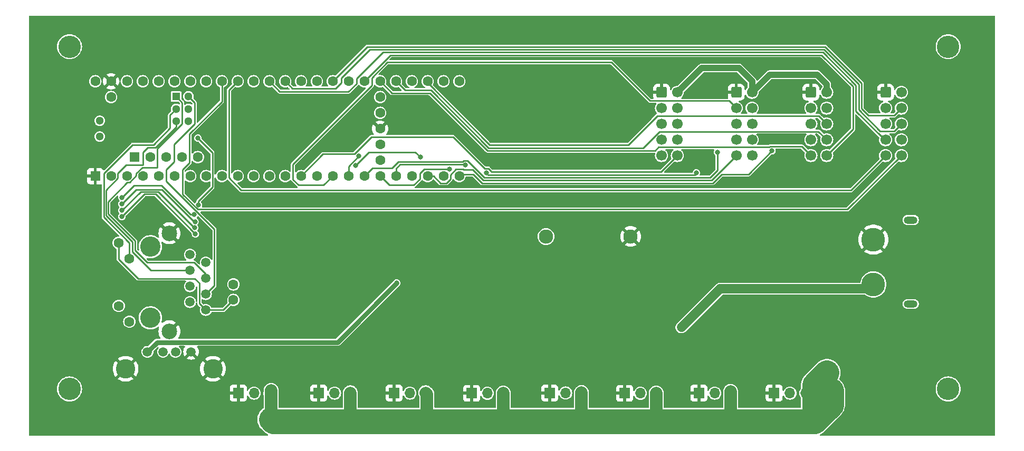
<source format=gbr>
%TF.GenerationSoftware,KiCad,Pcbnew,8.0.3*%
%TF.CreationDate,2024-11-25T10:27:06+01:00*%
%TF.ProjectId,Teensy Board,5465656e-7379-4204-926f-6172642e6b69,rev?*%
%TF.SameCoordinates,Original*%
%TF.FileFunction,Copper,L2,Bot*%
%TF.FilePolarity,Positive*%
%FSLAX46Y46*%
G04 Gerber Fmt 4.6, Leading zero omitted, Abs format (unit mm)*
G04 Created by KiCad (PCBNEW 8.0.3) date 2024-11-25 10:27:06*
%MOMM*%
%LPD*%
G01*
G04 APERTURE LIST*
G04 Aperture macros list*
%AMRoundRect*
0 Rectangle with rounded corners*
0 $1 Rounding radius*
0 $2 $3 $4 $5 $6 $7 $8 $9 X,Y pos of 4 corners*
0 Add a 4 corners polygon primitive as box body*
4,1,4,$2,$3,$4,$5,$6,$7,$8,$9,$2,$3,0*
0 Add four circle primitives for the rounded corners*
1,1,$1+$1,$2,$3*
1,1,$1+$1,$4,$5*
1,1,$1+$1,$6,$7*
1,1,$1+$1,$8,$9*
0 Add four rect primitives between the rounded corners*
20,1,$1+$1,$2,$3,$4,$5,0*
20,1,$1+$1,$4,$5,$6,$7,0*
20,1,$1+$1,$6,$7,$8,$9,0*
20,1,$1+$1,$8,$9,$2,$3,0*%
G04 Aperture macros list end*
%TA.AperFunction,ComponentPad*%
%ADD10R,1.700000X1.700000*%
%TD*%
%TA.AperFunction,ComponentPad*%
%ADD11O,1.700000X1.700000*%
%TD*%
%TA.AperFunction,ComponentPad*%
%ADD12C,2.300000*%
%TD*%
%TA.AperFunction,ComponentPad*%
%ADD13RoundRect,0.250000X-0.600000X-0.600000X0.600000X-0.600000X0.600000X0.600000X-0.600000X0.600000X0*%
%TD*%
%TA.AperFunction,ComponentPad*%
%ADD14C,1.700000*%
%TD*%
%TA.AperFunction,ComponentPad*%
%ADD15C,3.800000*%
%TD*%
%TA.AperFunction,ComponentPad*%
%ADD16O,2.200000X1.200000*%
%TD*%
%TA.AperFunction,ComponentPad*%
%ADD17C,1.600000*%
%TD*%
%TA.AperFunction,ComponentPad*%
%ADD18C,1.500000*%
%TD*%
%TA.AperFunction,ComponentPad*%
%ADD19C,3.100000*%
%TD*%
%TA.AperFunction,ComponentPad*%
%ADD20C,3.600000*%
%TD*%
%TA.AperFunction,ComponentPad*%
%ADD21C,3.250000*%
%TD*%
%TA.AperFunction,ComponentPad*%
%ADD22C,1.520000*%
%TD*%
%TA.AperFunction,ComponentPad*%
%ADD23C,2.500000*%
%TD*%
%TA.AperFunction,ComponentPad*%
%ADD24R,1.600000X1.600000*%
%TD*%
%TA.AperFunction,ComponentPad*%
%ADD25R,1.300000X1.300000*%
%TD*%
%TA.AperFunction,ComponentPad*%
%ADD26C,1.300000*%
%TD*%
%TA.AperFunction,ViaPad*%
%ADD27C,0.800000*%
%TD*%
%TA.AperFunction,Conductor*%
%ADD28C,0.750000*%
%TD*%
%TA.AperFunction,Conductor*%
%ADD29C,0.250000*%
%TD*%
%TA.AperFunction,Conductor*%
%ADD30C,2.000000*%
%TD*%
%TA.AperFunction,Conductor*%
%ADD31C,4.000000*%
%TD*%
%TA.AperFunction,Conductor*%
%ADD32C,1.000000*%
%TD*%
%TA.AperFunction,Conductor*%
%ADD33C,1.500000*%
%TD*%
G04 APERTURE END LIST*
D10*
%TO.P,J6,1,Pin_1*%
%TO.N,GND*%
X134995000Y-123175000D03*
D11*
%TO.P,J6,2,Pin_2*%
%TO.N,/LED_B_2*%
X137535000Y-123175000D03*
%TO.P,J6,3,Pin_3*%
%TO.N,+12V*%
X140075000Y-123175000D03*
%TD*%
D12*
%TO.P,D1,1,K*%
%TO.N,Net-(D1-K)*%
X110450000Y-98000000D03*
%TO.P,D1,2,A*%
%TO.N,GND*%
X124050000Y-98000000D03*
%TD*%
D13*
%TO.P,J4,1,Pin_1*%
%TO.N,GND*%
X164960000Y-74840000D03*
D14*
%TO.P,J4,2,Pin_2*%
%TO.N,+5VD*%
X167500000Y-74840000D03*
%TO.P,J4,3,Pin_3*%
%TO.N,/LED_25*%
X164960000Y-77380000D03*
%TO.P,J4,4,Pin_4*%
%TO.N,/LED_26*%
X167500000Y-77380000D03*
%TO.P,J4,5,Pin_5*%
%TO.N,/LED_27*%
X164960000Y-79920000D03*
%TO.P,J4,6,Pin_6*%
%TO.N,/LED_28*%
X167500000Y-79920000D03*
%TO.P,J4,7,Pin_7*%
%TO.N,/LED_29*%
X164960000Y-82460000D03*
%TO.P,J4,8,Pin_8*%
%TO.N,/LED_30*%
X167500000Y-82460000D03*
%TO.P,J4,9,Pin_9*%
%TO.N,/LED_31*%
X164960000Y-85000000D03*
%TO.P,J4,10,Pin_10*%
%TO.N,/LED_32*%
X167500000Y-85000000D03*
%TD*%
D13*
%TO.P,J3,1,Pin_1*%
%TO.N,GND*%
X152975000Y-74840000D03*
D14*
%TO.P,J3,2,Pin_2*%
%TO.N,+5VD*%
X155515000Y-74840000D03*
%TO.P,J3,3,Pin_3*%
%TO.N,/LED_17*%
X152975000Y-77380000D03*
%TO.P,J3,4,Pin_4*%
%TO.N,/LED_18*%
X155515000Y-77380000D03*
%TO.P,J3,5,Pin_5*%
%TO.N,/LED_19*%
X152975000Y-79920000D03*
%TO.P,J3,6,Pin_6*%
%TO.N,/LED_20*%
X155515000Y-79920000D03*
%TO.P,J3,7,Pin_7*%
%TO.N,/LED_21*%
X152975000Y-82460000D03*
%TO.P,J3,8,Pin_8*%
%TO.N,/LED_22*%
X155515000Y-82460000D03*
%TO.P,J3,9,Pin_9*%
%TO.N,/LED_23*%
X152975000Y-85000000D03*
%TO.P,J3,10,Pin_10*%
%TO.N,/LED_24*%
X155515000Y-85000000D03*
%TD*%
D15*
%TO.P,CN1,1,-*%
%TO.N,GND*%
X163000000Y-98500000D03*
%TO.P,CN1,2,+*%
%TO.N,+BATT*%
X163000000Y-105700000D03*
D16*
%TO.P,CN1,3,3*%
%TO.N,unconnected-(CN1-Pad3)*%
X169000000Y-108850000D03*
%TO.P,CN1,4,4*%
%TO.N,unconnected-(CN1-Pad4)*%
X169000000Y-95350000D03*
%TD*%
D17*
%TO.P,C1,1*%
%TO.N,Net-(P1-RCT)*%
X60300000Y-105700000D03*
%TO.P,C1,2*%
%TO.N,Net-(P1-GH_GND@1)*%
X60300000Y-108200000D03*
%TD*%
D10*
%TO.P,J8,1,Pin_1*%
%TO.N,GND*%
X111075000Y-123150000D03*
D11*
%TO.P,J8,2,Pin_2*%
%TO.N,/LED_B_4*%
X113615000Y-123150000D03*
%TO.P,J8,3,Pin_3*%
%TO.N,+12V*%
X116155000Y-123150000D03*
%TD*%
D13*
%TO.P,J2,1,Pin_1*%
%TO.N,GND*%
X140990000Y-74840000D03*
D14*
%TO.P,J2,2,Pin_2*%
%TO.N,+5VD*%
X143530000Y-74840000D03*
%TO.P,J2,3,Pin_3*%
%TO.N,/LED_9*%
X140990000Y-77380000D03*
%TO.P,J2,4,Pin_4*%
%TO.N,/LED_10*%
X143530000Y-77380000D03*
%TO.P,J2,5,Pin_5*%
%TO.N,/LED_11*%
X140990000Y-79920000D03*
%TO.P,J2,6,Pin_6*%
%TO.N,/LED_12*%
X143530000Y-79920000D03*
%TO.P,J2,7,Pin_7*%
%TO.N,/LED_13*%
X140990000Y-82460000D03*
%TO.P,J2,8,Pin_8*%
%TO.N,/LED_14*%
X143530000Y-82460000D03*
%TO.P,J2,9,Pin_9*%
%TO.N,/LED_15*%
X140990000Y-85000000D03*
%TO.P,J2,10,Pin_10*%
%TO.N,/LED_16*%
X143530000Y-85000000D03*
%TD*%
D10*
%TO.P,J12,1,Pin_1*%
%TO.N,GND*%
X61075000Y-123175000D03*
D11*
%TO.P,J12,2,Pin_2*%
%TO.N,/LED_B_8*%
X63615000Y-123175000D03*
%TO.P,J12,3,Pin_3*%
%TO.N,+12V*%
X66155000Y-123175000D03*
%TD*%
D18*
%TO.P,USB1,1,VCC*%
%TO.N,+5V*%
X46500000Y-116540000D03*
%TO.P,USB1,2,D-*%
%TO.N,unconnected-(USB1-D--Pad2)*%
X49000000Y-116540000D03*
%TO.P,USB1,3,D+*%
%TO.N,unconnected-(USB1-D+-Pad3)*%
X51000000Y-116550000D03*
%TO.P,USB1,4,GND*%
%TO.N,GND*%
X53500000Y-116550000D03*
D19*
%TO.P,USB1,SH1,SH1*%
X57000000Y-119260000D03*
%TO.P,USB1,SH2,SH2*%
X43000000Y-119260000D03*
%TD*%
D10*
%TO.P,J10,1,Pin_1*%
%TO.N,GND*%
X86075000Y-123175000D03*
D11*
%TO.P,J10,2,Pin_2*%
%TO.N,/LED_B_6*%
X88615000Y-123175000D03*
%TO.P,J10,3,Pin_3*%
%TO.N,+12V*%
X91155000Y-123175000D03*
%TD*%
D10*
%TO.P,J5,1,Pin_1*%
%TO.N,GND*%
X147075000Y-123175000D03*
D11*
%TO.P,J5,2,Pin_2*%
%TO.N,/LED_B_1*%
X149615000Y-123175000D03*
%TO.P,J5,3,Pin_3*%
%TO.N,+12V*%
X152155000Y-123175000D03*
%TD*%
D20*
%TO.P,H3,1,1*%
%TO.N,unconnected-(H3-Pad1)*%
X175000000Y-67500000D03*
%TD*%
D10*
%TO.P,J9,1,Pin_1*%
%TO.N,GND*%
X98520000Y-123200000D03*
D11*
%TO.P,J9,2,Pin_2*%
%TO.N,/LED_B_5*%
X101060000Y-123200000D03*
%TO.P,J9,3,Pin_3*%
%TO.N,+12V*%
X103600000Y-123200000D03*
%TD*%
D10*
%TO.P,J7,1,Pin_1*%
%TO.N,GND*%
X123075000Y-123200000D03*
D11*
%TO.P,J7,2,Pin_2*%
%TO.N,/LED_B_3*%
X125615000Y-123200000D03*
%TO.P,J7,3,Pin_3*%
%TO.N,+12V*%
X128155000Y-123200000D03*
%TD*%
D20*
%TO.P,H2,1,1*%
%TO.N,unconnected-(H2-Pad1)*%
X34000000Y-122500000D03*
%TD*%
D10*
%TO.P,J11,1,Pin_1*%
%TO.N,GND*%
X73985000Y-123175000D03*
D11*
%TO.P,J11,2,Pin_2*%
%TO.N,/LED_B_7*%
X76525000Y-123175000D03*
%TO.P,J11,3,Pin_3*%
%TO.N,+12V*%
X79065000Y-123175000D03*
%TD*%
D21*
%TO.P,P1,*%
%TO.N,*%
X46976800Y-99650359D03*
X46976800Y-111080359D03*
D22*
%TO.P,P1,1,TD+*%
%TO.N,Net-(P1-TD+)*%
X53326800Y-100920359D03*
%TO.P,P1,2,TCT*%
%TO.N,Net-(P1-RCT)*%
X55866800Y-102190359D03*
%TO.P,P1,3,TD-*%
%TO.N,Net-(P1-TD-)*%
X53326800Y-103460359D03*
%TO.P,P1,4,RD+*%
%TO.N,Net-(P1-RD+)*%
X55866800Y-104730359D03*
%TO.P,P1,5,RCT*%
%TO.N,Net-(P1-RCT)*%
X53326800Y-106000359D03*
%TO.P,P1,6,RD-*%
%TO.N,Net-(P1-RD-)*%
X55866800Y-107270359D03*
%TO.P,P1,7,NC*%
%TO.N,unconnected-(P1-NC-Pad7)*%
X53326800Y-108540359D03*
%TO.P,P1,8,GH_GND@1*%
%TO.N,Net-(P1-GH_GND@1)*%
X55866800Y-109810359D03*
D17*
%TO.P,P1,9,GRN-*%
X41886800Y-99040359D03*
%TO.P,P1,10,GRN+*%
%TO.N,Net-(P1-GRN+)*%
X43596800Y-101580359D03*
%TO.P,P1,11,YLW-*%
%TO.N,unconnected-(P1-YLW--Pad11)*%
X41886800Y-109150359D03*
%TO.P,P1,12,YLW+*%
%TO.N,unconnected-(P1-YLW+-Pad12)*%
X43596800Y-111690359D03*
D23*
%TO.P,P1,13,CH_GND@2*%
%TO.N,GND*%
X50016800Y-97480359D03*
%TO.P,P1,14,CH_GND@3*%
X50016800Y-113230359D03*
%TD*%
D20*
%TO.P,H1,1,1*%
%TO.N,unconnected-(H1-Pad1)*%
X34000000Y-67500000D03*
%TD*%
D13*
%TO.P,J1,1,Pin_1*%
%TO.N,GND*%
X129005000Y-74840000D03*
D14*
%TO.P,J1,2,Pin_2*%
%TO.N,+5VD*%
X131545000Y-74840000D03*
%TO.P,J1,3,Pin_3*%
%TO.N,/LED_1*%
X129005000Y-77380000D03*
%TO.P,J1,4,Pin_4*%
%TO.N,/LED_2*%
X131545000Y-77380000D03*
%TO.P,J1,5,Pin_5*%
%TO.N,/LED_3*%
X129005000Y-79920000D03*
%TO.P,J1,6,Pin_6*%
%TO.N,/LED_4*%
X131545000Y-79920000D03*
%TO.P,J1,7,Pin_7*%
%TO.N,/LED_5*%
X129005000Y-82460000D03*
%TO.P,J1,8,Pin_8*%
%TO.N,/LED_6*%
X131545000Y-82460000D03*
%TO.P,J1,9,Pin_9*%
%TO.N,/LED_7*%
X129005000Y-85000000D03*
%TO.P,J1,10,Pin_10*%
%TO.N,/LED_8*%
X131545000Y-85000000D03*
%TD*%
D20*
%TO.P,H4,1,1*%
%TO.N,unconnected-(H4-Pad1)*%
X175000000Y-122500000D03*
%TD*%
D24*
%TO.P,U1,1,GND*%
%TO.N,GND*%
X38120000Y-88296000D03*
D17*
%TO.P,U1,2,0_RX1_CRX2_CS1*%
%TO.N,unconnected-(U1-0_RX1_CRX2_CS1-Pad2)*%
X40660000Y-88296000D03*
%TO.P,U1,3,1_TX1_CTX2_MISO1*%
%TO.N,/LED_37*%
X43200000Y-88296000D03*
%TO.P,U1,4,2_OUT2*%
%TO.N,/LED_38*%
X45740000Y-88296000D03*
%TO.P,U1,5,3_LRCLK2*%
%TO.N,/LED_39*%
X48280000Y-88296000D03*
%TO.P,U1,6,4_BCLK2*%
%TO.N,/LED_40*%
X50820000Y-88296000D03*
%TO.P,U1,7,5_IN2*%
%TO.N,/LED_1*%
X53360000Y-88296000D03*
%TO.P,U1,8,6_OUT1D*%
%TO.N,/LED_2*%
X55900000Y-88296000D03*
%TO.P,U1,9,7_RX2_OUT1A*%
%TO.N,/LED_3*%
X58440000Y-88296000D03*
%TO.P,U1,10,8_TX2_IN1*%
%TO.N,/LED_4*%
X60980000Y-88296000D03*
%TO.P,U1,11,9_OUT1C*%
%TO.N,/LED_5*%
X63520000Y-88296000D03*
%TO.P,U1,12,10_CS_MQSR*%
%TO.N,/LED_6*%
X66060000Y-88296000D03*
%TO.P,U1,13,11_MOSI_CTX1*%
%TO.N,/LED_7*%
X68600000Y-88296000D03*
%TO.P,U1,14,12_MISO_MQSL*%
%TO.N,/LED_8*%
X71140000Y-88296000D03*
%TO.P,U1,15,3V3*%
%TO.N,unconnected-(U1-3V3-Pad15)*%
X73680000Y-88296000D03*
%TO.P,U1,16,24_A10_TX6_SCL2*%
%TO.N,/LED_9*%
X76220000Y-88296000D03*
%TO.P,U1,17,25_A11_RX6_SDA2*%
%TO.N,/LED_10*%
X78760000Y-88296000D03*
%TO.P,U1,18,26_A12_MOSI1*%
%TO.N,/LED_11*%
X81300000Y-88296000D03*
%TO.P,U1,19,27_A13_SCK1*%
%TO.N,/LED_12*%
X83840000Y-88296000D03*
%TO.P,U1,20,28_RX7*%
%TO.N,/LED_13*%
X86380000Y-88296000D03*
%TO.P,U1,21,29_TX7*%
%TO.N,/LED_14*%
X88920000Y-88296000D03*
%TO.P,U1,22,30_CRX3*%
%TO.N,/LED_15*%
X91460000Y-88296000D03*
%TO.P,U1,23,31_CTX3*%
%TO.N,/LED_16*%
X94000000Y-88296000D03*
%TO.P,U1,24,32_OUT1B*%
%TO.N,/LED_17*%
X96540000Y-88296000D03*
%TO.P,U1,25,33_MCLK2*%
%TO.N,/LED_18*%
X96540000Y-73056000D03*
%TO.P,U1,26,34_RX8*%
%TO.N,/LED_19*%
X94000000Y-73056000D03*
%TO.P,U1,27,35_TX8*%
%TO.N,/LED_20*%
X91460000Y-73056000D03*
%TO.P,U1,28,36_CS*%
%TO.N,/LED_21*%
X88920000Y-73056000D03*
%TO.P,U1,29,37_CS*%
%TO.N,/LED_22*%
X86380000Y-73056000D03*
%TO.P,U1,30,38_CS1_IN1*%
%TO.N,/LED_23*%
X83840000Y-73056000D03*
%TO.P,U1,31,39_MISO1_OUT1A*%
%TO.N,/LED_24*%
X81300000Y-73056000D03*
%TO.P,U1,32,40_A16*%
%TO.N,/LED_25*%
X78760000Y-73056000D03*
%TO.P,U1,33,41_A17*%
%TO.N,/LED_26*%
X76220000Y-73056000D03*
%TO.P,U1,34,GND*%
%TO.N,unconnected-(U1-GND-Pad34)*%
X73680000Y-73056000D03*
%TO.P,U1,35,13_SCK_LED*%
%TO.N,/LED_27*%
X71140000Y-73056000D03*
%TO.P,U1,36,14_A0_TX3_SPDIF_OUT*%
%TO.N,/LED_28*%
X68600000Y-73056000D03*
%TO.P,U1,37,15_A1_RX3_SPDIF_IN*%
%TO.N,/LED_29*%
X66060000Y-73056000D03*
%TO.P,U1,38,16_A2_RX4_SCL1*%
%TO.N,/LED_30*%
X63520000Y-73056000D03*
%TO.P,U1,39,17_A3_TX4_SDA1*%
%TO.N,/LED_31*%
X60980000Y-73056000D03*
%TO.P,U1,40,18_A4_SDA*%
%TO.N,/LED_32*%
X58440000Y-73056000D03*
%TO.P,U1,41,19_A5_SCL*%
%TO.N,/LED_36*%
X55900000Y-73056000D03*
%TO.P,U1,42,20_A6_TX5_LRCLK1*%
%TO.N,/LED_35*%
X53360000Y-73056000D03*
%TO.P,U1,43,21_A7_RX5_BCLK1*%
%TO.N,/LED_34*%
X50820000Y-73056000D03*
%TO.P,U1,44,22_A8_CTX1*%
%TO.N,/LED_33*%
X48280000Y-73056000D03*
%TO.P,U1,45,23_A9_CRX1_MCLK1*%
%TO.N,Net-(U1-23_A9_CRX1_MCLK1)*%
X45740000Y-73056000D03*
%TO.P,U1,46,3V3*%
%TO.N,unconnected-(U1-3V3-Pad46)*%
X43200000Y-73056000D03*
%TO.P,U1,47,GND*%
%TO.N,GND*%
X40660000Y-73056000D03*
%TO.P,U1,48,VIN*%
%TO.N,+5V*%
X38120000Y-73056000D03*
%TO.P,U1,49,VUSB*%
%TO.N,unconnected-(U1-VUSB-Pad49)*%
X40660000Y-75596000D03*
%TO.P,U1,50,VBAT*%
%TO.N,unconnected-(U1-VBAT-Pad50)*%
X83840000Y-85756000D03*
%TO.P,U1,51,3V3*%
%TO.N,unconnected-(U1-3V3-Pad51)*%
X83840000Y-83216000D03*
%TO.P,U1,52,GND*%
%TO.N,GND*%
X83840000Y-80676000D03*
%TO.P,U1,53,PROGRAM*%
%TO.N,unconnected-(U1-PROGRAM-Pad53)*%
X83840000Y-78136000D03*
%TO.P,U1,54,ON_OFF*%
%TO.N,unconnected-(U1-ON_OFF-Pad54)*%
X83840000Y-75596000D03*
D24*
%TO.P,U1,55,5V*%
%TO.N,unconnected-(U1-5V-Pad55)*%
X44419200Y-85245200D03*
D17*
%TO.P,U1,56,D-*%
%TO.N,unconnected-(U1-D--Pad56)*%
X46959200Y-85245200D03*
%TO.P,U1,57,D+*%
%TO.N,unconnected-(U1-D+-Pad57)*%
X49499200Y-85245200D03*
%TO.P,U1,58,GND*%
%TO.N,unconnected-(U1-GND-Pad58)*%
X52039200Y-85245200D03*
%TO.P,U1,59,GND*%
%TO.N,unconnected-(U1-GND-Pad59)*%
X54579200Y-85245200D03*
D25*
%TO.P,U1,60,R+*%
%TO.N,Net-(P1-RD+)*%
X51090000Y-75494400D03*
D26*
%TO.P,U1,61,LED*%
%TO.N,Net-(P1-GRN+)*%
X51090000Y-77494400D03*
%TO.P,U1,62,T-*%
%TO.N,Net-(P1-TD-)*%
X51090000Y-79494400D03*
%TO.P,U1,63,T+*%
%TO.N,Net-(P1-TD+)*%
X53090000Y-79494400D03*
%TO.P,U1,64,GND*%
%TO.N,Net-(P1-GH_GND@1)*%
X53090000Y-77494400D03*
%TO.P,U1,65,R-*%
%TO.N,Net-(P1-RD-)*%
X53090000Y-75494400D03*
%TO.P,U1,66,D-*%
%TO.N,unconnected-(U1-D--Pad66)*%
X38850000Y-79406000D03*
%TO.P,U1,67,D+*%
%TO.N,unconnected-(U1-D+-Pad67)*%
X38850000Y-81946000D03*
%TD*%
D27*
%TO.N,GND*%
X63000000Y-77000000D03*
X55300000Y-99350000D03*
X58400000Y-94975000D03*
X130300000Y-72150000D03*
X113000000Y-74600000D03*
X154245000Y-88910000D03*
X91000000Y-77250000D03*
X75500000Y-76150000D03*
X67000000Y-81500000D03*
X132500000Y-87000000D03*
X128250000Y-86750000D03*
X47250000Y-80250000D03*
X148450000Y-76700000D03*
%TO.N,+5V*%
X86499988Y-105500000D03*
%TO.N,/LED_5*%
X79903200Y-86596700D03*
X90277100Y-85270100D03*
%TO.N,/LED_10*%
X80415900Y-85058800D03*
%TO.N,/LED_11*%
X137972000Y-84454900D03*
%TO.N,/LED_12*%
X94997600Y-87171900D03*
%TO.N,/LED_13*%
X97551700Y-86530000D03*
%TO.N,/LED_14*%
X134589000Y-87799700D03*
X100911000Y-87799700D03*
%TO.N,/LED_17*%
X146732000Y-84244000D03*
%TO.N,Net-(P1-TD+)*%
X54689429Y-92910571D03*
X54600000Y-82200000D03*
%TO.N,+12V*%
X137000000Y-128000000D03*
X125000000Y-128000000D03*
X116000000Y-128000000D03*
X104000000Y-128000000D03*
X71000000Y-128000000D03*
X122000000Y-128000000D03*
X77000000Y-128000000D03*
X156250000Y-125750000D03*
X156250000Y-122750000D03*
X95000000Y-128000000D03*
X113000000Y-128000000D03*
X155000000Y-123500000D03*
X156250000Y-124250000D03*
X101000000Y-128000000D03*
X80000000Y-128000000D03*
X140000000Y-128000000D03*
X131000000Y-128000000D03*
X86000000Y-128000000D03*
X155000000Y-122000000D03*
X92000000Y-128000000D03*
X134000000Y-128000000D03*
X149000000Y-128000000D03*
X143000000Y-128000000D03*
X89000000Y-128000000D03*
X119000000Y-128000000D03*
X110000000Y-128000000D03*
X152000000Y-128000000D03*
X74000000Y-128000000D03*
X98000000Y-128000000D03*
X107000000Y-128000000D03*
X128000000Y-128000000D03*
X68000000Y-128000000D03*
X146000000Y-128000000D03*
X83000000Y-128000000D03*
X155000000Y-125000000D03*
X155000000Y-126500000D03*
%TO.N,/LED_33*%
X54200000Y-97600000D03*
X42400000Y-94800000D03*
%TO.N,/LED_34*%
X42398221Y-93817038D03*
X54088078Y-96592062D03*
%TO.N,/LED_35*%
X54124904Y-95628888D03*
X42401021Y-92767039D03*
%TO.N,/LED_36*%
X42399130Y-91717038D03*
X53996988Y-94500972D03*
%TO.N,+BATT*%
X132200000Y-112600000D03*
%TD*%
D28*
%TO.N,+5V*%
X48040000Y-115000000D02*
X76999988Y-115000000D01*
X76999988Y-115000000D02*
X86499988Y-105500000D01*
X46500000Y-116540000D02*
X48040000Y-115000000D01*
D29*
%TO.N,Net-(P1-GH_GND@1)*%
X54851000Y-105492000D02*
X54851000Y-108794559D01*
X55866800Y-109810359D02*
X58689641Y-109810359D01*
X45000000Y-104750000D02*
X54109000Y-104750000D01*
X54851000Y-108794559D02*
X55866800Y-109810359D01*
X54109000Y-104750000D02*
X54851000Y-105492000D01*
X41886800Y-101613200D02*
X41875000Y-101625000D01*
X58689641Y-109810359D02*
X60300000Y-108200000D01*
X41875000Y-101625000D02*
X45000000Y-104750000D01*
X41886800Y-99040359D02*
X41886800Y-101613200D01*
%TO.N,/LED_5*%
X90277100Y-85270100D02*
X89507000Y-84500000D01*
X89507000Y-84500000D02*
X82000000Y-84500000D01*
X82000000Y-84500000D02*
X79903200Y-86596700D01*
%TO.N,/LED_8*%
X95536200Y-82000000D02*
X82449400Y-82000000D01*
X82449400Y-82000000D02*
X79690900Y-84758500D01*
X101636000Y-87624700D02*
X101636000Y-87499400D01*
X100611000Y-87074700D02*
X95536200Y-82000000D01*
X101636000Y-87499400D02*
X101211000Y-87074700D01*
X74677500Y-84758500D02*
X71140000Y-88296000D01*
X79690900Y-84758500D02*
X74677500Y-84758500D01*
X131545000Y-85000000D02*
X128920000Y-87624700D01*
X101211000Y-87074700D02*
X100611000Y-87074700D01*
X128920000Y-87624700D02*
X101636000Y-87624700D01*
%TO.N,/LED_9*%
X82500000Y-72492400D02*
X82500000Y-73737000D01*
X140990000Y-77380000D02*
X139815000Y-76205000D01*
X120937000Y-70000000D02*
X84992400Y-70000000D01*
X74766000Y-89750000D02*
X76220000Y-88296000D01*
X84992400Y-70000000D02*
X82500000Y-72492400D01*
X82500000Y-73737000D02*
X69850000Y-86387000D01*
X69850000Y-88850000D02*
X70750000Y-89750000D01*
X127142000Y-76205000D02*
X120937000Y-70000000D01*
X70750000Y-89750000D02*
X74766000Y-89750000D01*
X139815000Y-76205000D02*
X127142000Y-76205000D01*
X69850000Y-86387000D02*
X69850000Y-88850000D01*
%TO.N,/LED_10*%
X80415900Y-85058800D02*
X78760000Y-86714700D01*
X78760000Y-86714700D02*
X78760000Y-88296000D01*
%TO.N,/LED_11*%
X97061300Y-85995100D02*
X86800600Y-85995100D01*
X100572000Y-88524700D02*
X97852000Y-85805000D01*
X137972000Y-84454900D02*
X137972000Y-87381400D01*
X82570000Y-87026000D02*
X81300000Y-88296000D01*
X137972000Y-87381400D02*
X136829000Y-88524700D01*
X97251400Y-85805000D02*
X97061300Y-85995100D01*
X85769700Y-87026000D02*
X82570000Y-87026000D01*
X136829000Y-88524700D02*
X100572000Y-88524700D01*
X86800600Y-85995100D02*
X85769700Y-87026000D01*
X97852000Y-85805000D02*
X97251400Y-85805000D01*
%TO.N,/LED_12*%
X90916500Y-87169300D02*
X94995000Y-87169300D01*
X85294000Y-89750000D02*
X89250000Y-89750000D01*
X94995000Y-87169300D02*
X94997600Y-87171900D01*
X89250000Y-89750000D02*
X90190000Y-88810000D01*
X90190000Y-87895800D02*
X90916500Y-87169300D01*
X90190000Y-88810000D02*
X90190000Y-87895800D01*
X83840000Y-88296000D02*
X85294000Y-89750000D01*
%TO.N,/LED_13*%
X97466800Y-86445100D02*
X97551700Y-86530000D01*
X86987000Y-86445100D02*
X97466800Y-86445100D01*
X86380000Y-88296000D02*
X86380000Y-87052100D01*
X86380000Y-87052100D02*
X86987000Y-86445100D01*
%TO.N,/LED_14*%
X134314000Y-88074700D02*
X134589000Y-87799700D01*
X101186000Y-88074700D02*
X134314000Y-88074700D01*
X100911000Y-87799700D02*
X101186000Y-88074700D01*
%TO.N,/LED_15*%
X97165700Y-87169300D02*
X97251400Y-87255000D01*
X95126700Y-88762800D02*
X95126700Y-88070400D01*
X100385000Y-88974700D02*
X137015000Y-88974700D01*
X95126700Y-88070400D02*
X96027800Y-87169300D01*
X96027800Y-87169300D02*
X97165700Y-87169300D01*
X91460000Y-88296000D02*
X92406700Y-88296000D01*
X98665600Y-87255000D02*
X100385000Y-88974700D01*
X97251400Y-87255000D02*
X98665600Y-87255000D01*
X94466800Y-89422700D02*
X95126700Y-88762800D01*
X93533400Y-89422700D02*
X94466800Y-89422700D01*
X92406700Y-88296000D02*
X93533400Y-89422700D01*
X137015000Y-88974700D02*
X140990000Y-85000000D01*
%TO.N,/LED_17*%
X100199000Y-89424700D02*
X98774200Y-88000000D01*
X98774200Y-88000000D02*
X96836000Y-88000000D01*
X138626000Y-88000000D02*
X137202000Y-89424700D01*
X137202000Y-89424700D02*
X100199000Y-89424700D01*
X146732000Y-84244000D02*
X142976000Y-88000000D01*
X142976000Y-88000000D02*
X138626000Y-88000000D01*
%TO.N,/LED_20*%
X123660000Y-83300000D02*
X128350000Y-78609700D01*
X128350000Y-78609700D02*
X154205000Y-78609700D01*
X91460000Y-73323600D02*
X101436000Y-83300000D01*
X154205000Y-78609700D02*
X155515000Y-79920000D01*
X101436000Y-83300000D02*
X123660000Y-83300000D01*
%TO.N,/LED_22*%
X87824000Y-74500000D02*
X86380000Y-73056000D01*
X126053000Y-83750000D02*
X101250000Y-83750000D01*
X155515000Y-82460000D02*
X154192000Y-81137400D01*
X154192000Y-81137400D02*
X128666000Y-81137400D01*
X128666000Y-81137400D02*
X126053000Y-83750000D01*
X92000000Y-74500000D02*
X87824000Y-74500000D01*
X101250000Y-83750000D02*
X92000000Y-74500000D01*
%TO.N,/LED_23*%
X152975000Y-85000000D02*
X151492000Y-83517300D01*
X101064000Y-84200000D02*
X91813600Y-74950000D01*
X151492000Y-83517300D02*
X146431000Y-83517300D01*
X91813600Y-74950000D02*
X85734000Y-74950000D01*
X128518000Y-83635000D02*
X127953000Y-84200000D01*
X146313000Y-83635000D02*
X128518000Y-83635000D01*
X85734000Y-74950000D02*
X83840000Y-73056000D01*
X127953000Y-84200000D02*
X101064000Y-84200000D01*
X146431000Y-83517300D02*
X146313000Y-83635000D01*
%TO.N,/LED_24*%
X159750000Y-80765000D02*
X155515000Y-85000000D01*
X85506000Y-68850000D02*
X154691000Y-68850000D01*
X159750000Y-73909200D02*
X159750000Y-80765000D01*
X154691000Y-68850000D02*
X159750000Y-73909200D01*
X81300000Y-73056000D02*
X85506000Y-68850000D01*
%TO.N,/LED_26*%
X161100000Y-73350000D02*
X155250000Y-67500000D01*
X161100000Y-77463600D02*
X161100000Y-73350000D01*
X162191000Y-78555000D02*
X161100000Y-77463600D01*
X167500000Y-77380000D02*
X166325000Y-78555000D01*
X81776000Y-67500000D02*
X76220000Y-73056000D01*
X166325000Y-78555000D02*
X162191000Y-78555000D01*
X155250000Y-67500000D02*
X81776000Y-67500000D01*
%TO.N,/LED_28*%
X166325000Y-81095000D02*
X167500000Y-79920000D01*
X160650000Y-77650000D02*
X164095000Y-81095000D01*
X76695600Y-74233500D02*
X77633300Y-73295800D01*
X69777500Y-74233500D02*
X76695600Y-74233500D01*
X77633300Y-72543000D02*
X82226300Y-67950000D01*
X160650000Y-73536400D02*
X160650000Y-77650000D01*
X164095000Y-81095000D02*
X166325000Y-81095000D01*
X77633300Y-73295800D02*
X77633300Y-72543000D01*
X155064000Y-67950000D02*
X160650000Y-73536400D01*
X68600000Y-73056000D02*
X69777500Y-74233500D01*
X82226300Y-67950000D02*
X155064000Y-67950000D01*
%TO.N,/LED_29*%
X164365000Y-81865000D02*
X164960000Y-82460000D01*
X154877000Y-68400000D02*
X160200000Y-73722800D01*
X160200000Y-77836400D02*
X164228900Y-81865000D01*
X80030000Y-73454100D02*
X80030000Y-72644600D01*
X160200000Y-73722800D02*
X160200000Y-77836400D01*
X78758600Y-74725500D02*
X80030000Y-73454100D01*
X80030000Y-72644600D02*
X84274600Y-68400000D01*
X84274600Y-68400000D02*
X154877000Y-68400000D01*
X67729500Y-74725500D02*
X78758600Y-74725500D01*
X66060000Y-73056000D02*
X67729500Y-74725500D01*
X164228900Y-81865000D02*
X164824000Y-82460000D01*
X164228900Y-81865000D02*
X164365000Y-81865000D01*
%TO.N,/LED_31*%
X59565000Y-88565000D02*
X61550000Y-90550000D01*
X60980000Y-73056000D02*
X59565000Y-74471000D01*
X61550000Y-90550000D02*
X159410000Y-90550000D01*
X159410000Y-90550000D02*
X164960000Y-85000000D01*
X59565000Y-74471000D02*
X59565000Y-88565000D01*
%TO.N,/LED_32*%
X53250000Y-81500000D02*
X53250000Y-86158400D01*
X58440000Y-76310000D02*
X53250000Y-81500000D01*
X53250000Y-86158400D02*
X52152600Y-87255800D01*
X52152600Y-91257626D02*
X54544974Y-93650000D01*
X52152600Y-87255800D02*
X52152600Y-91257626D01*
X54544974Y-93650000D02*
X158850000Y-93650000D01*
X158850000Y-93650000D02*
X167500000Y-85000000D01*
X58440000Y-73056000D02*
X58440000Y-76310000D01*
%TO.N,Net-(P1-TD+)*%
X54689429Y-92910571D02*
X54689429Y-92310571D01*
X56925000Y-90075000D02*
X56925000Y-84525000D01*
X56925000Y-84525000D02*
X54600000Y-82200000D01*
X54689429Y-92310571D02*
X56925000Y-90075000D01*
%TO.N,Net-(P1-TD-)*%
X47774238Y-83729400D02*
X51090000Y-80413638D01*
X41751992Y-87825508D02*
X43077500Y-86500000D01*
X39850000Y-90557968D02*
X41751992Y-88655976D01*
X45750000Y-84500000D02*
X46520600Y-83729400D01*
X46520600Y-83729400D02*
X47774238Y-83729400D01*
X44060000Y-98860000D02*
X39850000Y-94650000D01*
X47086359Y-103460359D02*
X44060000Y-100434000D01*
X51090000Y-80413638D02*
X51090000Y-79494400D01*
X39850000Y-94650000D02*
X39850000Y-90557968D01*
X41751992Y-88655976D02*
X41751992Y-87825508D01*
X45750000Y-86500000D02*
X45750000Y-84500000D01*
X44060000Y-100434000D02*
X44060000Y-98860000D01*
X43077500Y-86500000D02*
X45750000Y-86500000D01*
X53326800Y-103460359D02*
X47086359Y-103460359D01*
%TO.N,Net-(P1-RD+)*%
X40200000Y-94400000D02*
X40200000Y-92400000D01*
X43279000Y-89321000D02*
X43624569Y-89321000D01*
X44715000Y-88230569D02*
X44715000Y-87871431D01*
X44510000Y-98710000D02*
X40200000Y-94400000D01*
X44715000Y-87871431D02*
X45685631Y-86900800D01*
X52065000Y-76469400D02*
X51090000Y-75494400D01*
X48084200Y-86900800D02*
X48084200Y-83915800D01*
X52065000Y-79935000D02*
X52065000Y-76469400D01*
X40200000Y-92400000D02*
X43279000Y-89321000D01*
X55866800Y-104066800D02*
X55650000Y-103850000D01*
X55866800Y-104730359D02*
X55866800Y-104066800D01*
X44510000Y-100247000D02*
X44510000Y-98710000D01*
X54000000Y-102200000D02*
X46463000Y-102200000D01*
X48084200Y-83915800D02*
X52065000Y-79935000D01*
X55650000Y-103850000D02*
X54000000Y-102200000D01*
X43624569Y-89321000D02*
X44715000Y-88230569D01*
X46463000Y-102200000D02*
X44510000Y-100247000D01*
X45685631Y-86900800D02*
X48084200Y-86900800D01*
X55880000Y-104080000D02*
X55650000Y-103850000D01*
%TO.N,Net-(P1-RD-)*%
X50750000Y-83213300D02*
X54065000Y-79898300D01*
X57250000Y-105887159D02*
X57250000Y-96850000D01*
X49500000Y-89100000D02*
X49500000Y-87250000D01*
X56818579Y-106318580D02*
X56818580Y-106318580D01*
X56818580Y-106318580D02*
X57250000Y-105887159D01*
X54065000Y-76469400D02*
X53090000Y-75494400D01*
X49500000Y-87250000D02*
X50750000Y-86000000D01*
X57250000Y-96850000D02*
X49500000Y-89100000D01*
X50750000Y-86000000D02*
X50750000Y-83213300D01*
X54065000Y-79898300D02*
X54065000Y-76469400D01*
X55866800Y-107270359D02*
X56818579Y-106318580D01*
%TO.N,Net-(P1-GRN+)*%
X47447800Y-83279400D02*
X50115000Y-80612200D01*
X44085600Y-83279400D02*
X47447800Y-83279400D01*
X39500000Y-94900000D02*
X39500000Y-87865000D01*
X50115000Y-78469400D02*
X51090000Y-77494400D01*
X43596800Y-99023200D02*
X43596800Y-101580359D01*
X50115000Y-80612200D02*
X50115000Y-78469400D01*
X43610000Y-99010000D02*
X43596800Y-99023200D01*
X43610000Y-99010000D02*
X39500000Y-94900000D01*
X39500000Y-87865000D02*
X44085600Y-83279400D01*
D30*
%TO.N,+12V*%
X140075000Y-122930000D02*
X140075000Y-127630000D01*
D31*
X153600000Y-121845000D02*
X155550000Y-119895000D01*
D30*
X116155000Y-127510000D02*
X116400000Y-127755000D01*
D31*
X140200000Y-127755000D02*
X128600000Y-127755000D01*
D30*
X66355000Y-122730000D02*
X66355000Y-127400000D01*
D31*
X103400000Y-127755000D02*
X90600000Y-127755000D01*
D30*
X103600000Y-123155000D02*
X103600000Y-127555000D01*
D31*
X79400000Y-127755000D02*
X66710000Y-127755000D01*
D30*
X128155000Y-123155000D02*
X128155000Y-127310000D01*
D31*
X156250000Y-125105000D02*
X153600000Y-127755000D01*
X153600000Y-127755000D02*
X153600000Y-121845000D01*
D30*
X91355000Y-123330000D02*
X91355000Y-127000000D01*
X79065000Y-127420000D02*
X79400000Y-127755000D01*
D31*
X66710000Y-127755000D02*
X66355000Y-127400000D01*
D30*
X103600000Y-127555000D02*
X103400000Y-127755000D01*
D31*
X90600000Y-127755000D02*
X79400000Y-127755000D01*
D30*
X79065000Y-123130000D02*
X79065000Y-127420000D01*
X140075000Y-127630000D02*
X140200000Y-127755000D01*
X128155000Y-127310000D02*
X128600000Y-127755000D01*
D31*
X116400000Y-127755000D02*
X103400000Y-127755000D01*
D30*
X91355000Y-127000000D02*
X90600000Y-127755000D01*
D31*
X156250000Y-122750000D02*
X156250000Y-125105000D01*
D30*
X91155000Y-123130000D02*
X91355000Y-123330000D01*
D31*
X140200000Y-127755000D02*
X153600000Y-127755000D01*
X128600000Y-127755000D02*
X116400000Y-127755000D01*
D30*
X116155000Y-123105000D02*
X116155000Y-127510000D01*
D32*
%TO.N,+5VD*%
X143530000Y-73030000D02*
X143530000Y-74840000D01*
X155515000Y-73515000D02*
X155515000Y-74840000D01*
X141425000Y-70925000D02*
X143530000Y-73030000D01*
X154000000Y-72000000D02*
X155515000Y-73515000D01*
X143530000Y-74840000D02*
X146370000Y-72000000D01*
X135460000Y-70925000D02*
X141425000Y-70925000D01*
X146370000Y-72000000D02*
X154000000Y-72000000D01*
X131545000Y-74840000D02*
X135460000Y-70925000D01*
D29*
%TO.N,/LED_33*%
X47800000Y-91200000D02*
X54200000Y-97600000D01*
X46000000Y-91200000D02*
X47800000Y-91200000D01*
X42400000Y-94800000D02*
X46000000Y-91200000D01*
%TO.N,/LED_34*%
X48200000Y-90800000D02*
X53992062Y-96592062D01*
X53992062Y-96592062D02*
X54088078Y-96592062D01*
X45415259Y-90800000D02*
X48200000Y-90800000D01*
X42398221Y-93817038D02*
X45415259Y-90800000D01*
%TO.N,/LED_35*%
X42401021Y-92767039D02*
X44718060Y-90450000D01*
X48850000Y-90450000D02*
X54028888Y-95628888D01*
X44718060Y-90450000D02*
X48850000Y-90450000D01*
X54028888Y-95628888D02*
X54124904Y-95628888D01*
%TO.N,/LED_36*%
X44316168Y-89800000D02*
X48716774Y-89800000D01*
X48716774Y-89800000D02*
X53417746Y-94500972D01*
X53417746Y-94500972D02*
X53996988Y-94500972D01*
X42399130Y-91717038D02*
X44316168Y-89800000D01*
D33*
%TO.N,+BATT*%
X138400000Y-106400000D02*
X162300000Y-106400000D01*
X132200000Y-112600000D02*
X138400000Y-106400000D01*
%TD*%
%TA.AperFunction,Conductor*%
%TO.N,GND*%
G36*
X41734412Y-91428427D02*
G01*
X41790345Y-91470299D01*
X41814762Y-91535763D01*
X41814017Y-91560794D01*
X41793448Y-91717036D01*
X41793448Y-91717039D01*
X41814085Y-91873798D01*
X41814086Y-91873800D01*
X41874594Y-92019879D01*
X41970848Y-92145320D01*
X41970850Y-92145321D01*
X41970852Y-92145324D01*
X41976595Y-92151067D01*
X41975391Y-92152270D01*
X42010839Y-92200824D01*
X42014989Y-92270570D01*
X41980772Y-92331488D01*
X41975046Y-92336449D01*
X41972743Y-92338752D01*
X41972739Y-92338756D01*
X41972739Y-92338757D01*
X41959572Y-92355917D01*
X41876484Y-92464199D01*
X41815977Y-92610276D01*
X41815976Y-92610278D01*
X41795339Y-92767037D01*
X41795339Y-92767040D01*
X41815976Y-92923799D01*
X41815977Y-92923801D01*
X41876485Y-93069880D01*
X41972739Y-93195321D01*
X41972741Y-93195322D01*
X41972743Y-93195325D01*
X41978486Y-93201068D01*
X41976686Y-93202867D01*
X42010385Y-93249029D01*
X42014532Y-93318775D01*
X41980313Y-93379692D01*
X41970499Y-93388195D01*
X41969943Y-93388751D01*
X41873684Y-93514198D01*
X41813177Y-93660275D01*
X41813176Y-93660277D01*
X41792539Y-93817036D01*
X41792539Y-93817039D01*
X41813176Y-93973798D01*
X41813177Y-93973800D01*
X41873685Y-94119880D01*
X41961400Y-94234192D01*
X41986594Y-94299361D01*
X41972556Y-94367806D01*
X41961400Y-94385164D01*
X41875464Y-94497157D01*
X41814956Y-94643237D01*
X41814955Y-94643239D01*
X41794318Y-94799998D01*
X41794318Y-94800001D01*
X41814955Y-94956760D01*
X41814956Y-94956762D01*
X41874229Y-95099861D01*
X41875464Y-95102841D01*
X41971718Y-95228282D01*
X42097159Y-95324536D01*
X42243238Y-95385044D01*
X42321619Y-95395363D01*
X42399999Y-95405682D01*
X42400000Y-95405682D01*
X42400001Y-95405682D01*
X42452254Y-95398802D01*
X42556762Y-95385044D01*
X42702841Y-95324536D01*
X42828282Y-95228282D01*
X42924536Y-95102841D01*
X42985044Y-94956762D01*
X43005281Y-94803048D01*
X43005682Y-94800001D01*
X43005682Y-94799999D01*
X42996753Y-94732180D01*
X43007518Y-94663145D01*
X43032008Y-94628316D01*
X46098507Y-91561819D01*
X46159830Y-91528334D01*
X46186188Y-91525500D01*
X47613811Y-91525500D01*
X47680850Y-91545185D01*
X47701492Y-91561819D01*
X50636832Y-94497159D01*
X53567988Y-97428314D01*
X53601473Y-97489637D01*
X53603246Y-97532179D01*
X53594318Y-97599997D01*
X53594318Y-97600001D01*
X53614955Y-97756760D01*
X53614956Y-97756762D01*
X53675098Y-97901959D01*
X53675464Y-97902841D01*
X53771718Y-98028282D01*
X53897159Y-98124536D01*
X54043238Y-98185044D01*
X54101536Y-98192719D01*
X54199999Y-98205682D01*
X54200000Y-98205682D01*
X54200001Y-98205682D01*
X54253725Y-98198609D01*
X54356762Y-98185044D01*
X54502841Y-98124536D01*
X54628282Y-98028282D01*
X54724536Y-97902841D01*
X54785044Y-97756762D01*
X54805682Y-97600000D01*
X54795399Y-97521896D01*
X54791923Y-97495492D01*
X54785044Y-97443238D01*
X54724536Y-97297159D01*
X54628282Y-97171718D01*
X54628280Y-97171716D01*
X54628279Y-97171715D01*
X54583104Y-97137051D01*
X54541901Y-97080623D01*
X54537747Y-97010877D01*
X54560216Y-96963189D01*
X54561508Y-96961506D01*
X54612614Y-96894903D01*
X54673122Y-96748824D01*
X54693760Y-96592062D01*
X54673122Y-96435300D01*
X54612614Y-96289221D01*
X54612613Y-96289220D01*
X54612613Y-96289219D01*
X54582018Y-96249348D01*
X54551792Y-96209956D01*
X54526598Y-96144789D01*
X54540636Y-96076344D01*
X54551793Y-96058984D01*
X54553183Y-96057171D01*
X54553186Y-96057170D01*
X54649440Y-95931729D01*
X54709948Y-95785650D01*
X54730586Y-95628888D01*
X54709948Y-95472126D01*
X54649440Y-95326047D01*
X54553186Y-95200606D01*
X54553184Y-95200605D01*
X54553184Y-95200604D01*
X54483931Y-95147465D01*
X54439444Y-95113329D01*
X54398242Y-95056902D01*
X54394087Y-94987156D01*
X54421911Y-94936920D01*
X54420322Y-94935701D01*
X54425267Y-94929255D01*
X54425270Y-94929254D01*
X54521524Y-94803813D01*
X54521524Y-94803810D01*
X54521527Y-94803808D01*
X54521966Y-94803048D01*
X54522504Y-94802534D01*
X54526472Y-94797364D01*
X54527278Y-94797982D01*
X54572531Y-94754830D01*
X54641138Y-94741605D01*
X54706003Y-94767571D01*
X54717036Y-94777363D01*
X56888181Y-96948508D01*
X56921666Y-97009831D01*
X56924500Y-97036189D01*
X56924500Y-101636580D01*
X56904815Y-101703619D01*
X56852011Y-101749374D01*
X56782853Y-101759318D01*
X56719297Y-101730293D01*
X56691143Y-101695037D01*
X56669290Y-101654152D01*
X56669287Y-101654148D01*
X56669286Y-101654146D01*
X56549262Y-101507896D01*
X56403010Y-101387871D01*
X56403008Y-101387870D01*
X56403007Y-101387869D01*
X56236146Y-101298679D01*
X56145618Y-101271218D01*
X56055089Y-101243756D01*
X55866800Y-101225212D01*
X55678510Y-101243756D01*
X55497451Y-101298680D01*
X55330589Y-101387871D01*
X55184337Y-101507896D01*
X55064312Y-101654148D01*
X54975121Y-101821010D01*
X54975120Y-101821012D01*
X54975120Y-101821013D01*
X54973952Y-101824864D01*
X54920197Y-102002069D01*
X54901653Y-102190359D01*
X54916953Y-102345707D01*
X54903934Y-102414353D01*
X54855869Y-102465063D01*
X54788018Y-102481738D01*
X54721923Y-102459082D01*
X54705869Y-102445542D01*
X54199864Y-101939537D01*
X54199862Y-101939535D01*
X54162750Y-101918108D01*
X54125640Y-101896682D01*
X54084246Y-101885591D01*
X54042853Y-101874500D01*
X54042852Y-101874500D01*
X54024777Y-101874500D01*
X53957738Y-101854815D01*
X53911983Y-101802011D01*
X53902039Y-101732853D01*
X53931064Y-101669297D01*
X53946113Y-101654646D01*
X53993427Y-101615816D01*
X54009262Y-101602821D01*
X54129290Y-101456566D01*
X54218480Y-101289705D01*
X54273402Y-101108650D01*
X54291947Y-100920359D01*
X54273402Y-100732068D01*
X54218480Y-100551013D01*
X54129290Y-100384152D01*
X54029153Y-100262134D01*
X54009262Y-100237896D01*
X53863010Y-100117871D01*
X53863008Y-100117870D01*
X53863007Y-100117869D01*
X53696146Y-100028679D01*
X53605618Y-100001218D01*
X53515089Y-99973756D01*
X53326800Y-99955212D01*
X53138510Y-99973756D01*
X52957451Y-100028680D01*
X52790589Y-100117871D01*
X52644337Y-100237896D01*
X52524312Y-100384148D01*
X52435121Y-100551010D01*
X52380197Y-100732069D01*
X52361653Y-100920359D01*
X52380197Y-101108648D01*
X52380198Y-101108650D01*
X52435120Y-101289705D01*
X52510183Y-101430137D01*
X52524312Y-101456569D01*
X52644337Y-101602820D01*
X52707487Y-101654646D01*
X52746822Y-101712392D01*
X52748693Y-101782237D01*
X52712506Y-101842005D01*
X52649750Y-101872721D01*
X52628823Y-101874500D01*
X46649189Y-101874500D01*
X46582150Y-101854815D01*
X46561508Y-101838181D01*
X46400466Y-101677139D01*
X46366981Y-101615816D01*
X46371965Y-101546124D01*
X46413837Y-101490191D01*
X46479301Y-101465774D01*
X46520232Y-101469682D01*
X46610123Y-101493768D01*
X46853873Y-101525859D01*
X46853880Y-101525859D01*
X47099720Y-101525859D01*
X47099727Y-101525859D01*
X47343477Y-101493768D01*
X47580953Y-101430137D01*
X47808092Y-101336053D01*
X48021008Y-101213126D01*
X48216056Y-101063460D01*
X48389901Y-100889615D01*
X48539567Y-100694567D01*
X48662494Y-100481651D01*
X48756578Y-100254512D01*
X48820209Y-100017036D01*
X48852300Y-99773286D01*
X48852300Y-99527432D01*
X48820209Y-99283682D01*
X48756578Y-99046206D01*
X48738462Y-99002471D01*
X48730994Y-98933004D01*
X48762268Y-98870525D01*
X48822357Y-98834872D01*
X48892182Y-98837365D01*
X48922875Y-98852566D01*
X49139346Y-99000152D01*
X49139350Y-99000154D01*
X49375654Y-99113953D01*
X49375658Y-99113954D01*
X49626294Y-99191266D01*
X49626300Y-99191268D01*
X49885648Y-99230358D01*
X49885657Y-99230359D01*
X50147943Y-99230359D01*
X50147951Y-99230358D01*
X50407299Y-99191268D01*
X50407305Y-99191266D01*
X50657943Y-99113954D01*
X50894245Y-99000157D01*
X50894247Y-99000156D01*
X51065968Y-98883079D01*
X50417370Y-98234482D01*
X50419431Y-98233629D01*
X50558651Y-98140606D01*
X50677047Y-98022210D01*
X50770070Y-97882990D01*
X50770923Y-97880929D01*
X51418925Y-98528931D01*
X51466771Y-98468932D01*
X51597916Y-98241785D01*
X51693741Y-97997629D01*
X51752106Y-97741909D01*
X51752107Y-97741904D01*
X51771707Y-97480363D01*
X51771707Y-97480354D01*
X51752107Y-97218813D01*
X51752106Y-97218808D01*
X51693741Y-96963088D01*
X51597916Y-96718932D01*
X51597917Y-96718932D01*
X51466772Y-96491785D01*
X51418924Y-96431786D01*
X50770923Y-97079787D01*
X50770070Y-97077728D01*
X50677047Y-96938508D01*
X50558651Y-96820112D01*
X50419431Y-96727089D01*
X50417370Y-96726235D01*
X51065968Y-96077637D01*
X50894254Y-95960565D01*
X50894245Y-95960560D01*
X50657942Y-95846763D01*
X50657944Y-95846763D01*
X50407305Y-95769451D01*
X50407299Y-95769449D01*
X50147951Y-95730359D01*
X49885648Y-95730359D01*
X49626300Y-95769449D01*
X49626294Y-95769451D01*
X49375658Y-95846763D01*
X49375654Y-95846764D01*
X49139347Y-95960564D01*
X49139339Y-95960569D01*
X48967630Y-96077636D01*
X49616229Y-96726235D01*
X49614169Y-96727089D01*
X49474949Y-96820112D01*
X49356553Y-96938508D01*
X49263530Y-97077728D01*
X49262676Y-97079788D01*
X48614675Y-96431786D01*
X48614674Y-96431786D01*
X48566828Y-96491784D01*
X48435683Y-96718932D01*
X48339858Y-96963088D01*
X48281493Y-97218808D01*
X48281492Y-97218813D01*
X48261893Y-97480354D01*
X48261893Y-97480363D01*
X48281492Y-97741904D01*
X48281493Y-97741909D01*
X48339858Y-97997629D01*
X48364824Y-98061239D01*
X48370993Y-98130835D01*
X48338555Y-98192719D01*
X48277810Y-98227242D01*
X48208044Y-98223443D01*
X48173910Y-98204917D01*
X48021012Y-98087595D01*
X48021011Y-98087594D01*
X48021008Y-98087592D01*
X47808092Y-97964665D01*
X47784358Y-97954834D01*
X47580962Y-97870584D01*
X47580955Y-97870582D01*
X47580953Y-97870581D01*
X47343477Y-97806950D01*
X47302739Y-97801586D01*
X47099734Y-97774859D01*
X47099727Y-97774859D01*
X46853873Y-97774859D01*
X46853865Y-97774859D01*
X46621859Y-97805404D01*
X46610123Y-97806950D01*
X46547167Y-97823819D01*
X46372647Y-97870581D01*
X46372637Y-97870584D01*
X46145514Y-97964662D01*
X46145505Y-97964666D01*
X45932587Y-98087595D01*
X45737545Y-98237256D01*
X45737538Y-98237262D01*
X45563703Y-98411097D01*
X45563697Y-98411104D01*
X45414036Y-98606146D01*
X45291107Y-98819064D01*
X45291103Y-98819073D01*
X45197025Y-99046196D01*
X45197022Y-99046206D01*
X45146037Y-99236488D01*
X45133392Y-99283679D01*
X45133390Y-99283690D01*
X45101300Y-99527424D01*
X45101300Y-99773293D01*
X45126645Y-99965795D01*
X45133391Y-100017036D01*
X45152183Y-100087169D01*
X45157475Y-100106918D01*
X45155812Y-100176768D01*
X45116649Y-100234630D01*
X45052421Y-100262134D01*
X44983518Y-100250547D01*
X44950019Y-100226692D01*
X44871819Y-100148492D01*
X44838334Y-100087169D01*
X44835500Y-100060811D01*
X44835500Y-98667149D01*
X44835500Y-98667147D01*
X44813318Y-98584362D01*
X44781315Y-98528931D01*
X44770469Y-98510144D01*
X44770463Y-98510136D01*
X40561819Y-94301492D01*
X40528334Y-94240169D01*
X40525500Y-94213811D01*
X40525500Y-92586188D01*
X40545185Y-92519149D01*
X40561819Y-92498507D01*
X41040449Y-92019877D01*
X41603399Y-91456926D01*
X41664720Y-91423443D01*
X41734412Y-91428427D01*
G37*
%TD.AperFunction*%
%TA.AperFunction,Conductor*%
G36*
X137410325Y-83980185D02*
G01*
X137456080Y-84032989D01*
X137466024Y-84102147D01*
X137450675Y-84146497D01*
X137447464Y-84152058D01*
X137386956Y-84298137D01*
X137386955Y-84298139D01*
X137366318Y-84454898D01*
X137366318Y-84454901D01*
X137386955Y-84611660D01*
X137386956Y-84611662D01*
X137447464Y-84757741D01*
X137543718Y-84883182D01*
X137597987Y-84924824D01*
X137639189Y-84981249D01*
X137646500Y-85023198D01*
X137646500Y-87195244D01*
X137626815Y-87262283D01*
X137610193Y-87282914D01*
X136730469Y-88162870D01*
X136669150Y-88196363D01*
X136642776Y-88199200D01*
X135259078Y-88199200D01*
X135192039Y-88179515D01*
X135146284Y-88126711D01*
X135136340Y-88057553D01*
X135144517Y-88027748D01*
X135159041Y-87992682D01*
X135174044Y-87956462D01*
X135194279Y-87802762D01*
X135194682Y-87799701D01*
X135194682Y-87799698D01*
X135175019Y-87650344D01*
X135174044Y-87642938D01*
X135113536Y-87496859D01*
X135017282Y-87371418D01*
X134891841Y-87275164D01*
X134878734Y-87269735D01*
X134745762Y-87214656D01*
X134745760Y-87214655D01*
X134589001Y-87194018D01*
X134588999Y-87194018D01*
X134432239Y-87214655D01*
X134432237Y-87214656D01*
X134286160Y-87275163D01*
X134160718Y-87371418D01*
X134064463Y-87496860D01*
X134003956Y-87642937D01*
X134001853Y-87650788D01*
X134000196Y-87650344D01*
X133975899Y-87705276D01*
X133917577Y-87743751D01*
X133881222Y-87749200D01*
X129555225Y-87749200D01*
X129488186Y-87729515D01*
X129442431Y-87676711D01*
X129432487Y-87607553D01*
X129461512Y-87543997D01*
X129467549Y-87537514D01*
X129541781Y-87463290D01*
X131003949Y-86001288D01*
X131065271Y-85967808D01*
X131134962Y-85972797D01*
X131139080Y-85974417D01*
X131141037Y-85975227D01*
X131141046Y-85975232D01*
X131339066Y-86035300D01*
X131339065Y-86035300D01*
X131357529Y-86037118D01*
X131545000Y-86055583D01*
X131750934Y-86035300D01*
X131948954Y-85975232D01*
X132131450Y-85877685D01*
X132291410Y-85746410D01*
X132422685Y-85586450D01*
X132520232Y-85403954D01*
X132580300Y-85205934D01*
X132600583Y-85000000D01*
X132580300Y-84794066D01*
X132520232Y-84596046D01*
X132422685Y-84413550D01*
X132291410Y-84253590D01*
X132286273Y-84249374D01*
X132202171Y-84180353D01*
X132162837Y-84122608D01*
X132160966Y-84052763D01*
X132197153Y-83992995D01*
X132259909Y-83962279D01*
X132280836Y-83960500D01*
X137343286Y-83960500D01*
X137410325Y-83980185D01*
G37*
%TD.AperFunction*%
%TA.AperFunction,Conductor*%
G36*
X83030704Y-73649770D02*
G01*
X83045354Y-73664818D01*
X83129116Y-73766883D01*
X83281460Y-73891909D01*
X83281467Y-73891913D01*
X83455266Y-73984811D01*
X83455269Y-73984811D01*
X83455273Y-73984814D01*
X83643868Y-74042024D01*
X83840000Y-74061341D01*
X84036132Y-74042024D01*
X84217870Y-73986893D01*
X84287736Y-73986270D01*
X84341546Y-74017873D01*
X85473534Y-75149861D01*
X85473535Y-75149862D01*
X85534138Y-75210465D01*
X85534140Y-75210466D01*
X85534144Y-75210469D01*
X85558260Y-75224392D01*
X85608362Y-75253318D01*
X85691147Y-75275500D01*
X85776852Y-75275500D01*
X91627417Y-75275500D01*
X91694456Y-75295185D01*
X91715093Y-75311815D01*
X100663861Y-84260194D01*
X100812963Y-84409290D01*
X100864269Y-84460596D01*
X100864587Y-84460833D01*
X100867342Y-84462315D01*
X100884027Y-84471947D01*
X100884032Y-84471953D01*
X100884033Y-84471951D01*
X100938362Y-84503318D01*
X100938364Y-84503318D01*
X100938391Y-84503334D01*
X100939353Y-84503583D01*
X100963980Y-84510182D01*
X100963981Y-84510183D01*
X100978273Y-84514012D01*
X101021147Y-84525500D01*
X101021150Y-84525500D01*
X101021154Y-84525501D01*
X101064007Y-84525500D01*
X127883974Y-84525500D01*
X127951013Y-84545185D01*
X127996768Y-84597989D01*
X128006712Y-84667147D01*
X128002637Y-84685485D01*
X127990799Y-84724512D01*
X127969699Y-84794067D01*
X127949417Y-85000000D01*
X127969699Y-85205932D01*
X127994959Y-85289203D01*
X128029768Y-85403954D01*
X128127315Y-85586450D01*
X128127317Y-85586452D01*
X128258589Y-85746410D01*
X128328437Y-85803732D01*
X128418550Y-85877685D01*
X128601046Y-85975232D01*
X128799066Y-86035300D01*
X128799065Y-86035300D01*
X128817529Y-86037118D01*
X129005000Y-86055583D01*
X129210934Y-86035300D01*
X129408954Y-85975232D01*
X129591450Y-85877685D01*
X129751410Y-85746410D01*
X129882685Y-85586450D01*
X129980232Y-85403954D01*
X130040300Y-85205934D01*
X130060583Y-85000000D01*
X130040300Y-84794066D01*
X129980232Y-84596046D01*
X129882685Y-84413550D01*
X129751410Y-84253590D01*
X129746273Y-84249374D01*
X129662171Y-84180353D01*
X129622837Y-84122608D01*
X129620966Y-84052763D01*
X129657153Y-83992995D01*
X129719909Y-83962279D01*
X129740836Y-83960500D01*
X130809164Y-83960500D01*
X130876203Y-83980185D01*
X130921958Y-84032989D01*
X130931902Y-84102147D01*
X130902877Y-84165703D01*
X130887829Y-84180353D01*
X130798590Y-84253589D01*
X130676834Y-84401951D01*
X130667315Y-84413550D01*
X130642008Y-84460895D01*
X130569769Y-84596043D01*
X130509699Y-84794067D01*
X130489417Y-85000000D01*
X130509699Y-85205932D01*
X130521611Y-85245200D01*
X130569768Y-85403954D01*
X130569769Y-85403956D01*
X130569771Y-85403962D01*
X130570534Y-85405804D01*
X130570645Y-85406845D01*
X130571537Y-85409783D01*
X130570979Y-85409952D01*
X130578000Y-85475273D01*
X130546722Y-85537751D01*
X130543647Y-85540937D01*
X128821503Y-87262886D01*
X128760178Y-87296368D01*
X128733827Y-87299200D01*
X101947489Y-87299200D01*
X101880450Y-87279515D01*
X101859808Y-87262881D01*
X101830239Y-87233312D01*
X101830033Y-87233132D01*
X101441917Y-86845290D01*
X101410862Y-86814235D01*
X101410831Y-86814204D01*
X101410814Y-86814191D01*
X101410771Y-86814166D01*
X101410770Y-86814165D01*
X101373993Y-86792949D01*
X101365596Y-86788101D01*
X101336639Y-86771382D01*
X101336528Y-86771336D01*
X101295419Y-86760336D01*
X101295420Y-86760331D01*
X101295380Y-86760326D01*
X101253846Y-86749197D01*
X101253748Y-86749184D01*
X101210901Y-86749199D01*
X101210885Y-86749200D01*
X100797186Y-86749200D01*
X100730147Y-86729515D01*
X100709506Y-86712882D01*
X100683385Y-86686762D01*
X95764724Y-81768197D01*
X95736062Y-81739535D01*
X95735762Y-81739362D01*
X95709464Y-81724179D01*
X95661838Y-81696682D01*
X95661837Y-81696681D01*
X95579050Y-81674499D01*
X95493344Y-81674500D01*
X84966051Y-81674500D01*
X84899012Y-81654815D01*
X84853257Y-81602011D01*
X84843313Y-81532853D01*
X84864477Y-81479376D01*
X84970129Y-81328489D01*
X84970133Y-81328483D01*
X85066265Y-81122326D01*
X85066269Y-81122317D01*
X85125139Y-80902610D01*
X85125141Y-80902599D01*
X85144966Y-80676002D01*
X85144966Y-80675997D01*
X85125141Y-80449400D01*
X85125139Y-80449389D01*
X85066269Y-80229682D01*
X85066264Y-80229668D01*
X84970136Y-80023521D01*
X84970132Y-80023513D01*
X84919025Y-79950526D01*
X84363787Y-80505763D01*
X84352518Y-80463708D01*
X84280110Y-80338292D01*
X84177708Y-80235890D01*
X84052292Y-80163482D01*
X84010234Y-80152212D01*
X84565472Y-79596974D01*
X84492478Y-79545863D01*
X84286331Y-79449735D01*
X84286317Y-79449730D01*
X84066610Y-79390860D01*
X84066600Y-79390858D01*
X83933401Y-79379205D01*
X83868333Y-79353752D01*
X83839524Y-79313967D01*
X83821093Y-79345674D01*
X83758896Y-79377505D01*
X83746598Y-79379205D01*
X83613399Y-79390858D01*
X83613389Y-79390860D01*
X83393682Y-79449730D01*
X83393673Y-79449734D01*
X83187516Y-79545866D01*
X83187512Y-79545868D01*
X83114526Y-79596973D01*
X83114526Y-79596974D01*
X83669765Y-80152212D01*
X83627708Y-80163482D01*
X83502292Y-80235890D01*
X83399890Y-80338292D01*
X83327482Y-80463708D01*
X83316212Y-80505765D01*
X82760974Y-79950526D01*
X82760973Y-79950526D01*
X82709868Y-80023512D01*
X82709866Y-80023516D01*
X82613734Y-80229673D01*
X82613730Y-80229682D01*
X82554860Y-80449389D01*
X82554858Y-80449400D01*
X82535034Y-80675997D01*
X82535034Y-80676002D01*
X82554858Y-80902599D01*
X82554860Y-80902610D01*
X82613730Y-81122317D01*
X82613734Y-81122326D01*
X82709866Y-81328483D01*
X82709870Y-81328489D01*
X82815523Y-81479376D01*
X82837851Y-81545582D01*
X82820841Y-81613349D01*
X82769893Y-81661163D01*
X82713949Y-81674500D01*
X82406547Y-81674500D01*
X82323759Y-81696682D01*
X82249538Y-81739535D01*
X82249535Y-81739537D01*
X79592392Y-84396681D01*
X79531069Y-84430166D01*
X79504711Y-84433000D01*
X74634647Y-84433000D01*
X74551862Y-84455182D01*
X74551859Y-84455183D01*
X74491446Y-84490063D01*
X74491444Y-84490064D01*
X74477641Y-84498032D01*
X74477636Y-84498036D01*
X71641545Y-87334126D01*
X71580222Y-87367611D01*
X71517870Y-87365106D01*
X71336132Y-87309976D01*
X71336129Y-87309975D01*
X71140000Y-87290659D01*
X70943870Y-87309975D01*
X70755266Y-87367188D01*
X70581467Y-87460086D01*
X70581460Y-87460090D01*
X70429119Y-87585114D01*
X70395353Y-87626258D01*
X70337606Y-87665592D01*
X70267762Y-87667461D01*
X70207994Y-87631274D01*
X70177278Y-87568518D01*
X70175500Y-87547592D01*
X70175500Y-86573187D01*
X70195185Y-86506148D01*
X70211814Y-86485511D01*
X78561324Y-78136000D01*
X82834659Y-78136000D01*
X82853975Y-78332129D01*
X82911188Y-78520733D01*
X83004086Y-78694532D01*
X83004090Y-78694539D01*
X83129116Y-78846883D01*
X83281460Y-78971909D01*
X83281467Y-78971913D01*
X83455266Y-79064811D01*
X83455269Y-79064811D01*
X83455273Y-79064814D01*
X83643868Y-79122024D01*
X83747944Y-79132274D01*
X83812731Y-79158434D01*
X83840402Y-79197538D01*
X83857930Y-79166615D01*
X83919777Y-79134108D01*
X83932047Y-79132275D01*
X84036132Y-79122024D01*
X84224727Y-79064814D01*
X84237167Y-79058165D01*
X84398532Y-78971913D01*
X84398538Y-78971910D01*
X84550883Y-78846883D01*
X84675910Y-78694538D01*
X84743596Y-78567907D01*
X84768811Y-78520733D01*
X84768811Y-78520732D01*
X84768814Y-78520727D01*
X84826024Y-78332132D01*
X84845341Y-78136000D01*
X84826024Y-77939868D01*
X84768814Y-77751273D01*
X84768811Y-77751269D01*
X84768811Y-77751266D01*
X84675913Y-77577467D01*
X84675909Y-77577460D01*
X84550883Y-77425116D01*
X84398539Y-77300090D01*
X84398532Y-77300086D01*
X84224733Y-77207188D01*
X84224727Y-77207186D01*
X84036132Y-77149976D01*
X84036129Y-77149975D01*
X83840000Y-77130659D01*
X83643870Y-77149975D01*
X83455266Y-77207188D01*
X83281467Y-77300086D01*
X83281460Y-77300090D01*
X83129116Y-77425116D01*
X83004090Y-77577460D01*
X83004086Y-77577467D01*
X82911188Y-77751266D01*
X82853975Y-77939870D01*
X82834659Y-78136000D01*
X78561324Y-78136000D01*
X81101324Y-75596000D01*
X82834659Y-75596000D01*
X82853975Y-75792129D01*
X82911188Y-75980733D01*
X83004086Y-76154532D01*
X83004090Y-76154539D01*
X83129116Y-76306883D01*
X83281460Y-76431909D01*
X83281467Y-76431913D01*
X83455266Y-76524811D01*
X83455269Y-76524811D01*
X83455273Y-76524814D01*
X83643868Y-76582024D01*
X83840000Y-76601341D01*
X84036132Y-76582024D01*
X84224727Y-76524814D01*
X84252699Y-76509863D01*
X84335767Y-76465462D01*
X84398538Y-76431910D01*
X84550883Y-76306883D01*
X84675910Y-76154538D01*
X84768814Y-75980727D01*
X84826024Y-75792132D01*
X84845341Y-75596000D01*
X84826024Y-75399868D01*
X84768814Y-75211273D01*
X84768811Y-75211269D01*
X84768811Y-75211266D01*
X84675913Y-75037467D01*
X84675909Y-75037460D01*
X84550883Y-74885116D01*
X84398539Y-74760090D01*
X84398532Y-74760086D01*
X84224733Y-74667188D01*
X84224727Y-74667186D01*
X84036132Y-74609976D01*
X84036129Y-74609975D01*
X83840000Y-74590659D01*
X83643870Y-74609975D01*
X83455266Y-74667188D01*
X83281467Y-74760086D01*
X83281460Y-74760090D01*
X83129116Y-74885116D01*
X83004090Y-75037460D01*
X83004086Y-75037467D01*
X82911188Y-75211266D01*
X82853975Y-75399870D01*
X82834659Y-75596000D01*
X81101324Y-75596000D01*
X82689652Y-74007672D01*
X82689657Y-74007669D01*
X82699860Y-73997465D01*
X82699862Y-73997465D01*
X82760465Y-73936862D01*
X82803318Y-73862638D01*
X82812021Y-73830161D01*
X82813207Y-73825736D01*
X82822718Y-73790238D01*
X82825501Y-73779852D01*
X82825501Y-73743483D01*
X82845186Y-73676444D01*
X82897990Y-73630689D01*
X82967148Y-73620745D01*
X83030704Y-73649770D01*
G37*
%TD.AperFunction*%
%TA.AperFunction,Conductor*%
G36*
X120817850Y-70345185D02*
G01*
X120838492Y-70361819D01*
X126942138Y-76465465D01*
X127016361Y-76508318D01*
X127099147Y-76530500D01*
X128081018Y-76530500D01*
X128148057Y-76550185D01*
X128193812Y-76602989D01*
X128203756Y-76672147D01*
X128176871Y-76733165D01*
X128127317Y-76793546D01*
X128029769Y-76976043D01*
X127969699Y-77174067D01*
X127949417Y-77380000D01*
X127969699Y-77585932D01*
X127969700Y-77585934D01*
X128029768Y-77783954D01*
X128127315Y-77966450D01*
X128191048Y-78044109D01*
X128255083Y-78122137D01*
X128282395Y-78186447D01*
X128270604Y-78255314D01*
X128223451Y-78306874D01*
X128221232Y-78308186D01*
X128182627Y-78330476D01*
X128182626Y-78330477D01*
X128150138Y-78349234D01*
X128150138Y-78349235D01*
X128150134Y-78349238D01*
X128150130Y-78349241D01*
X128150127Y-78349243D01*
X128118978Y-78380392D01*
X128118978Y-78380394D01*
X128089535Y-78409838D01*
X128089532Y-78409841D01*
X128086425Y-78412949D01*
X128086417Y-78412957D01*
X127365313Y-79134108D01*
X123582084Y-82917581D01*
X123561488Y-82938178D01*
X123500166Y-82971665D01*
X123473804Y-82974500D01*
X101622194Y-82974500D01*
X101555155Y-82954815D01*
X101534511Y-82938179D01*
X101428347Y-82832011D01*
X92331442Y-73734741D01*
X92297959Y-73673419D01*
X92302945Y-73603727D01*
X92309760Y-73588625D01*
X92388814Y-73440727D01*
X92446024Y-73252132D01*
X92465341Y-73056000D01*
X92994659Y-73056000D01*
X93013975Y-73252129D01*
X93031734Y-73310671D01*
X93069105Y-73433868D01*
X93071188Y-73440733D01*
X93164086Y-73614532D01*
X93164090Y-73614539D01*
X93289116Y-73766883D01*
X93441460Y-73891909D01*
X93441467Y-73891913D01*
X93615266Y-73984811D01*
X93615269Y-73984811D01*
X93615273Y-73984814D01*
X93803868Y-74042024D01*
X94000000Y-74061341D01*
X94196132Y-74042024D01*
X94384727Y-73984814D01*
X94439312Y-73955638D01*
X94558532Y-73891913D01*
X94558538Y-73891910D01*
X94710883Y-73766883D01*
X94835910Y-73614538D01*
X94887881Y-73517307D01*
X94928811Y-73440733D01*
X94928812Y-73440730D01*
X94928814Y-73440727D01*
X94986024Y-73252132D01*
X95005341Y-73056000D01*
X95534659Y-73056000D01*
X95553975Y-73252129D01*
X95571734Y-73310671D01*
X95609105Y-73433868D01*
X95611188Y-73440733D01*
X95704086Y-73614532D01*
X95704090Y-73614539D01*
X95829116Y-73766883D01*
X95981460Y-73891909D01*
X95981467Y-73891913D01*
X96155266Y-73984811D01*
X96155269Y-73984811D01*
X96155273Y-73984814D01*
X96343868Y-74042024D01*
X96540000Y-74061341D01*
X96736132Y-74042024D01*
X96924727Y-73984814D01*
X96979312Y-73955638D01*
X97098532Y-73891913D01*
X97098538Y-73891910D01*
X97250883Y-73766883D01*
X97375910Y-73614538D01*
X97427881Y-73517307D01*
X97468811Y-73440733D01*
X97468812Y-73440730D01*
X97468814Y-73440727D01*
X97526024Y-73252132D01*
X97545341Y-73056000D01*
X97526024Y-72859868D01*
X97468814Y-72671273D01*
X97468811Y-72671269D01*
X97468811Y-72671266D01*
X97375913Y-72497467D01*
X97375909Y-72497460D01*
X97250883Y-72345116D01*
X97098539Y-72220090D01*
X97098532Y-72220086D01*
X96924733Y-72127188D01*
X96924727Y-72127186D01*
X96736132Y-72069976D01*
X96736129Y-72069975D01*
X96540000Y-72050659D01*
X96343870Y-72069975D01*
X96155266Y-72127188D01*
X95981467Y-72220086D01*
X95981460Y-72220090D01*
X95829116Y-72345116D01*
X95704090Y-72497460D01*
X95704086Y-72497467D01*
X95611188Y-72671266D01*
X95553975Y-72859870D01*
X95534659Y-73056000D01*
X95005341Y-73056000D01*
X94986024Y-72859868D01*
X94928814Y-72671273D01*
X94928811Y-72671269D01*
X94928811Y-72671266D01*
X94835913Y-72497467D01*
X94835909Y-72497460D01*
X94710883Y-72345116D01*
X94558539Y-72220090D01*
X94558532Y-72220086D01*
X94384733Y-72127188D01*
X94384727Y-72127186D01*
X94196132Y-72069976D01*
X94196129Y-72069975D01*
X94000000Y-72050659D01*
X93803870Y-72069975D01*
X93615266Y-72127188D01*
X93441467Y-72220086D01*
X93441460Y-72220090D01*
X93289116Y-72345116D01*
X93164090Y-72497460D01*
X93164086Y-72497467D01*
X93071188Y-72671266D01*
X93013975Y-72859870D01*
X92994659Y-73056000D01*
X92465341Y-73056000D01*
X92446024Y-72859868D01*
X92388814Y-72671273D01*
X92388811Y-72671269D01*
X92388811Y-72671266D01*
X92295913Y-72497467D01*
X92295909Y-72497460D01*
X92170883Y-72345116D01*
X92018539Y-72220090D01*
X92018532Y-72220086D01*
X91844733Y-72127188D01*
X91844727Y-72127186D01*
X91656132Y-72069976D01*
X91656129Y-72069975D01*
X91460000Y-72050659D01*
X91263870Y-72069975D01*
X91075266Y-72127188D01*
X90901467Y-72220086D01*
X90901460Y-72220090D01*
X90749116Y-72345116D01*
X90624090Y-72497460D01*
X90624086Y-72497467D01*
X90531188Y-72671266D01*
X90473975Y-72859870D01*
X90454659Y-73056000D01*
X90473975Y-73252129D01*
X90491734Y-73310671D01*
X90529105Y-73433868D01*
X90531188Y-73440733D01*
X90624086Y-73614532D01*
X90624090Y-73614539D01*
X90749116Y-73766883D01*
X90901460Y-73891909D01*
X90901467Y-73891913D01*
X90993567Y-73941142D01*
X91043411Y-73990104D01*
X91058872Y-74058242D01*
X91035040Y-74123921D01*
X90979483Y-74166290D01*
X90935114Y-74174500D01*
X89444886Y-74174500D01*
X89377847Y-74154815D01*
X89332092Y-74102011D01*
X89322148Y-74032853D01*
X89351173Y-73969297D01*
X89386433Y-73941142D01*
X89478532Y-73891913D01*
X89478538Y-73891910D01*
X89630883Y-73766883D01*
X89755910Y-73614538D01*
X89807881Y-73517307D01*
X89848811Y-73440733D01*
X89848812Y-73440730D01*
X89848814Y-73440727D01*
X89906024Y-73252132D01*
X89925341Y-73056000D01*
X89906024Y-72859868D01*
X89848814Y-72671273D01*
X89848811Y-72671269D01*
X89848811Y-72671266D01*
X89755913Y-72497467D01*
X89755909Y-72497460D01*
X89630883Y-72345116D01*
X89478539Y-72220090D01*
X89478532Y-72220086D01*
X89304733Y-72127188D01*
X89304727Y-72127186D01*
X89116132Y-72069976D01*
X89116129Y-72069975D01*
X88920000Y-72050659D01*
X88723870Y-72069975D01*
X88535266Y-72127188D01*
X88361467Y-72220086D01*
X88361460Y-72220090D01*
X88209116Y-72345116D01*
X88084090Y-72497460D01*
X88084086Y-72497467D01*
X87991188Y-72671266D01*
X87933975Y-72859870D01*
X87914659Y-73056000D01*
X87933975Y-73252129D01*
X87951734Y-73310671D01*
X87989105Y-73433868D01*
X87991188Y-73440733D01*
X88084086Y-73614532D01*
X88084090Y-73614539D01*
X88209116Y-73766883D01*
X88361460Y-73891909D01*
X88361467Y-73891913D01*
X88453567Y-73941142D01*
X88503411Y-73990104D01*
X88518872Y-74058242D01*
X88495040Y-74123921D01*
X88439483Y-74166290D01*
X88395114Y-74174500D01*
X88010189Y-74174500D01*
X87943150Y-74154815D01*
X87922508Y-74138181D01*
X87341873Y-73557546D01*
X87308388Y-73496223D01*
X87310894Y-73433869D01*
X87366024Y-73252132D01*
X87385341Y-73056000D01*
X87366024Y-72859868D01*
X87308814Y-72671273D01*
X87308811Y-72671269D01*
X87308811Y-72671266D01*
X87215913Y-72497467D01*
X87215909Y-72497460D01*
X87090883Y-72345116D01*
X86938539Y-72220090D01*
X86938532Y-72220086D01*
X86764733Y-72127188D01*
X86764727Y-72127186D01*
X86576132Y-72069976D01*
X86576129Y-72069975D01*
X86380000Y-72050659D01*
X86183870Y-72069975D01*
X85995266Y-72127188D01*
X85821467Y-72220086D01*
X85821460Y-72220090D01*
X85669116Y-72345116D01*
X85544090Y-72497460D01*
X85544086Y-72497467D01*
X85451188Y-72671266D01*
X85393975Y-72859870D01*
X85374659Y-73056000D01*
X85393975Y-73252129D01*
X85411734Y-73310671D01*
X85449105Y-73433868D01*
X85451188Y-73440733D01*
X85544086Y-73614532D01*
X85544090Y-73614539D01*
X85669116Y-73766883D01*
X85821460Y-73891909D01*
X85821467Y-73891913D01*
X85995266Y-73984811D01*
X85995269Y-73984811D01*
X85995273Y-73984814D01*
X86183868Y-74042024D01*
X86380000Y-74061341D01*
X86576132Y-74042024D01*
X86757870Y-73986893D01*
X86827736Y-73986270D01*
X86881546Y-74017873D01*
X87276492Y-74412819D01*
X87309977Y-74474142D01*
X87304993Y-74543834D01*
X87263121Y-74599767D01*
X87197657Y-74624184D01*
X87188811Y-74624500D01*
X85920189Y-74624500D01*
X85853150Y-74604815D01*
X85832508Y-74588181D01*
X84801873Y-73557546D01*
X84768388Y-73496223D01*
X84770894Y-73433869D01*
X84826024Y-73252132D01*
X84845341Y-73056000D01*
X84826024Y-72859868D01*
X84768814Y-72671273D01*
X84768811Y-72671269D01*
X84768811Y-72671266D01*
X84675913Y-72497467D01*
X84675909Y-72497460D01*
X84550883Y-72345116D01*
X84398539Y-72220090D01*
X84398532Y-72220086D01*
X84224733Y-72127188D01*
X84224727Y-72127186D01*
X84036132Y-72069976D01*
X84036129Y-72069975D01*
X83840000Y-72050659D01*
X83699110Y-72064535D01*
X83630464Y-72051516D01*
X83579754Y-72003451D01*
X83563079Y-71935600D01*
X83585735Y-71869505D01*
X83599269Y-71853457D01*
X85090908Y-70361819D01*
X85152231Y-70328334D01*
X85178589Y-70325500D01*
X120750811Y-70325500D01*
X120817850Y-70345185D01*
G37*
%TD.AperFunction*%
%TA.AperFunction,Conductor*%
G36*
X153725520Y-72720185D02*
G01*
X153746162Y-72736819D01*
X154778181Y-73768838D01*
X154811666Y-73830161D01*
X154814500Y-73856519D01*
X154814500Y-73997265D01*
X154794815Y-74064304D01*
X154772729Y-74089115D01*
X154772897Y-74089283D01*
X154770021Y-74092158D01*
X154769173Y-74093110D01*
X154768590Y-74093590D01*
X154768588Y-74093592D01*
X154637317Y-74253546D01*
X154558357Y-74401268D01*
X154509394Y-74451112D01*
X154441256Y-74466572D01*
X154375577Y-74442740D01*
X154333208Y-74387182D01*
X154324999Y-74342814D01*
X154324999Y-74190028D01*
X154324998Y-74190012D01*
X154314505Y-74087302D01*
X154259358Y-73920880D01*
X154259356Y-73920875D01*
X154167315Y-73771654D01*
X154043345Y-73647684D01*
X153894124Y-73555643D01*
X153894119Y-73555641D01*
X153727697Y-73500494D01*
X153727690Y-73500493D01*
X153624986Y-73490000D01*
X153225000Y-73490000D01*
X153225000Y-74406988D01*
X153167993Y-74374075D01*
X153040826Y-74340000D01*
X152909174Y-74340000D01*
X152782007Y-74374075D01*
X152725000Y-74406988D01*
X152725000Y-73490000D01*
X152325028Y-73490000D01*
X152325012Y-73490001D01*
X152222302Y-73500494D01*
X152055880Y-73555641D01*
X152055875Y-73555643D01*
X151906654Y-73647684D01*
X151782684Y-73771654D01*
X151690643Y-73920875D01*
X151690641Y-73920880D01*
X151635494Y-74087302D01*
X151635493Y-74087309D01*
X151625000Y-74190013D01*
X151625000Y-74590000D01*
X152541988Y-74590000D01*
X152509075Y-74647007D01*
X152475000Y-74774174D01*
X152475000Y-74905826D01*
X152509075Y-75032993D01*
X152541988Y-75090000D01*
X151625001Y-75090000D01*
X151625001Y-75489986D01*
X151635494Y-75592697D01*
X151690641Y-75759119D01*
X151690643Y-75759124D01*
X151782684Y-75908345D01*
X151906654Y-76032315D01*
X152055875Y-76124356D01*
X152055880Y-76124358D01*
X152222302Y-76179505D01*
X152222309Y-76179506D01*
X152325019Y-76189999D01*
X152477812Y-76189999D01*
X152544852Y-76209683D01*
X152590607Y-76262487D01*
X152600551Y-76331645D01*
X152571526Y-76395201D01*
X152536267Y-76423357D01*
X152432835Y-76478643D01*
X152388550Y-76502315D01*
X152388548Y-76502316D01*
X152388547Y-76502317D01*
X152228589Y-76633589D01*
X152097317Y-76793547D01*
X151999769Y-76976043D01*
X151939699Y-77174067D01*
X151919417Y-77380000D01*
X151939699Y-77585932D01*
X151939700Y-77585934D01*
X151999768Y-77783954D01*
X152071319Y-77917816D01*
X152097317Y-77966453D01*
X152191762Y-78081535D01*
X152219075Y-78145845D01*
X152207284Y-78214713D01*
X152160132Y-78266273D01*
X152095909Y-78284200D01*
X144409091Y-78284200D01*
X144342052Y-78264515D01*
X144296297Y-78211711D01*
X144286353Y-78142553D01*
X144313238Y-78081535D01*
X144343952Y-78044109D01*
X144407685Y-77966450D01*
X144505232Y-77783954D01*
X144565300Y-77585934D01*
X144585583Y-77380000D01*
X144565300Y-77174066D01*
X144505232Y-76976046D01*
X144407685Y-76793550D01*
X144355702Y-76730209D01*
X144276410Y-76633589D01*
X144150794Y-76530500D01*
X144116450Y-76502315D01*
X143933954Y-76404768D01*
X143735934Y-76344700D01*
X143735932Y-76344699D01*
X143735934Y-76344699D01*
X143530000Y-76324417D01*
X143324067Y-76344699D01*
X143126043Y-76404769D01*
X143053743Y-76443415D01*
X142943550Y-76502315D01*
X142943548Y-76502316D01*
X142943547Y-76502317D01*
X142783589Y-76633589D01*
X142652317Y-76793547D01*
X142554769Y-76976043D01*
X142494699Y-77174067D01*
X142474417Y-77380000D01*
X142494699Y-77585932D01*
X142494700Y-77585934D01*
X142554768Y-77783954D01*
X142626319Y-77917816D01*
X142652317Y-77966453D01*
X142746762Y-78081535D01*
X142774075Y-78145845D01*
X142762284Y-78214713D01*
X142715132Y-78266273D01*
X142650909Y-78284200D01*
X141869091Y-78284200D01*
X141802052Y-78264515D01*
X141756297Y-78211711D01*
X141746353Y-78142553D01*
X141773238Y-78081535D01*
X141803952Y-78044109D01*
X141867685Y-77966450D01*
X141965232Y-77783954D01*
X142025300Y-77585934D01*
X142045583Y-77380000D01*
X142025300Y-77174066D01*
X141965232Y-76976046D01*
X141867685Y-76793550D01*
X141815702Y-76730209D01*
X141736410Y-76633589D01*
X141610794Y-76530500D01*
X141576450Y-76502315D01*
X141428730Y-76423356D01*
X141378887Y-76374394D01*
X141363427Y-76306256D01*
X141387259Y-76240577D01*
X141442817Y-76198208D01*
X141487185Y-76189999D01*
X141639971Y-76189999D01*
X141639987Y-76189998D01*
X141742697Y-76179505D01*
X141909119Y-76124358D01*
X141909124Y-76124356D01*
X142058345Y-76032315D01*
X142182315Y-75908345D01*
X142274356Y-75759124D01*
X142274358Y-75759119D01*
X142329505Y-75592697D01*
X142329506Y-75592690D01*
X142339999Y-75489986D01*
X142339999Y-75337187D01*
X142359683Y-75270147D01*
X142412487Y-75224392D01*
X142481645Y-75214448D01*
X142545201Y-75243473D01*
X142573357Y-75278732D01*
X142652315Y-75426450D01*
X142652317Y-75426452D01*
X142783589Y-75586410D01*
X142872830Y-75659647D01*
X142943550Y-75717685D01*
X143126046Y-75815232D01*
X143324066Y-75875300D01*
X143324065Y-75875300D01*
X143342529Y-75877118D01*
X143530000Y-75895583D01*
X143735934Y-75875300D01*
X143933954Y-75815232D01*
X144116450Y-75717685D01*
X144276410Y-75586410D01*
X144407685Y-75426450D01*
X144505232Y-75243954D01*
X144565300Y-75045934D01*
X144585583Y-74840000D01*
X144585510Y-74839259D01*
X144585583Y-74838875D01*
X144585583Y-74833907D01*
X144586525Y-74833907D01*
X144598528Y-74770614D01*
X144621232Y-74739424D01*
X146623838Y-72736819D01*
X146685161Y-72703334D01*
X146711519Y-72700500D01*
X153658481Y-72700500D01*
X153725520Y-72720185D01*
G37*
%TD.AperFunction*%
%TA.AperFunction,Conductor*%
G36*
X141150520Y-71645185D02*
G01*
X141171162Y-71661819D01*
X142793181Y-73283838D01*
X142826666Y-73345161D01*
X142829500Y-73371519D01*
X142829500Y-73997265D01*
X142809815Y-74064304D01*
X142787729Y-74089115D01*
X142787897Y-74089283D01*
X142785021Y-74092158D01*
X142784173Y-74093110D01*
X142783590Y-74093590D01*
X142783588Y-74093592D01*
X142652317Y-74253546D01*
X142573357Y-74401268D01*
X142524394Y-74451112D01*
X142456256Y-74466572D01*
X142390577Y-74442740D01*
X142348208Y-74387182D01*
X142339999Y-74342814D01*
X142339999Y-74190028D01*
X142339998Y-74190012D01*
X142329505Y-74087302D01*
X142274358Y-73920880D01*
X142274356Y-73920875D01*
X142182315Y-73771654D01*
X142058345Y-73647684D01*
X141909124Y-73555643D01*
X141909119Y-73555641D01*
X141742697Y-73500494D01*
X141742690Y-73500493D01*
X141639986Y-73490000D01*
X141240000Y-73490000D01*
X141240000Y-74406988D01*
X141182993Y-74374075D01*
X141055826Y-74340000D01*
X140924174Y-74340000D01*
X140797007Y-74374075D01*
X140740000Y-74406988D01*
X140740000Y-73490000D01*
X140340028Y-73490000D01*
X140340012Y-73490001D01*
X140237302Y-73500494D01*
X140070880Y-73555641D01*
X140070875Y-73555643D01*
X139921654Y-73647684D01*
X139797684Y-73771654D01*
X139705643Y-73920875D01*
X139705641Y-73920880D01*
X139650494Y-74087302D01*
X139650493Y-74087309D01*
X139640000Y-74190013D01*
X139640000Y-74590000D01*
X140556988Y-74590000D01*
X140524075Y-74647007D01*
X140490000Y-74774174D01*
X140490000Y-74905826D01*
X140524075Y-75032993D01*
X140556988Y-75090000D01*
X139640001Y-75090000D01*
X139640001Y-75489986D01*
X139650494Y-75592697D01*
X139691517Y-75716496D01*
X139693919Y-75786324D01*
X139658187Y-75846366D01*
X139595667Y-75877559D01*
X139573811Y-75879500D01*
X132280836Y-75879500D01*
X132213797Y-75859815D01*
X132168042Y-75807011D01*
X132158098Y-75737853D01*
X132187123Y-75674297D01*
X132202171Y-75659647D01*
X132279724Y-75596000D01*
X132291410Y-75586410D01*
X132422685Y-75426450D01*
X132520232Y-75243954D01*
X132580300Y-75045934D01*
X132600583Y-74840000D01*
X132600510Y-74839259D01*
X132600583Y-74838875D01*
X132600583Y-74833907D01*
X132601525Y-74833907D01*
X132613528Y-74770614D01*
X132636232Y-74739424D01*
X135713838Y-71661819D01*
X135775161Y-71628334D01*
X135801519Y-71625500D01*
X141083481Y-71625500D01*
X141150520Y-71645185D01*
G37*
%TD.AperFunction*%
%TA.AperFunction,Conductor*%
G36*
X182443039Y-62519685D02*
G01*
X182488794Y-62572489D01*
X182500000Y-62624000D01*
X182500000Y-129876000D01*
X182480315Y-129943039D01*
X182427511Y-129988794D01*
X182376000Y-130000000D01*
X154553666Y-130000000D01*
X154486627Y-129980315D01*
X154440872Y-129927511D01*
X154430928Y-129858353D01*
X154459953Y-129794797D01*
X154506214Y-129761439D01*
X154575335Y-129732808D01*
X154575333Y-129732808D01*
X154575345Y-129732804D01*
X154825156Y-129588575D01*
X155054004Y-129412974D01*
X155257974Y-129209004D01*
X155263338Y-129203640D01*
X155263353Y-129203622D01*
X157698622Y-126768353D01*
X157698640Y-126768338D01*
X157907969Y-126559009D01*
X157907974Y-126559004D01*
X158083575Y-126330156D01*
X158227804Y-126080345D01*
X158283453Y-125945996D01*
X158338192Y-125813846D01*
X158412849Y-125535217D01*
X158450501Y-125249229D01*
X158450501Y-124960771D01*
X158450501Y-124956932D01*
X158450500Y-124956898D01*
X158450500Y-122605778D01*
X158450500Y-122605772D01*
X158436575Y-122499998D01*
X172994390Y-122499998D01*
X172994390Y-122500001D01*
X173014804Y-122785433D01*
X173075628Y-123065037D01*
X173075630Y-123065043D01*
X173075631Y-123065046D01*
X173141194Y-123240826D01*
X173175635Y-123333166D01*
X173312770Y-123584309D01*
X173312775Y-123584317D01*
X173484254Y-123813387D01*
X173484270Y-123813405D01*
X173686594Y-124015729D01*
X173686612Y-124015745D01*
X173915682Y-124187224D01*
X173915690Y-124187229D01*
X174166833Y-124324364D01*
X174166832Y-124324364D01*
X174166836Y-124324365D01*
X174166839Y-124324367D01*
X174434954Y-124424369D01*
X174434960Y-124424370D01*
X174434962Y-124424371D01*
X174714566Y-124485195D01*
X174714568Y-124485195D01*
X174714572Y-124485196D01*
X174968220Y-124503337D01*
X174999999Y-124505610D01*
X175000000Y-124505610D01*
X175000001Y-124505610D01*
X175028595Y-124503564D01*
X175285428Y-124485196D01*
X175565046Y-124424369D01*
X175833161Y-124324367D01*
X176084315Y-124187226D01*
X176313395Y-124015739D01*
X176515739Y-123813395D01*
X176687226Y-123584315D01*
X176824367Y-123333161D01*
X176924369Y-123065046D01*
X176927885Y-123048882D01*
X176985195Y-122785433D01*
X176985195Y-122785432D01*
X176985196Y-122785428D01*
X177005610Y-122500000D01*
X176985196Y-122214572D01*
X176985139Y-122214312D01*
X176924371Y-121934962D01*
X176924370Y-121934960D01*
X176924369Y-121934954D01*
X176824367Y-121666839D01*
X176765514Y-121559059D01*
X176687229Y-121415690D01*
X176687224Y-121415682D01*
X176515745Y-121186612D01*
X176515729Y-121186594D01*
X176313405Y-120984270D01*
X176313387Y-120984254D01*
X176084317Y-120812775D01*
X176084309Y-120812770D01*
X175833166Y-120675635D01*
X175833167Y-120675635D01*
X175640693Y-120603846D01*
X175565046Y-120575631D01*
X175565043Y-120575630D01*
X175565037Y-120575628D01*
X175285433Y-120514804D01*
X175000001Y-120494390D01*
X174999999Y-120494390D01*
X174714566Y-120514804D01*
X174434962Y-120575628D01*
X174166833Y-120675635D01*
X173915690Y-120812770D01*
X173915682Y-120812775D01*
X173686612Y-120984254D01*
X173686594Y-120984270D01*
X173484270Y-121186594D01*
X173484254Y-121186612D01*
X173312775Y-121415682D01*
X173312770Y-121415690D01*
X173175635Y-121666833D01*
X173075628Y-121934962D01*
X173014804Y-122214566D01*
X172994390Y-122499998D01*
X158436575Y-122499998D01*
X158412849Y-122319783D01*
X158338191Y-122041155D01*
X158338186Y-122041145D01*
X158338185Y-122041139D01*
X158227808Y-121774663D01*
X158227800Y-121774647D01*
X158083579Y-121524851D01*
X158083575Y-121524844D01*
X157999818Y-121415690D01*
X157907975Y-121295997D01*
X157907969Y-121295990D01*
X157704009Y-121092030D01*
X157704002Y-121092024D01*
X157576108Y-120993888D01*
X157534905Y-120937460D01*
X157530750Y-120867714D01*
X157537028Y-120848071D01*
X157638191Y-120603846D01*
X157712849Y-120325218D01*
X157750500Y-120039229D01*
X157750500Y-119750772D01*
X157712849Y-119464783D01*
X157638191Y-119186155D01*
X157527803Y-118919655D01*
X157527801Y-118919652D01*
X157527799Y-118919647D01*
X157383578Y-118669851D01*
X157383574Y-118669844D01*
X157322812Y-118590657D01*
X157207974Y-118440997D01*
X157207968Y-118440990D01*
X157004009Y-118237031D01*
X157004002Y-118237025D01*
X156775164Y-118061432D01*
X156775162Y-118061430D01*
X156775156Y-118061426D01*
X156775151Y-118061423D01*
X156775148Y-118061421D01*
X156525352Y-117917200D01*
X156525341Y-117917195D01*
X156258847Y-117806809D01*
X156109531Y-117766800D01*
X155980217Y-117732151D01*
X155980211Y-117732150D01*
X155980206Y-117732149D01*
X155694238Y-117694501D01*
X155694233Y-117694500D01*
X155694228Y-117694500D01*
X155405771Y-117694500D01*
X155405765Y-117694500D01*
X155405760Y-117694501D01*
X155119792Y-117732149D01*
X155119785Y-117732150D01*
X155119782Y-117732151D01*
X155060898Y-117747928D01*
X154841155Y-117806808D01*
X154574658Y-117917195D01*
X154574647Y-117917200D01*
X154324851Y-118061421D01*
X154324835Y-118061432D01*
X154095997Y-118237025D01*
X154095990Y-118237031D01*
X152145996Y-120187026D01*
X151942029Y-120390991D01*
X151942024Y-120390997D01*
X151766431Y-120619835D01*
X151766420Y-120619851D01*
X151622199Y-120869647D01*
X151622191Y-120869663D01*
X151585576Y-120958063D01*
X151585576Y-120958064D01*
X151511811Y-121136147D01*
X151511806Y-121136160D01*
X151437153Y-121414772D01*
X151437151Y-121414784D01*
X151399499Y-121700763D01*
X151399499Y-121993615D01*
X151399500Y-121993644D01*
X151399500Y-122395298D01*
X151379815Y-122462337D01*
X151371354Y-122473962D01*
X151297832Y-122563550D01*
X151277315Y-122588550D01*
X151263954Y-122613547D01*
X151179769Y-122771043D01*
X151119699Y-122969067D01*
X151099417Y-123175000D01*
X151119699Y-123380932D01*
X151128856Y-123411118D01*
X151178401Y-123574448D01*
X151179769Y-123578956D01*
X151182635Y-123584317D01*
X151276111Y-123759198D01*
X151277317Y-123761453D01*
X151305129Y-123795342D01*
X151371353Y-123876036D01*
X151398666Y-123940345D01*
X151399500Y-123954700D01*
X151399500Y-125430500D01*
X151379815Y-125497539D01*
X151327011Y-125543294D01*
X151275500Y-125554500D01*
X141399500Y-125554500D01*
X141332461Y-125534815D01*
X141286706Y-125482011D01*
X141275500Y-125430500D01*
X141275500Y-122835513D01*
X141245940Y-122648881D01*
X141218213Y-122563547D01*
X141187547Y-122469168D01*
X141187545Y-122469165D01*
X141187545Y-122469163D01*
X141125770Y-122347923D01*
X141101760Y-122300801D01*
X141084580Y-122277155D01*
X145725000Y-122277155D01*
X145725000Y-122925000D01*
X146641988Y-122925000D01*
X146609075Y-122982007D01*
X146575000Y-123109174D01*
X146575000Y-123240826D01*
X146609075Y-123367993D01*
X146641988Y-123425000D01*
X145725000Y-123425000D01*
X145725000Y-124072844D01*
X145731401Y-124132372D01*
X145731403Y-124132379D01*
X145781645Y-124267086D01*
X145781649Y-124267093D01*
X145867809Y-124382187D01*
X145867812Y-124382190D01*
X145982906Y-124468350D01*
X145982913Y-124468354D01*
X146117620Y-124518596D01*
X146117627Y-124518598D01*
X146177155Y-124524999D01*
X146177172Y-124525000D01*
X146825000Y-124525000D01*
X146825000Y-123608012D01*
X146882007Y-123640925D01*
X147009174Y-123675000D01*
X147140826Y-123675000D01*
X147267993Y-123640925D01*
X147325000Y-123608012D01*
X147325000Y-124525000D01*
X147972828Y-124525000D01*
X147972844Y-124524999D01*
X148032372Y-124518598D01*
X148032379Y-124518596D01*
X148167086Y-124468354D01*
X148167093Y-124468350D01*
X148282187Y-124382190D01*
X148282190Y-124382187D01*
X148368350Y-124267093D01*
X148368354Y-124267086D01*
X148418596Y-124132379D01*
X148418598Y-124132372D01*
X148424999Y-124072844D01*
X148425000Y-124072827D01*
X148425000Y-123672186D01*
X148444685Y-123605147D01*
X148497489Y-123559392D01*
X148566647Y-123549448D01*
X148630203Y-123578473D01*
X148658356Y-123613729D01*
X148737315Y-123761450D01*
X148765129Y-123795342D01*
X148868589Y-123921410D01*
X148909154Y-123954700D01*
X149028550Y-124052685D01*
X149211046Y-124150232D01*
X149409066Y-124210300D01*
X149409065Y-124210300D01*
X149427529Y-124212118D01*
X149615000Y-124230583D01*
X149820934Y-124210300D01*
X150018954Y-124150232D01*
X150201450Y-124052685D01*
X150361410Y-123921410D01*
X150492685Y-123761450D01*
X150590232Y-123578954D01*
X150650300Y-123380934D01*
X150670583Y-123175000D01*
X150650300Y-122969066D01*
X150590232Y-122771046D01*
X150492685Y-122588550D01*
X150420015Y-122500001D01*
X150361410Y-122428589D01*
X150207368Y-122302172D01*
X150201450Y-122297315D01*
X150018954Y-122199768D01*
X149820934Y-122139700D01*
X149820932Y-122139699D01*
X149820934Y-122139699D01*
X149615000Y-122119417D01*
X149409067Y-122139699D01*
X149211043Y-122199769D01*
X149137065Y-122239312D01*
X149028550Y-122297315D01*
X149028548Y-122297316D01*
X149028547Y-122297317D01*
X148868589Y-122428589D01*
X148737317Y-122588547D01*
X148737315Y-122588550D01*
X148671721Y-122711267D01*
X148658358Y-122736267D01*
X148609395Y-122786111D01*
X148541257Y-122801571D01*
X148475578Y-122777739D01*
X148433209Y-122722181D01*
X148425000Y-122677813D01*
X148425000Y-122277172D01*
X148424999Y-122277155D01*
X148418598Y-122217627D01*
X148418596Y-122217620D01*
X148368354Y-122082913D01*
X148368350Y-122082906D01*
X148282190Y-121967812D01*
X148282187Y-121967809D01*
X148167093Y-121881649D01*
X148167086Y-121881645D01*
X148032379Y-121831403D01*
X148032372Y-121831401D01*
X147972844Y-121825000D01*
X147325000Y-121825000D01*
X147325000Y-122741988D01*
X147267993Y-122709075D01*
X147140826Y-122675000D01*
X147009174Y-122675000D01*
X146882007Y-122709075D01*
X146825000Y-122741988D01*
X146825000Y-121825000D01*
X146177155Y-121825000D01*
X146117627Y-121831401D01*
X146117620Y-121831403D01*
X145982913Y-121881645D01*
X145982906Y-121881649D01*
X145867812Y-121967809D01*
X145867809Y-121967812D01*
X145781649Y-122082906D01*
X145781645Y-122082913D01*
X145731403Y-122217620D01*
X145731401Y-122217627D01*
X145725000Y-122277155D01*
X141084580Y-122277155D01*
X140990690Y-122147927D01*
X140857073Y-122014310D01*
X140704199Y-121903240D01*
X140535836Y-121817454D01*
X140356118Y-121759059D01*
X140169486Y-121729500D01*
X140169481Y-121729500D01*
X139980519Y-121729500D01*
X139980514Y-121729500D01*
X139793881Y-121759059D01*
X139614163Y-121817454D01*
X139445800Y-121903240D01*
X139384295Y-121947927D01*
X139292927Y-122014310D01*
X139292925Y-122014312D01*
X139292924Y-122014312D01*
X139159312Y-122147924D01*
X139159312Y-122147925D01*
X139159310Y-122147927D01*
X139111610Y-122213579D01*
X139048240Y-122300800D01*
X138962454Y-122469163D01*
X138904059Y-122648881D01*
X138874500Y-122835513D01*
X138874500Y-125430500D01*
X138854815Y-125497539D01*
X138802011Y-125543294D01*
X138750500Y-125554500D01*
X129479500Y-125554500D01*
X129412461Y-125534815D01*
X129366706Y-125482011D01*
X129355500Y-125430500D01*
X129355500Y-123060513D01*
X129325940Y-122873881D01*
X129294701Y-122777739D01*
X129267547Y-122694168D01*
X129267545Y-122694165D01*
X129267545Y-122694163D01*
X129213732Y-122588550D01*
X129181760Y-122525801D01*
X129070690Y-122372927D01*
X128974918Y-122277155D01*
X133645000Y-122277155D01*
X133645000Y-122925000D01*
X134561988Y-122925000D01*
X134529075Y-122982007D01*
X134495000Y-123109174D01*
X134495000Y-123240826D01*
X134529075Y-123367993D01*
X134561988Y-123425000D01*
X133645000Y-123425000D01*
X133645000Y-124072844D01*
X133651401Y-124132372D01*
X133651403Y-124132379D01*
X133701645Y-124267086D01*
X133701649Y-124267093D01*
X133787809Y-124382187D01*
X133787812Y-124382190D01*
X133902906Y-124468350D01*
X133902913Y-124468354D01*
X134037620Y-124518596D01*
X134037627Y-124518598D01*
X134097155Y-124524999D01*
X134097172Y-124525000D01*
X134745000Y-124525000D01*
X134745000Y-123608012D01*
X134802007Y-123640925D01*
X134929174Y-123675000D01*
X135060826Y-123675000D01*
X135187993Y-123640925D01*
X135245000Y-123608012D01*
X135245000Y-124525000D01*
X135892828Y-124525000D01*
X135892844Y-124524999D01*
X135952372Y-124518598D01*
X135952379Y-124518596D01*
X136087086Y-124468354D01*
X136087093Y-124468350D01*
X136202187Y-124382190D01*
X136202190Y-124382187D01*
X136288350Y-124267093D01*
X136288354Y-124267086D01*
X136338596Y-124132379D01*
X136338598Y-124132372D01*
X136344999Y-124072844D01*
X136345000Y-124072827D01*
X136345000Y-123672186D01*
X136364685Y-123605147D01*
X136417489Y-123559392D01*
X136486647Y-123549448D01*
X136550203Y-123578473D01*
X136578356Y-123613729D01*
X136657315Y-123761450D01*
X136685129Y-123795342D01*
X136788589Y-123921410D01*
X136829154Y-123954700D01*
X136948550Y-124052685D01*
X137131046Y-124150232D01*
X137329066Y-124210300D01*
X137329065Y-124210300D01*
X137347529Y-124212118D01*
X137535000Y-124230583D01*
X137740934Y-124210300D01*
X137938954Y-124150232D01*
X138121450Y-124052685D01*
X138281410Y-123921410D01*
X138412685Y-123761450D01*
X138510232Y-123578954D01*
X138570300Y-123380934D01*
X138590583Y-123175000D01*
X138570300Y-122969066D01*
X138510232Y-122771046D01*
X138412685Y-122588550D01*
X138340015Y-122500001D01*
X138281410Y-122428589D01*
X138127368Y-122302172D01*
X138121450Y-122297315D01*
X137938954Y-122199768D01*
X137740934Y-122139700D01*
X137740932Y-122139699D01*
X137740934Y-122139699D01*
X137535000Y-122119417D01*
X137329067Y-122139699D01*
X137131043Y-122199769D01*
X137057065Y-122239312D01*
X136948550Y-122297315D01*
X136948548Y-122297316D01*
X136948547Y-122297317D01*
X136788589Y-122428589D01*
X136657317Y-122588547D01*
X136657315Y-122588550D01*
X136591721Y-122711267D01*
X136578358Y-122736267D01*
X136529395Y-122786111D01*
X136461257Y-122801571D01*
X136395578Y-122777739D01*
X136353209Y-122722181D01*
X136345000Y-122677813D01*
X136345000Y-122277172D01*
X136344999Y-122277155D01*
X136338598Y-122217627D01*
X136338596Y-122217620D01*
X136288354Y-122082913D01*
X136288350Y-122082906D01*
X136202190Y-121967812D01*
X136202187Y-121967809D01*
X136087093Y-121881649D01*
X136087086Y-121881645D01*
X135952379Y-121831403D01*
X135952372Y-121831401D01*
X135892844Y-121825000D01*
X135245000Y-121825000D01*
X135245000Y-122741988D01*
X135187993Y-122709075D01*
X135060826Y-122675000D01*
X134929174Y-122675000D01*
X134802007Y-122709075D01*
X134745000Y-122741988D01*
X134745000Y-121825000D01*
X134097155Y-121825000D01*
X134037627Y-121831401D01*
X134037620Y-121831403D01*
X133902913Y-121881645D01*
X133902906Y-121881649D01*
X133787812Y-121967809D01*
X133787809Y-121967812D01*
X133701649Y-122082906D01*
X133701645Y-122082913D01*
X133651403Y-122217620D01*
X133651401Y-122217627D01*
X133645000Y-122277155D01*
X128974918Y-122277155D01*
X128937073Y-122239310D01*
X128784199Y-122128240D01*
X128757625Y-122114700D01*
X128615836Y-122042454D01*
X128436118Y-121984059D01*
X128249486Y-121954500D01*
X128249481Y-121954500D01*
X128060519Y-121954500D01*
X128060514Y-121954500D01*
X127873881Y-121984059D01*
X127694163Y-122042454D01*
X127525800Y-122128240D01*
X127441746Y-122189310D01*
X127372927Y-122239310D01*
X127372925Y-122239312D01*
X127372924Y-122239312D01*
X127239312Y-122372924D01*
X127239312Y-122372925D01*
X127239310Y-122372927D01*
X127198869Y-122428589D01*
X127128240Y-122525800D01*
X127042454Y-122694163D01*
X126984059Y-122873881D01*
X126954500Y-123060513D01*
X126954500Y-125430500D01*
X126934815Y-125497539D01*
X126882011Y-125543294D01*
X126830500Y-125554500D01*
X117479500Y-125554500D01*
X117412461Y-125534815D01*
X117366706Y-125482011D01*
X117355500Y-125430500D01*
X117355500Y-123010513D01*
X117325940Y-122823881D01*
X117283791Y-122694163D01*
X117267547Y-122644168D01*
X117267545Y-122644165D01*
X117267545Y-122644163D01*
X117194498Y-122500801D01*
X117181760Y-122475801D01*
X117070690Y-122322927D01*
X117049918Y-122302155D01*
X121725000Y-122302155D01*
X121725000Y-122950000D01*
X122641988Y-122950000D01*
X122609075Y-123007007D01*
X122575000Y-123134174D01*
X122575000Y-123265826D01*
X122609075Y-123392993D01*
X122641988Y-123450000D01*
X121725000Y-123450000D01*
X121725000Y-124097844D01*
X121731401Y-124157372D01*
X121731403Y-124157379D01*
X121781645Y-124292086D01*
X121781649Y-124292093D01*
X121867809Y-124407187D01*
X121867812Y-124407190D01*
X121982906Y-124493350D01*
X121982913Y-124493354D01*
X122117620Y-124543596D01*
X122117627Y-124543598D01*
X122177155Y-124549999D01*
X122177172Y-124550000D01*
X122825000Y-124550000D01*
X122825000Y-123633012D01*
X122882007Y-123665925D01*
X123009174Y-123700000D01*
X123140826Y-123700000D01*
X123267993Y-123665925D01*
X123325000Y-123633012D01*
X123325000Y-124550000D01*
X123972828Y-124550000D01*
X123972844Y-124549999D01*
X124032372Y-124543598D01*
X124032379Y-124543596D01*
X124167086Y-124493354D01*
X124167093Y-124493350D01*
X124282187Y-124407190D01*
X124282190Y-124407187D01*
X124368350Y-124292093D01*
X124368354Y-124292086D01*
X124418596Y-124157379D01*
X124418598Y-124157372D01*
X124424999Y-124097844D01*
X124425000Y-124097827D01*
X124425000Y-123697186D01*
X124444685Y-123630147D01*
X124497489Y-123584392D01*
X124566647Y-123574448D01*
X124630203Y-123603473D01*
X124658356Y-123638729D01*
X124737315Y-123786450D01*
X124759428Y-123813395D01*
X124868589Y-123946410D01*
X124878691Y-123954700D01*
X125028550Y-124077685D01*
X125211046Y-124175232D01*
X125409066Y-124235300D01*
X125409065Y-124235300D01*
X125427529Y-124237118D01*
X125615000Y-124255583D01*
X125820934Y-124235300D01*
X126018954Y-124175232D01*
X126201450Y-124077685D01*
X126361410Y-123946410D01*
X126492685Y-123786450D01*
X126590232Y-123603954D01*
X126650300Y-123405934D01*
X126670583Y-123200000D01*
X126650300Y-122994066D01*
X126590232Y-122796046D01*
X126492685Y-122613550D01*
X126400154Y-122500800D01*
X126361410Y-122453589D01*
X126232654Y-122347923D01*
X126201450Y-122322315D01*
X126018954Y-122224768D01*
X125820934Y-122164700D01*
X125820932Y-122164699D01*
X125820934Y-122164699D01*
X125615000Y-122144417D01*
X125409067Y-122164699D01*
X125211043Y-122224769D01*
X125122089Y-122272317D01*
X125028550Y-122322315D01*
X125028548Y-122322316D01*
X125028547Y-122322317D01*
X124868589Y-122453589D01*
X124743707Y-122605761D01*
X124737315Y-122613550D01*
X124666494Y-122746046D01*
X124658358Y-122761267D01*
X124609395Y-122811111D01*
X124541257Y-122826571D01*
X124475578Y-122802739D01*
X124433209Y-122747181D01*
X124425000Y-122702813D01*
X124425000Y-122302172D01*
X124424999Y-122302155D01*
X124418598Y-122242627D01*
X124418596Y-122242620D01*
X124368354Y-122107913D01*
X124368350Y-122107906D01*
X124282190Y-121992812D01*
X124282187Y-121992809D01*
X124167093Y-121906649D01*
X124167086Y-121906645D01*
X124032379Y-121856403D01*
X124032372Y-121856401D01*
X123972844Y-121850000D01*
X123325000Y-121850000D01*
X123325000Y-122766988D01*
X123267993Y-122734075D01*
X123140826Y-122700000D01*
X123009174Y-122700000D01*
X122882007Y-122734075D01*
X122825000Y-122766988D01*
X122825000Y-121850000D01*
X122177155Y-121850000D01*
X122117627Y-121856401D01*
X122117620Y-121856403D01*
X121982913Y-121906645D01*
X121982906Y-121906649D01*
X121867812Y-121992809D01*
X121867809Y-121992812D01*
X121781649Y-122107906D01*
X121781645Y-122107913D01*
X121731403Y-122242620D01*
X121731401Y-122242627D01*
X121725000Y-122302155D01*
X117049918Y-122302155D01*
X116937073Y-122189310D01*
X116784199Y-122078240D01*
X116744305Y-122057913D01*
X116615836Y-121992454D01*
X116436118Y-121934059D01*
X116249486Y-121904500D01*
X116249481Y-121904500D01*
X116060519Y-121904500D01*
X116060514Y-121904500D01*
X115873881Y-121934059D01*
X115694163Y-121992454D01*
X115525800Y-122078240D01*
X115475618Y-122114700D01*
X115372927Y-122189310D01*
X115372925Y-122189312D01*
X115372924Y-122189312D01*
X115239312Y-122322924D01*
X115239312Y-122322925D01*
X115239310Y-122322927D01*
X115202985Y-122372924D01*
X115128240Y-122475800D01*
X115042454Y-122644163D01*
X114984059Y-122823881D01*
X114954500Y-123010513D01*
X114954500Y-125430500D01*
X114934815Y-125497539D01*
X114882011Y-125543294D01*
X114830500Y-125554500D01*
X104924500Y-125554500D01*
X104857461Y-125534815D01*
X104811706Y-125482011D01*
X104800500Y-125430500D01*
X104800500Y-123060513D01*
X104770940Y-122873881D01*
X104739701Y-122777739D01*
X104712547Y-122694168D01*
X104712545Y-122694165D01*
X104712545Y-122694163D01*
X104658732Y-122588550D01*
X104626760Y-122525801D01*
X104515690Y-122372927D01*
X104394918Y-122252155D01*
X109725000Y-122252155D01*
X109725000Y-122900000D01*
X110641988Y-122900000D01*
X110609075Y-122957007D01*
X110575000Y-123084174D01*
X110575000Y-123215826D01*
X110609075Y-123342993D01*
X110641988Y-123400000D01*
X109725000Y-123400000D01*
X109725000Y-124047844D01*
X109731401Y-124107372D01*
X109731403Y-124107379D01*
X109781645Y-124242086D01*
X109781649Y-124242093D01*
X109867809Y-124357187D01*
X109867812Y-124357190D01*
X109982906Y-124443350D01*
X109982913Y-124443354D01*
X110117620Y-124493596D01*
X110117627Y-124493598D01*
X110177155Y-124499999D01*
X110177172Y-124500000D01*
X110825000Y-124500000D01*
X110825000Y-123583012D01*
X110882007Y-123615925D01*
X111009174Y-123650000D01*
X111140826Y-123650000D01*
X111267993Y-123615925D01*
X111325000Y-123583012D01*
X111325000Y-124500000D01*
X111972828Y-124500000D01*
X111972844Y-124499999D01*
X112032372Y-124493598D01*
X112032379Y-124493596D01*
X112167086Y-124443354D01*
X112167093Y-124443350D01*
X112282187Y-124357190D01*
X112282190Y-124357187D01*
X112368350Y-124242093D01*
X112368354Y-124242086D01*
X112418596Y-124107379D01*
X112418598Y-124107372D01*
X112424999Y-124047844D01*
X112425000Y-124047827D01*
X112425000Y-123647186D01*
X112444685Y-123580147D01*
X112497489Y-123534392D01*
X112566647Y-123524448D01*
X112630203Y-123553473D01*
X112658356Y-123588729D01*
X112737315Y-123736450D01*
X112757834Y-123761453D01*
X112868589Y-123896410D01*
X112939617Y-123954700D01*
X113028550Y-124027685D01*
X113211046Y-124125232D01*
X113409066Y-124185300D01*
X113409065Y-124185300D01*
X113427529Y-124187118D01*
X113615000Y-124205583D01*
X113820934Y-124185300D01*
X114018954Y-124125232D01*
X114201450Y-124027685D01*
X114361410Y-123896410D01*
X114492685Y-123736450D01*
X114590232Y-123553954D01*
X114650300Y-123355934D01*
X114670583Y-123150000D01*
X114650300Y-122944066D01*
X114590232Y-122746046D01*
X114492685Y-122563550D01*
X114420671Y-122475800D01*
X114361410Y-122403589D01*
X114207368Y-122277172D01*
X114201450Y-122272315D01*
X114018954Y-122174768D01*
X113820934Y-122114700D01*
X113820932Y-122114699D01*
X113820934Y-122114699D01*
X113615000Y-122094417D01*
X113409067Y-122114699D01*
X113211043Y-122174769D01*
X113100898Y-122233643D01*
X113028550Y-122272315D01*
X113028548Y-122272316D01*
X113028547Y-122272317D01*
X112868589Y-122403589D01*
X112750136Y-122547927D01*
X112737315Y-122563550D01*
X112667500Y-122694163D01*
X112658358Y-122711267D01*
X112609395Y-122761111D01*
X112541257Y-122776571D01*
X112475578Y-122752739D01*
X112433209Y-122697181D01*
X112425000Y-122652813D01*
X112425000Y-122252172D01*
X112424999Y-122252155D01*
X112418598Y-122192627D01*
X112418596Y-122192620D01*
X112368354Y-122057913D01*
X112368350Y-122057906D01*
X112282190Y-121942812D01*
X112282187Y-121942809D01*
X112167093Y-121856649D01*
X112167086Y-121856645D01*
X112032379Y-121806403D01*
X112032372Y-121806401D01*
X111972844Y-121800000D01*
X111325000Y-121800000D01*
X111325000Y-122716988D01*
X111267993Y-122684075D01*
X111140826Y-122650000D01*
X111009174Y-122650000D01*
X110882007Y-122684075D01*
X110825000Y-122716988D01*
X110825000Y-121800000D01*
X110177155Y-121800000D01*
X110117627Y-121806401D01*
X110117620Y-121806403D01*
X109982913Y-121856645D01*
X109982906Y-121856649D01*
X109867812Y-121942809D01*
X109867809Y-121942812D01*
X109781649Y-122057906D01*
X109781645Y-122057913D01*
X109731403Y-122192620D01*
X109731401Y-122192627D01*
X109725000Y-122252155D01*
X104394918Y-122252155D01*
X104382073Y-122239310D01*
X104229199Y-122128240D01*
X104202625Y-122114700D01*
X104060836Y-122042454D01*
X103881118Y-121984059D01*
X103694486Y-121954500D01*
X103694481Y-121954500D01*
X103505519Y-121954500D01*
X103505514Y-121954500D01*
X103318881Y-121984059D01*
X103139163Y-122042454D01*
X102970800Y-122128240D01*
X102886746Y-122189310D01*
X102817927Y-122239310D01*
X102817925Y-122239312D01*
X102817924Y-122239312D01*
X102684312Y-122372924D01*
X102684312Y-122372925D01*
X102684310Y-122372927D01*
X102643869Y-122428589D01*
X102573240Y-122525800D01*
X102487454Y-122694163D01*
X102429059Y-122873881D01*
X102399500Y-123060513D01*
X102399500Y-125430500D01*
X102379815Y-125497539D01*
X102327011Y-125543294D01*
X102275500Y-125554500D01*
X92679500Y-125554500D01*
X92612461Y-125534815D01*
X92566706Y-125482011D01*
X92555500Y-125430500D01*
X92555500Y-123235513D01*
X92525940Y-123048881D01*
X92475288Y-122892993D01*
X92467547Y-122869168D01*
X92467545Y-122869165D01*
X92467545Y-122869163D01*
X92419516Y-122774901D01*
X92381760Y-122700801D01*
X92270690Y-122547927D01*
X92137073Y-122414310D01*
X92024919Y-122302155D01*
X97170000Y-122302155D01*
X97170000Y-122950000D01*
X98086988Y-122950000D01*
X98054075Y-123007007D01*
X98020000Y-123134174D01*
X98020000Y-123265826D01*
X98054075Y-123392993D01*
X98086988Y-123450000D01*
X97170000Y-123450000D01*
X97170000Y-124097844D01*
X97176401Y-124157372D01*
X97176403Y-124157379D01*
X97226645Y-124292086D01*
X97226649Y-124292093D01*
X97312809Y-124407187D01*
X97312812Y-124407190D01*
X97427906Y-124493350D01*
X97427913Y-124493354D01*
X97562620Y-124543596D01*
X97562627Y-124543598D01*
X97622155Y-124549999D01*
X97622172Y-124550000D01*
X98270000Y-124550000D01*
X98270000Y-123633012D01*
X98327007Y-123665925D01*
X98454174Y-123700000D01*
X98585826Y-123700000D01*
X98712993Y-123665925D01*
X98770000Y-123633012D01*
X98770000Y-124550000D01*
X99417828Y-124550000D01*
X99417844Y-124549999D01*
X99477372Y-124543598D01*
X99477379Y-124543596D01*
X99612086Y-124493354D01*
X99612093Y-124493350D01*
X99727187Y-124407190D01*
X99727190Y-124407187D01*
X99813350Y-124292093D01*
X99813354Y-124292086D01*
X99863596Y-124157379D01*
X99863598Y-124157372D01*
X99869999Y-124097844D01*
X99870000Y-124097827D01*
X99870000Y-123697186D01*
X99889685Y-123630147D01*
X99942489Y-123584392D01*
X100011647Y-123574448D01*
X100075203Y-123603473D01*
X100103356Y-123638729D01*
X100182315Y-123786450D01*
X100204428Y-123813395D01*
X100313589Y-123946410D01*
X100323691Y-123954700D01*
X100473550Y-124077685D01*
X100656046Y-124175232D01*
X100854066Y-124235300D01*
X100854065Y-124235300D01*
X100872529Y-124237118D01*
X101060000Y-124255583D01*
X101265934Y-124235300D01*
X101463954Y-124175232D01*
X101646450Y-124077685D01*
X101806410Y-123946410D01*
X101937685Y-123786450D01*
X102035232Y-123603954D01*
X102095300Y-123405934D01*
X102115583Y-123200000D01*
X102095300Y-122994066D01*
X102035232Y-122796046D01*
X101937685Y-122613550D01*
X101845154Y-122500800D01*
X101806410Y-122453589D01*
X101677654Y-122347923D01*
X101646450Y-122322315D01*
X101463954Y-122224768D01*
X101265934Y-122164700D01*
X101265932Y-122164699D01*
X101265934Y-122164699D01*
X101060000Y-122144417D01*
X100854067Y-122164699D01*
X100656043Y-122224769D01*
X100567089Y-122272317D01*
X100473550Y-122322315D01*
X100473548Y-122322316D01*
X100473547Y-122322317D01*
X100313589Y-122453589D01*
X100188707Y-122605761D01*
X100182315Y-122613550D01*
X100111494Y-122746046D01*
X100103358Y-122761267D01*
X100054395Y-122811111D01*
X99986257Y-122826571D01*
X99920578Y-122802739D01*
X99878209Y-122747181D01*
X99870000Y-122702813D01*
X99870000Y-122302172D01*
X99869999Y-122302155D01*
X99863598Y-122242627D01*
X99863596Y-122242620D01*
X99813354Y-122107913D01*
X99813350Y-122107906D01*
X99727190Y-121992812D01*
X99727187Y-121992809D01*
X99612093Y-121906649D01*
X99612086Y-121906645D01*
X99477379Y-121856403D01*
X99477372Y-121856401D01*
X99417844Y-121850000D01*
X98770000Y-121850000D01*
X98770000Y-122766988D01*
X98712993Y-122734075D01*
X98585826Y-122700000D01*
X98454174Y-122700000D01*
X98327007Y-122734075D01*
X98270000Y-122766988D01*
X98270000Y-121850000D01*
X97622155Y-121850000D01*
X97562627Y-121856401D01*
X97562620Y-121856403D01*
X97427913Y-121906645D01*
X97427906Y-121906649D01*
X97312812Y-121992809D01*
X97312809Y-121992812D01*
X97226649Y-122107906D01*
X97226645Y-122107913D01*
X97176403Y-122242620D01*
X97176401Y-122242627D01*
X97170000Y-122302155D01*
X92024919Y-122302155D01*
X91937074Y-122214310D01*
X91784199Y-122103240D01*
X91744305Y-122082913D01*
X91615836Y-122017454D01*
X91436118Y-121959059D01*
X91249486Y-121929500D01*
X91249481Y-121929500D01*
X91060519Y-121929500D01*
X91060514Y-121929500D01*
X90873881Y-121959059D01*
X90694163Y-122017454D01*
X90525800Y-122103240D01*
X90372923Y-122214312D01*
X90239312Y-122347923D01*
X90128240Y-122500800D01*
X90042454Y-122669163D01*
X89984059Y-122848881D01*
X89954500Y-123035513D01*
X89954500Y-123224486D01*
X89984059Y-123411118D01*
X90042454Y-123590836D01*
X90128239Y-123759198D01*
X90128240Y-123759199D01*
X90130814Y-123762742D01*
X90154297Y-123828546D01*
X90154500Y-123835632D01*
X90154500Y-125430500D01*
X90134815Y-125497539D01*
X90082011Y-125543294D01*
X90030500Y-125554500D01*
X80389500Y-125554500D01*
X80322461Y-125534815D01*
X80276706Y-125482011D01*
X80265500Y-125430500D01*
X80265500Y-123035513D01*
X80235940Y-122848881D01*
X80191226Y-122711267D01*
X80177547Y-122669168D01*
X80177545Y-122669165D01*
X80177545Y-122669163D01*
X80123732Y-122563550D01*
X80091760Y-122500801D01*
X79980690Y-122347927D01*
X79909918Y-122277155D01*
X84725000Y-122277155D01*
X84725000Y-122925000D01*
X85641988Y-122925000D01*
X85609075Y-122982007D01*
X85575000Y-123109174D01*
X85575000Y-123240826D01*
X85609075Y-123367993D01*
X85641988Y-123425000D01*
X84725000Y-123425000D01*
X84725000Y-124072844D01*
X84731401Y-124132372D01*
X84731403Y-124132379D01*
X84781645Y-124267086D01*
X84781649Y-124267093D01*
X84867809Y-124382187D01*
X84867812Y-124382190D01*
X84982906Y-124468350D01*
X84982913Y-124468354D01*
X85117620Y-124518596D01*
X85117627Y-124518598D01*
X85177155Y-124524999D01*
X85177172Y-124525000D01*
X85825000Y-124525000D01*
X85825000Y-123608012D01*
X85882007Y-123640925D01*
X86009174Y-123675000D01*
X86140826Y-123675000D01*
X86267993Y-123640925D01*
X86325000Y-123608012D01*
X86325000Y-124525000D01*
X86972828Y-124525000D01*
X86972844Y-124524999D01*
X87032372Y-124518598D01*
X87032379Y-124518596D01*
X87167086Y-124468354D01*
X87167093Y-124468350D01*
X87282187Y-124382190D01*
X87282190Y-124382187D01*
X87368350Y-124267093D01*
X87368354Y-124267086D01*
X87418596Y-124132379D01*
X87418598Y-124132372D01*
X87424999Y-124072844D01*
X87425000Y-124072827D01*
X87425000Y-123672186D01*
X87444685Y-123605147D01*
X87497489Y-123559392D01*
X87566647Y-123549448D01*
X87630203Y-123578473D01*
X87658356Y-123613729D01*
X87737315Y-123761450D01*
X87765129Y-123795342D01*
X87868589Y-123921410D01*
X87909154Y-123954700D01*
X88028550Y-124052685D01*
X88211046Y-124150232D01*
X88409066Y-124210300D01*
X88409065Y-124210300D01*
X88427529Y-124212118D01*
X88615000Y-124230583D01*
X88820934Y-124210300D01*
X89018954Y-124150232D01*
X89201450Y-124052685D01*
X89361410Y-123921410D01*
X89492685Y-123761450D01*
X89590232Y-123578954D01*
X89650300Y-123380934D01*
X89670583Y-123175000D01*
X89650300Y-122969066D01*
X89590232Y-122771046D01*
X89492685Y-122588550D01*
X89420015Y-122500001D01*
X89361410Y-122428589D01*
X89207368Y-122302172D01*
X89201450Y-122297315D01*
X89018954Y-122199768D01*
X88820934Y-122139700D01*
X88820932Y-122139699D01*
X88820934Y-122139699D01*
X88615000Y-122119417D01*
X88409067Y-122139699D01*
X88211043Y-122199769D01*
X88137065Y-122239312D01*
X88028550Y-122297315D01*
X88028548Y-122297316D01*
X88028547Y-122297317D01*
X87868589Y-122428589D01*
X87737317Y-122588547D01*
X87737315Y-122588550D01*
X87671721Y-122711267D01*
X87658358Y-122736267D01*
X87609395Y-122786111D01*
X87541257Y-122801571D01*
X87475578Y-122777739D01*
X87433209Y-122722181D01*
X87425000Y-122677813D01*
X87425000Y-122277172D01*
X87424999Y-122277155D01*
X87418598Y-122217627D01*
X87418596Y-122217620D01*
X87368354Y-122082913D01*
X87368350Y-122082906D01*
X87282190Y-121967812D01*
X87282187Y-121967809D01*
X87167093Y-121881649D01*
X87167086Y-121881645D01*
X87032379Y-121831403D01*
X87032372Y-121831401D01*
X86972844Y-121825000D01*
X86325000Y-121825000D01*
X86325000Y-122741988D01*
X86267993Y-122709075D01*
X86140826Y-122675000D01*
X86009174Y-122675000D01*
X85882007Y-122709075D01*
X85825000Y-122741988D01*
X85825000Y-121825000D01*
X85177155Y-121825000D01*
X85117627Y-121831401D01*
X85117620Y-121831403D01*
X84982913Y-121881645D01*
X84982906Y-121881649D01*
X84867812Y-121967809D01*
X84867809Y-121967812D01*
X84781649Y-122082906D01*
X84781645Y-122082913D01*
X84731403Y-122217620D01*
X84731401Y-122217627D01*
X84725000Y-122277155D01*
X79909918Y-122277155D01*
X79847073Y-122214310D01*
X79694199Y-122103240D01*
X79654305Y-122082913D01*
X79525836Y-122017454D01*
X79346118Y-121959059D01*
X79159486Y-121929500D01*
X79159481Y-121929500D01*
X78970519Y-121929500D01*
X78970514Y-121929500D01*
X78783881Y-121959059D01*
X78604163Y-122017454D01*
X78435800Y-122103240D01*
X78374295Y-122147927D01*
X78282927Y-122214310D01*
X78282925Y-122214312D01*
X78282924Y-122214312D01*
X78149312Y-122347924D01*
X78149312Y-122347925D01*
X78149310Y-122347927D01*
X78114893Y-122395298D01*
X78038240Y-122500800D01*
X77952454Y-122669163D01*
X77894059Y-122848881D01*
X77864500Y-123035513D01*
X77864500Y-125430500D01*
X77844815Y-125497539D01*
X77792011Y-125543294D01*
X77740500Y-125554500D01*
X67679500Y-125554500D01*
X67612461Y-125534815D01*
X67566706Y-125482011D01*
X67555500Y-125430500D01*
X67555500Y-122635513D01*
X67529912Y-122473962D01*
X67525940Y-122448882D01*
X67525939Y-122448880D01*
X67525940Y-122448880D01*
X67476693Y-122297317D01*
X67470142Y-122277155D01*
X72635000Y-122277155D01*
X72635000Y-122925000D01*
X73551988Y-122925000D01*
X73519075Y-122982007D01*
X73485000Y-123109174D01*
X73485000Y-123240826D01*
X73519075Y-123367993D01*
X73551988Y-123425000D01*
X72635000Y-123425000D01*
X72635000Y-124072844D01*
X72641401Y-124132372D01*
X72641403Y-124132379D01*
X72691645Y-124267086D01*
X72691649Y-124267093D01*
X72777809Y-124382187D01*
X72777812Y-124382190D01*
X72892906Y-124468350D01*
X72892913Y-124468354D01*
X73027620Y-124518596D01*
X73027627Y-124518598D01*
X73087155Y-124524999D01*
X73087172Y-124525000D01*
X73735000Y-124525000D01*
X73735000Y-123608012D01*
X73792007Y-123640925D01*
X73919174Y-123675000D01*
X74050826Y-123675000D01*
X74177993Y-123640925D01*
X74235000Y-123608012D01*
X74235000Y-124525000D01*
X74882828Y-124525000D01*
X74882844Y-124524999D01*
X74942372Y-124518598D01*
X74942379Y-124518596D01*
X75077086Y-124468354D01*
X75077093Y-124468350D01*
X75192187Y-124382190D01*
X75192190Y-124382187D01*
X75278350Y-124267093D01*
X75278354Y-124267086D01*
X75328596Y-124132379D01*
X75328598Y-124132372D01*
X75334999Y-124072844D01*
X75335000Y-124072827D01*
X75335000Y-123672186D01*
X75354685Y-123605147D01*
X75407489Y-123559392D01*
X75476647Y-123549448D01*
X75540203Y-123578473D01*
X75568356Y-123613729D01*
X75647315Y-123761450D01*
X75675129Y-123795342D01*
X75778589Y-123921410D01*
X75819154Y-123954700D01*
X75938550Y-124052685D01*
X76121046Y-124150232D01*
X76319066Y-124210300D01*
X76319065Y-124210300D01*
X76337529Y-124212118D01*
X76525000Y-124230583D01*
X76730934Y-124210300D01*
X76928954Y-124150232D01*
X77111450Y-124052685D01*
X77271410Y-123921410D01*
X77402685Y-123761450D01*
X77500232Y-123578954D01*
X77560300Y-123380934D01*
X77580583Y-123175000D01*
X77560300Y-122969066D01*
X77500232Y-122771046D01*
X77402685Y-122588550D01*
X77330015Y-122500001D01*
X77271410Y-122428589D01*
X77117368Y-122302172D01*
X77111450Y-122297315D01*
X76928954Y-122199768D01*
X76730934Y-122139700D01*
X76730932Y-122139699D01*
X76730934Y-122139699D01*
X76525000Y-122119417D01*
X76319067Y-122139699D01*
X76121043Y-122199769D01*
X76047065Y-122239312D01*
X75938550Y-122297315D01*
X75938548Y-122297316D01*
X75938547Y-122297317D01*
X75778589Y-122428589D01*
X75647317Y-122588547D01*
X75647315Y-122588550D01*
X75581721Y-122711267D01*
X75568358Y-122736267D01*
X75519395Y-122786111D01*
X75451257Y-122801571D01*
X75385578Y-122777739D01*
X75343209Y-122722181D01*
X75335000Y-122677813D01*
X75335000Y-122277172D01*
X75334999Y-122277155D01*
X75328598Y-122217627D01*
X75328596Y-122217620D01*
X75278354Y-122082913D01*
X75278350Y-122082906D01*
X75192190Y-121967812D01*
X75192187Y-121967809D01*
X75077093Y-121881649D01*
X75077086Y-121881645D01*
X74942379Y-121831403D01*
X74942372Y-121831401D01*
X74882844Y-121825000D01*
X74235000Y-121825000D01*
X74235000Y-122741988D01*
X74177993Y-122709075D01*
X74050826Y-122675000D01*
X73919174Y-122675000D01*
X73792007Y-122709075D01*
X73735000Y-122741988D01*
X73735000Y-121825000D01*
X73087155Y-121825000D01*
X73027627Y-121831401D01*
X73027620Y-121831403D01*
X72892913Y-121881645D01*
X72892906Y-121881649D01*
X72777812Y-121967809D01*
X72777809Y-121967812D01*
X72691649Y-122082906D01*
X72691645Y-122082913D01*
X72641403Y-122217620D01*
X72641401Y-122217627D01*
X72635000Y-122277155D01*
X67470142Y-122277155D01*
X67467547Y-122269168D01*
X67467545Y-122269165D01*
X67467545Y-122269163D01*
X67414318Y-122164700D01*
X67381760Y-122100801D01*
X67270690Y-121947927D01*
X67137073Y-121814310D01*
X66984199Y-121703240D01*
X66979338Y-121700763D01*
X66815836Y-121617454D01*
X66636118Y-121559059D01*
X66449486Y-121529500D01*
X66449481Y-121529500D01*
X66260519Y-121529500D01*
X66260514Y-121529500D01*
X66073881Y-121559059D01*
X65894163Y-121617454D01*
X65725800Y-121703240D01*
X65689657Y-121729500D01*
X65572927Y-121814310D01*
X65572925Y-121814312D01*
X65572924Y-121814312D01*
X65439312Y-121947924D01*
X65439312Y-121947925D01*
X65439310Y-121947927D01*
X65391610Y-122013579D01*
X65328240Y-122100800D01*
X65242454Y-122269163D01*
X65184060Y-122448880D01*
X65154500Y-122635513D01*
X65154500Y-122835949D01*
X65149161Y-122871943D01*
X65119699Y-122969066D01*
X65099417Y-123175000D01*
X65119699Y-123380932D01*
X65149161Y-123478054D01*
X65154500Y-123514049D01*
X65154500Y-125486355D01*
X65134815Y-125553394D01*
X65105987Y-125584731D01*
X64900990Y-125742031D01*
X64697031Y-125945990D01*
X64521421Y-126174848D01*
X64377201Y-126424646D01*
X64377200Y-126424647D01*
X64266811Y-126691147D01*
X64266806Y-126691160D01*
X64192153Y-126969772D01*
X64192151Y-126969784D01*
X64154499Y-127255763D01*
X64154499Y-127544236D01*
X64192151Y-127830215D01*
X64192153Y-127830227D01*
X64266806Y-128108839D01*
X64266808Y-128108846D01*
X64377197Y-128375345D01*
X64377200Y-128375352D01*
X64377201Y-128375353D01*
X64521421Y-128625151D01*
X64697031Y-128854009D01*
X65049582Y-129206559D01*
X65049617Y-129206596D01*
X65255990Y-129412969D01*
X65255996Y-129412974D01*
X65484844Y-129588575D01*
X65734655Y-129732804D01*
X65734660Y-129732806D01*
X65734666Y-129732809D01*
X65803786Y-129761439D01*
X65858190Y-129805279D01*
X65880255Y-129871573D01*
X65862976Y-129939273D01*
X65811839Y-129986883D01*
X65756334Y-130000000D01*
X27624000Y-130000000D01*
X27556961Y-129980315D01*
X27511206Y-129927511D01*
X27500000Y-129876000D01*
X27500000Y-122499998D01*
X31994390Y-122499998D01*
X31994390Y-122500001D01*
X32014804Y-122785433D01*
X32075628Y-123065037D01*
X32075630Y-123065043D01*
X32075631Y-123065046D01*
X32141194Y-123240826D01*
X32175635Y-123333166D01*
X32312770Y-123584309D01*
X32312775Y-123584317D01*
X32484254Y-123813387D01*
X32484270Y-123813405D01*
X32686594Y-124015729D01*
X32686612Y-124015745D01*
X32915682Y-124187224D01*
X32915690Y-124187229D01*
X33166833Y-124324364D01*
X33166832Y-124324364D01*
X33166836Y-124324365D01*
X33166839Y-124324367D01*
X33434954Y-124424369D01*
X33434960Y-124424370D01*
X33434962Y-124424371D01*
X33714566Y-124485195D01*
X33714568Y-124485195D01*
X33714572Y-124485196D01*
X33968220Y-124503337D01*
X33999999Y-124505610D01*
X34000000Y-124505610D01*
X34000001Y-124505610D01*
X34028595Y-124503564D01*
X34285428Y-124485196D01*
X34565046Y-124424369D01*
X34833161Y-124324367D01*
X35084315Y-124187226D01*
X35313395Y-124015739D01*
X35515739Y-123813395D01*
X35687226Y-123584315D01*
X35824367Y-123333161D01*
X35924369Y-123065046D01*
X35927885Y-123048882D01*
X35985195Y-122785433D01*
X35985195Y-122785432D01*
X35985196Y-122785428D01*
X36005610Y-122500000D01*
X35989672Y-122277155D01*
X59725000Y-122277155D01*
X59725000Y-122925000D01*
X60641988Y-122925000D01*
X60609075Y-122982007D01*
X60575000Y-123109174D01*
X60575000Y-123240826D01*
X60609075Y-123367993D01*
X60641988Y-123425000D01*
X59725000Y-123425000D01*
X59725000Y-124072844D01*
X59731401Y-124132372D01*
X59731403Y-124132379D01*
X59781645Y-124267086D01*
X59781649Y-124267093D01*
X59867809Y-124382187D01*
X59867812Y-124382190D01*
X59982906Y-124468350D01*
X59982913Y-124468354D01*
X60117620Y-124518596D01*
X60117627Y-124518598D01*
X60177155Y-124524999D01*
X60177172Y-124525000D01*
X60825000Y-124525000D01*
X60825000Y-123608012D01*
X60882007Y-123640925D01*
X61009174Y-123675000D01*
X61140826Y-123675000D01*
X61267993Y-123640925D01*
X61325000Y-123608012D01*
X61325000Y-124525000D01*
X61972828Y-124525000D01*
X61972844Y-124524999D01*
X62032372Y-124518598D01*
X62032379Y-124518596D01*
X62167086Y-124468354D01*
X62167093Y-124468350D01*
X62282187Y-124382190D01*
X62282190Y-124382187D01*
X62368350Y-124267093D01*
X62368354Y-124267086D01*
X62418596Y-124132379D01*
X62418598Y-124132372D01*
X62424999Y-124072844D01*
X62425000Y-124072827D01*
X62425000Y-123672186D01*
X62444685Y-123605147D01*
X62497489Y-123559392D01*
X62566647Y-123549448D01*
X62630203Y-123578473D01*
X62658356Y-123613729D01*
X62737315Y-123761450D01*
X62765129Y-123795342D01*
X62868589Y-123921410D01*
X62909154Y-123954700D01*
X63028550Y-124052685D01*
X63211046Y-124150232D01*
X63409066Y-124210300D01*
X63409065Y-124210300D01*
X63427529Y-124212118D01*
X63615000Y-124230583D01*
X63820934Y-124210300D01*
X64018954Y-124150232D01*
X64201450Y-124052685D01*
X64361410Y-123921410D01*
X64492685Y-123761450D01*
X64590232Y-123578954D01*
X64650300Y-123380934D01*
X64670583Y-123175000D01*
X64650300Y-122969066D01*
X64590232Y-122771046D01*
X64492685Y-122588550D01*
X64420015Y-122500001D01*
X64361410Y-122428589D01*
X64207368Y-122302172D01*
X64201450Y-122297315D01*
X64018954Y-122199768D01*
X63820934Y-122139700D01*
X63820932Y-122139699D01*
X63820934Y-122139699D01*
X63615000Y-122119417D01*
X63409067Y-122139699D01*
X63211043Y-122199769D01*
X63137065Y-122239312D01*
X63028550Y-122297315D01*
X63028548Y-122297316D01*
X63028547Y-122297317D01*
X62868589Y-122428589D01*
X62737317Y-122588547D01*
X62737315Y-122588550D01*
X62671721Y-122711267D01*
X62658358Y-122736267D01*
X62609395Y-122786111D01*
X62541257Y-122801571D01*
X62475578Y-122777739D01*
X62433209Y-122722181D01*
X62425000Y-122677813D01*
X62425000Y-122277172D01*
X62424999Y-122277155D01*
X62418598Y-122217627D01*
X62418596Y-122217620D01*
X62368354Y-122082913D01*
X62368350Y-122082906D01*
X62282190Y-121967812D01*
X62282187Y-121967809D01*
X62167093Y-121881649D01*
X62167086Y-121881645D01*
X62032379Y-121831403D01*
X62032372Y-121831401D01*
X61972844Y-121825000D01*
X61325000Y-121825000D01*
X61325000Y-122741988D01*
X61267993Y-122709075D01*
X61140826Y-122675000D01*
X61009174Y-122675000D01*
X60882007Y-122709075D01*
X60825000Y-122741988D01*
X60825000Y-121825000D01*
X60177155Y-121825000D01*
X60117627Y-121831401D01*
X60117620Y-121831403D01*
X59982913Y-121881645D01*
X59982906Y-121881649D01*
X59867812Y-121967809D01*
X59867809Y-121967812D01*
X59781649Y-122082906D01*
X59781645Y-122082913D01*
X59731403Y-122217620D01*
X59731401Y-122217627D01*
X59725000Y-122277155D01*
X35989672Y-122277155D01*
X35985196Y-122214572D01*
X35985139Y-122214312D01*
X35924371Y-121934962D01*
X35924370Y-121934960D01*
X35924369Y-121934954D01*
X35824367Y-121666839D01*
X35765514Y-121559059D01*
X35687229Y-121415690D01*
X35687224Y-121415682D01*
X35515745Y-121186612D01*
X35515729Y-121186594D01*
X35313405Y-120984270D01*
X35313387Y-120984254D01*
X35084317Y-120812775D01*
X35084309Y-120812770D01*
X34833166Y-120675635D01*
X34833167Y-120675635D01*
X34640693Y-120603846D01*
X34565046Y-120575631D01*
X34565043Y-120575630D01*
X34565037Y-120575628D01*
X34285433Y-120514804D01*
X34000001Y-120494390D01*
X33999999Y-120494390D01*
X33714566Y-120514804D01*
X33434962Y-120575628D01*
X33166833Y-120675635D01*
X32915690Y-120812770D01*
X32915682Y-120812775D01*
X32686612Y-120984254D01*
X32686594Y-120984270D01*
X32484270Y-121186594D01*
X32484254Y-121186612D01*
X32312775Y-121415682D01*
X32312770Y-121415690D01*
X32175635Y-121666833D01*
X32075628Y-121934962D01*
X32014804Y-122214566D01*
X31994390Y-122499998D01*
X27500000Y-122499998D01*
X27500000Y-119260000D01*
X40945210Y-119260000D01*
X40964347Y-119539794D01*
X40964348Y-119539796D01*
X41021403Y-119814364D01*
X41021408Y-119814381D01*
X41115319Y-120078622D01*
X41115320Y-120078624D01*
X41244348Y-120327637D01*
X41244352Y-120327643D01*
X41382745Y-120523701D01*
X42101370Y-119805076D01*
X42184403Y-119929343D01*
X42330657Y-120075597D01*
X42454923Y-120158629D01*
X41737741Y-120875811D01*
X41815035Y-120938696D01*
X41815049Y-120938706D01*
X42054664Y-121084419D01*
X42054668Y-121084421D01*
X42311888Y-121196146D01*
X42581935Y-121271810D01*
X42581941Y-121271811D01*
X42859775Y-121310000D01*
X43140225Y-121310000D01*
X43418058Y-121271811D01*
X43418064Y-121271810D01*
X43688111Y-121196146D01*
X43945331Y-121084421D01*
X43945335Y-121084419D01*
X44184950Y-120938706D01*
X44184964Y-120938696D01*
X44262258Y-120875811D01*
X43545076Y-120158629D01*
X43669343Y-120075597D01*
X43815597Y-119929343D01*
X43898629Y-119805076D01*
X44617253Y-120523700D01*
X44755651Y-120327636D01*
X44884679Y-120078624D01*
X44884680Y-120078622D01*
X44978591Y-119814381D01*
X44978596Y-119814364D01*
X45035651Y-119539796D01*
X45035652Y-119539794D01*
X45054789Y-119260000D01*
X54945210Y-119260000D01*
X54964347Y-119539794D01*
X54964348Y-119539796D01*
X55021403Y-119814364D01*
X55021408Y-119814381D01*
X55115319Y-120078622D01*
X55115320Y-120078624D01*
X55244348Y-120327637D01*
X55244352Y-120327643D01*
X55382745Y-120523701D01*
X56101370Y-119805076D01*
X56184403Y-119929343D01*
X56330657Y-120075597D01*
X56454923Y-120158629D01*
X55737741Y-120875811D01*
X55815035Y-120938696D01*
X55815049Y-120938706D01*
X56054664Y-121084419D01*
X56054668Y-121084421D01*
X56311888Y-121196146D01*
X56581935Y-121271810D01*
X56581941Y-121271811D01*
X56859775Y-121310000D01*
X57140225Y-121310000D01*
X57418058Y-121271811D01*
X57418064Y-121271810D01*
X57688111Y-121196146D01*
X57945331Y-121084421D01*
X57945335Y-121084419D01*
X58184950Y-120938706D01*
X58184964Y-120938696D01*
X58262258Y-120875811D01*
X57545076Y-120158629D01*
X57669343Y-120075597D01*
X57815597Y-119929343D01*
X57898629Y-119805076D01*
X58617253Y-120523700D01*
X58755651Y-120327636D01*
X58884679Y-120078624D01*
X58884680Y-120078622D01*
X58978591Y-119814381D01*
X58978596Y-119814364D01*
X59035651Y-119539796D01*
X59035652Y-119539794D01*
X59054789Y-119260000D01*
X59035652Y-118980205D01*
X59035651Y-118980203D01*
X58978596Y-118705635D01*
X58978591Y-118705618D01*
X58884680Y-118441377D01*
X58884679Y-118441375D01*
X58755651Y-118192362D01*
X58755647Y-118192356D01*
X58617253Y-117996297D01*
X57898628Y-118714922D01*
X57815597Y-118590657D01*
X57669343Y-118444403D01*
X57545076Y-118361370D01*
X58262258Y-117644188D01*
X58184965Y-117581303D01*
X58184950Y-117581293D01*
X57945335Y-117435580D01*
X57945331Y-117435578D01*
X57688111Y-117323853D01*
X57418064Y-117248189D01*
X57418058Y-117248188D01*
X57140225Y-117210000D01*
X56859775Y-117210000D01*
X56581941Y-117248188D01*
X56581935Y-117248189D01*
X56311888Y-117323853D01*
X56054668Y-117435578D01*
X56054664Y-117435580D01*
X55815046Y-117581295D01*
X55737740Y-117644188D01*
X56454923Y-118361370D01*
X56330657Y-118444403D01*
X56184403Y-118590657D01*
X56101370Y-118714923D01*
X55382745Y-117996298D01*
X55244345Y-118192368D01*
X55115320Y-118441375D01*
X55115319Y-118441377D01*
X55021408Y-118705618D01*
X55021403Y-118705635D01*
X54964348Y-118980203D01*
X54964347Y-118980205D01*
X54945210Y-119260000D01*
X45054789Y-119260000D01*
X45035652Y-118980205D01*
X45035651Y-118980203D01*
X44978596Y-118705635D01*
X44978591Y-118705618D01*
X44884680Y-118441377D01*
X44884679Y-118441375D01*
X44755651Y-118192362D01*
X44755647Y-118192356D01*
X44617253Y-117996297D01*
X43898628Y-118714922D01*
X43815597Y-118590657D01*
X43669343Y-118444403D01*
X43545076Y-118361370D01*
X44262258Y-117644188D01*
X44184965Y-117581303D01*
X44184950Y-117581293D01*
X43945335Y-117435580D01*
X43945331Y-117435578D01*
X43688111Y-117323853D01*
X43418064Y-117248189D01*
X43418058Y-117248188D01*
X43140225Y-117210000D01*
X42859775Y-117210000D01*
X42581941Y-117248188D01*
X42581935Y-117248189D01*
X42311888Y-117323853D01*
X42054668Y-117435578D01*
X42054664Y-117435580D01*
X41815046Y-117581295D01*
X41737740Y-117644188D01*
X42454923Y-118361370D01*
X42330657Y-118444403D01*
X42184403Y-118590657D01*
X42101370Y-118714923D01*
X41382745Y-117996298D01*
X41244345Y-118192368D01*
X41115320Y-118441375D01*
X41115319Y-118441377D01*
X41021408Y-118705618D01*
X41021403Y-118705635D01*
X40964348Y-118980203D01*
X40964347Y-118980205D01*
X40945210Y-119260000D01*
X27500000Y-119260000D01*
X27500000Y-111690359D01*
X42591459Y-111690359D01*
X42610775Y-111886488D01*
X42667988Y-112075092D01*
X42760886Y-112248891D01*
X42760890Y-112248898D01*
X42885916Y-112401242D01*
X43038260Y-112526268D01*
X43038267Y-112526272D01*
X43212066Y-112619170D01*
X43212069Y-112619170D01*
X43212073Y-112619173D01*
X43400668Y-112676383D01*
X43596800Y-112695700D01*
X43792932Y-112676383D01*
X43981527Y-112619173D01*
X44155338Y-112526269D01*
X44307683Y-112401242D01*
X44432710Y-112248897D01*
X44525614Y-112075086D01*
X44582824Y-111886491D01*
X44602141Y-111690359D01*
X44582824Y-111494227D01*
X44525614Y-111305632D01*
X44525611Y-111305628D01*
X44525611Y-111305625D01*
X44432713Y-111131826D01*
X44432709Y-111131819D01*
X44307683Y-110979475D01*
X44280814Y-110957424D01*
X45101300Y-110957424D01*
X45101300Y-111203293D01*
X45114773Y-111305625D01*
X45133391Y-111447036D01*
X45197022Y-111684511D01*
X45197025Y-111684521D01*
X45274591Y-111871780D01*
X45291106Y-111911651D01*
X45414033Y-112124567D01*
X45414035Y-112124570D01*
X45414036Y-112124571D01*
X45563697Y-112319613D01*
X45563703Y-112319620D01*
X45737538Y-112493455D01*
X45737545Y-112493461D01*
X45780300Y-112526268D01*
X45932592Y-112643126D01*
X46145508Y-112766053D01*
X46372647Y-112860137D01*
X46610123Y-112923768D01*
X46853873Y-112955859D01*
X46853880Y-112955859D01*
X47099720Y-112955859D01*
X47099727Y-112955859D01*
X47343477Y-112923768D01*
X47580953Y-112860137D01*
X47808092Y-112766053D01*
X48021008Y-112643126D01*
X48162677Y-112534418D01*
X48227846Y-112509224D01*
X48296291Y-112523262D01*
X48346281Y-112572076D01*
X48361945Y-112640167D01*
X48353593Y-112678095D01*
X48339858Y-112713092D01*
X48281493Y-112968808D01*
X48281492Y-112968813D01*
X48261893Y-113230354D01*
X48261893Y-113230363D01*
X48281492Y-113491904D01*
X48281493Y-113491909D01*
X48339858Y-113747629D01*
X48435683Y-113991785D01*
X48435682Y-113991785D01*
X48566828Y-114218933D01*
X48570219Y-114223185D01*
X48596629Y-114287871D01*
X48583875Y-114356567D01*
X48536005Y-114407462D01*
X48473274Y-114424500D01*
X47964234Y-114424500D01*
X47817863Y-114463719D01*
X47686635Y-114539485D01*
X47686632Y-114539487D01*
X46670027Y-115556092D01*
X46608704Y-115589577D01*
X46570193Y-115591814D01*
X46500000Y-115584901D01*
X46313668Y-115603252D01*
X46313666Y-115603253D01*
X46134497Y-115657604D01*
X45969376Y-115745862D01*
X45969373Y-115745864D01*
X45824642Y-115864642D01*
X45705864Y-116009373D01*
X45705862Y-116009376D01*
X45617604Y-116174497D01*
X45563253Y-116353666D01*
X45563252Y-116353668D01*
X45544901Y-116540000D01*
X45563252Y-116726331D01*
X45563253Y-116726333D01*
X45617604Y-116905502D01*
X45705862Y-117070623D01*
X45705864Y-117070626D01*
X45824642Y-117215357D01*
X45969373Y-117334135D01*
X45969376Y-117334137D01*
X46134497Y-117422395D01*
X46134499Y-117422396D01*
X46313666Y-117476746D01*
X46313668Y-117476747D01*
X46330374Y-117478392D01*
X46500000Y-117495099D01*
X46686331Y-117476747D01*
X46865501Y-117422396D01*
X47030625Y-117334136D01*
X47175357Y-117215357D01*
X47294136Y-117070625D01*
X47382396Y-116905501D01*
X47436747Y-116726331D01*
X47455099Y-116540000D01*
X47448185Y-116469805D01*
X47461204Y-116401161D01*
X47483904Y-116369974D01*
X48074865Y-115779014D01*
X48136187Y-115745530D01*
X48205879Y-115750514D01*
X48261812Y-115792386D01*
X48286229Y-115857850D01*
X48271377Y-115926123D01*
X48258399Y-115945360D01*
X48205864Y-116009374D01*
X48205862Y-116009376D01*
X48117604Y-116174497D01*
X48063253Y-116353666D01*
X48063252Y-116353668D01*
X48044901Y-116540000D01*
X48063252Y-116726331D01*
X48063253Y-116726333D01*
X48117604Y-116905502D01*
X48205862Y-117070623D01*
X48205864Y-117070626D01*
X48324642Y-117215357D01*
X48469373Y-117334135D01*
X48469376Y-117334137D01*
X48634497Y-117422395D01*
X48634499Y-117422396D01*
X48813666Y-117476746D01*
X48813668Y-117476747D01*
X48830374Y-117478392D01*
X49000000Y-117495099D01*
X49186331Y-117476747D01*
X49365501Y-117422396D01*
X49530625Y-117334136D01*
X49675357Y-117215357D01*
X49794136Y-117070625D01*
X49882396Y-116905501D01*
X49882399Y-116905487D01*
X49883791Y-116902130D01*
X49885001Y-116900627D01*
X49885268Y-116900129D01*
X49885362Y-116900179D01*
X49927625Y-116847722D01*
X49993917Y-116825649D01*
X50061618Y-116842919D01*
X50109235Y-116894051D01*
X50117015Y-116913561D01*
X50117604Y-116915502D01*
X50205862Y-117080623D01*
X50205864Y-117080626D01*
X50324642Y-117225357D01*
X50469373Y-117344135D01*
X50469376Y-117344137D01*
X50615788Y-117422395D01*
X50634499Y-117432396D01*
X50780704Y-117476747D01*
X50813666Y-117486746D01*
X50813668Y-117486747D01*
X50830374Y-117488392D01*
X51000000Y-117505099D01*
X51186331Y-117486747D01*
X51365501Y-117432396D01*
X51530625Y-117344136D01*
X51675357Y-117225357D01*
X51794136Y-117080625D01*
X51882396Y-116915501D01*
X51936747Y-116736331D01*
X51955099Y-116550000D01*
X51936747Y-116363669D01*
X51882396Y-116184499D01*
X51848370Y-116120840D01*
X51794137Y-116019376D01*
X51794135Y-116019373D01*
X51675357Y-115874642D01*
X51578743Y-115795353D01*
X51539409Y-115737607D01*
X51537538Y-115667763D01*
X51573726Y-115607994D01*
X51636482Y-115577279D01*
X51657408Y-115575500D01*
X52418182Y-115575500D01*
X52485221Y-115595185D01*
X52530976Y-115647989D01*
X52540920Y-115717147D01*
X52519757Y-115770623D01*
X52413335Y-115922608D01*
X52413333Y-115922612D01*
X52320898Y-116120840D01*
X52320894Y-116120849D01*
X52264289Y-116332105D01*
X52264287Y-116332115D01*
X52245225Y-116549999D01*
X52245225Y-116550000D01*
X52264287Y-116767884D01*
X52264289Y-116767894D01*
X52320894Y-116979150D01*
X52320898Y-116979159D01*
X52413333Y-117177387D01*
X52456874Y-117239571D01*
X53057852Y-116638593D01*
X53080656Y-116723698D01*
X53139901Y-116826314D01*
X53223686Y-116910099D01*
X53326302Y-116969344D01*
X53411405Y-116992147D01*
X52810427Y-117593124D01*
X52872612Y-117636666D01*
X53070840Y-117729101D01*
X53070849Y-117729105D01*
X53282105Y-117785710D01*
X53282115Y-117785712D01*
X53499999Y-117804775D01*
X53500001Y-117804775D01*
X53717884Y-117785712D01*
X53717894Y-117785710D01*
X53929150Y-117729105D01*
X53929164Y-117729100D01*
X54127383Y-117636669D01*
X54127385Y-117636668D01*
X54189571Y-117593124D01*
X53588595Y-116992147D01*
X53673698Y-116969344D01*
X53776314Y-116910099D01*
X53860099Y-116826314D01*
X53919344Y-116723698D01*
X53942147Y-116638593D01*
X54543124Y-117239570D01*
X54586668Y-117177385D01*
X54586669Y-117177383D01*
X54679100Y-116979164D01*
X54679105Y-116979150D01*
X54735710Y-116767894D01*
X54735712Y-116767884D01*
X54754775Y-116550000D01*
X54754775Y-116549999D01*
X54735712Y-116332115D01*
X54735710Y-116332105D01*
X54679105Y-116120849D01*
X54679101Y-116120840D01*
X54586666Y-115922612D01*
X54586664Y-115922608D01*
X54480243Y-115770623D01*
X54457916Y-115704417D01*
X54474926Y-115636650D01*
X54525874Y-115588837D01*
X54581818Y-115575500D01*
X77075752Y-115575500D01*
X77075754Y-115575500D01*
X77222123Y-115536281D01*
X77353353Y-115460515D01*
X80307489Y-112506378D01*
X131249500Y-112506378D01*
X131249500Y-112693621D01*
X131286024Y-112877242D01*
X131286027Y-112877251D01*
X131357673Y-113050223D01*
X131357680Y-113050236D01*
X131461697Y-113205907D01*
X131461700Y-113205911D01*
X131594088Y-113338299D01*
X131594092Y-113338302D01*
X131749763Y-113442319D01*
X131749776Y-113442326D01*
X131836622Y-113478298D01*
X131922750Y-113513973D01*
X131922752Y-113513973D01*
X131922757Y-113513975D01*
X132106378Y-113550499D01*
X132106381Y-113550500D01*
X132106383Y-113550500D01*
X132293619Y-113550500D01*
X132293620Y-113550499D01*
X132354828Y-113538324D01*
X132477242Y-113513975D01*
X132477245Y-113513973D01*
X132477250Y-113513973D01*
X132650230Y-113442323D01*
X132805908Y-113338302D01*
X137373057Y-108771153D01*
X167699500Y-108771153D01*
X167699500Y-108928846D01*
X167730261Y-109083489D01*
X167730264Y-109083501D01*
X167790602Y-109229172D01*
X167790609Y-109229185D01*
X167878210Y-109360288D01*
X167878213Y-109360292D01*
X167989707Y-109471786D01*
X167989711Y-109471789D01*
X168120814Y-109559390D01*
X168120827Y-109559397D01*
X168266498Y-109619735D01*
X168266503Y-109619737D01*
X168421153Y-109650499D01*
X168421156Y-109650500D01*
X168421158Y-109650500D01*
X169578844Y-109650500D01*
X169578845Y-109650499D01*
X169733497Y-109619737D01*
X169879179Y-109559394D01*
X170010289Y-109471789D01*
X170121789Y-109360289D01*
X170209394Y-109229179D01*
X170269737Y-109083497D01*
X170300500Y-108928842D01*
X170300500Y-108771158D01*
X170300500Y-108771155D01*
X170300499Y-108771153D01*
X170297990Y-108758538D01*
X170269737Y-108616503D01*
X170259516Y-108591826D01*
X170209397Y-108470827D01*
X170209390Y-108470814D01*
X170121789Y-108339711D01*
X170121786Y-108339707D01*
X170010292Y-108228213D01*
X170010288Y-108228210D01*
X169879185Y-108140609D01*
X169879172Y-108140602D01*
X169733501Y-108080264D01*
X169733489Y-108080261D01*
X169578845Y-108049500D01*
X169578842Y-108049500D01*
X168421158Y-108049500D01*
X168421155Y-108049500D01*
X168266510Y-108080261D01*
X168266498Y-108080264D01*
X168120827Y-108140602D01*
X168120814Y-108140609D01*
X167989711Y-108228210D01*
X167989707Y-108228213D01*
X167878213Y-108339707D01*
X167878210Y-108339711D01*
X167790609Y-108470814D01*
X167790602Y-108470827D01*
X167730264Y-108616498D01*
X167730261Y-108616510D01*
X167699500Y-108771153D01*
X137373057Y-108771153D01*
X138757391Y-107386819D01*
X138818714Y-107353334D01*
X138845072Y-107350500D01*
X161656288Y-107350500D01*
X161723327Y-107370185D01*
X161734543Y-107378312D01*
X161785846Y-107420050D01*
X161785850Y-107420053D01*
X161785852Y-107420054D01*
X161785853Y-107420055D01*
X161899418Y-107489116D01*
X162031382Y-107569365D01*
X162197380Y-107641467D01*
X162294942Y-107683844D01*
X162571642Y-107761371D01*
X162821920Y-107795771D01*
X162856321Y-107800500D01*
X162856322Y-107800500D01*
X163143679Y-107800500D01*
X163174370Y-107796281D01*
X163428358Y-107761371D01*
X163705058Y-107683844D01*
X163912460Y-107593757D01*
X163968617Y-107569365D01*
X163968620Y-107569363D01*
X163968625Y-107569361D01*
X164214147Y-107420055D01*
X164437053Y-107238708D01*
X164633189Y-107028698D01*
X164798901Y-106793936D01*
X164931104Y-106538797D01*
X165027334Y-106268032D01*
X165085798Y-105986686D01*
X165105408Y-105700000D01*
X165085798Y-105413314D01*
X165027334Y-105131968D01*
X165005921Y-105071719D01*
X164931105Y-104861206D01*
X164931106Y-104861206D01*
X164798901Y-104606064D01*
X164633187Y-104371299D01*
X164505924Y-104235035D01*
X164437053Y-104161292D01*
X164214147Y-103979945D01*
X164214146Y-103979944D01*
X163968617Y-103830634D01*
X163705063Y-103716158D01*
X163705061Y-103716157D01*
X163705058Y-103716156D01*
X163575578Y-103679877D01*
X163428364Y-103638630D01*
X163428359Y-103638629D01*
X163428358Y-103638629D01*
X163286018Y-103619064D01*
X163143679Y-103599500D01*
X163143678Y-103599500D01*
X162856322Y-103599500D01*
X162856321Y-103599500D01*
X162571642Y-103638629D01*
X162571635Y-103638630D01*
X162363861Y-103696845D01*
X162294942Y-103716156D01*
X162294939Y-103716156D01*
X162294936Y-103716158D01*
X162294935Y-103716158D01*
X162031382Y-103830634D01*
X161785853Y-103979944D01*
X161562950Y-104161289D01*
X161366812Y-104371299D01*
X161201098Y-104606064D01*
X161068894Y-104861206D01*
X160972667Y-105131962D01*
X160972666Y-105131965D01*
X160953192Y-105225683D01*
X160927207Y-105350729D01*
X160894295Y-105412361D01*
X160833287Y-105446415D01*
X160805801Y-105449500D01*
X138306381Y-105449500D01*
X138257276Y-105459268D01*
X138232723Y-105464152D01*
X138122749Y-105486027D01*
X138122747Y-105486027D01*
X138122746Y-105486028D01*
X138122744Y-105486028D01*
X138079676Y-105503868D01*
X137949773Y-105557674D01*
X137949772Y-105557675D01*
X137860032Y-105617638D01*
X137801479Y-105656762D01*
X137801478Y-105656763D01*
X137794092Y-105661697D01*
X137794091Y-105661698D01*
X131461700Y-111994088D01*
X131461697Y-111994092D01*
X131357680Y-112149763D01*
X131357673Y-112149776D01*
X131286027Y-112322748D01*
X131286024Y-112322757D01*
X131249500Y-112506378D01*
X80307489Y-112506378D01*
X86762348Y-106051518D01*
X86796031Y-106029015D01*
X86795791Y-106028599D01*
X86802140Y-106024933D01*
X86802582Y-106024638D01*
X86802829Y-106024536D01*
X86928270Y-105928282D01*
X87024524Y-105802841D01*
X87085032Y-105656762D01*
X87105670Y-105500000D01*
X87103830Y-105486027D01*
X87085032Y-105343239D01*
X87085032Y-105343238D01*
X87024524Y-105197159D01*
X86928270Y-105071718D01*
X86802829Y-104975464D01*
X86741020Y-104949862D01*
X86656750Y-104914956D01*
X86656748Y-104914955D01*
X86499989Y-104894318D01*
X86499987Y-104894318D01*
X86343227Y-104914955D01*
X86343225Y-104914956D01*
X86197148Y-104975463D01*
X86071704Y-105071719D01*
X85975450Y-105197161D01*
X85975449Y-105197162D01*
X85975342Y-105197422D01*
X85975030Y-105197887D01*
X85971388Y-105204197D01*
X85970974Y-105203958D01*
X85948467Y-105237639D01*
X76797927Y-114388181D01*
X76736604Y-114421666D01*
X76710246Y-114424500D01*
X51560326Y-114424500D01*
X51493287Y-114404815D01*
X51447532Y-114352011D01*
X51437588Y-114282853D01*
X51463381Y-114223185D01*
X51466771Y-114218933D01*
X51597916Y-113991785D01*
X51693741Y-113747629D01*
X51752106Y-113491909D01*
X51752107Y-113491904D01*
X51771707Y-113230363D01*
X51771707Y-113230354D01*
X51752107Y-112968813D01*
X51752106Y-112968808D01*
X51693741Y-112713088D01*
X51597916Y-112468932D01*
X51597917Y-112468932D01*
X51466772Y-112241785D01*
X51418924Y-112181786D01*
X50770922Y-112829787D01*
X50770070Y-112827728D01*
X50677047Y-112688508D01*
X50558651Y-112570112D01*
X50419431Y-112477089D01*
X50417370Y-112476235D01*
X51065968Y-111827637D01*
X50894254Y-111710565D01*
X50894245Y-111710560D01*
X50657942Y-111596763D01*
X50657944Y-111596763D01*
X50407305Y-111519451D01*
X50407299Y-111519449D01*
X50147951Y-111480359D01*
X49885648Y-111480359D01*
X49626300Y-111519449D01*
X49626294Y-111519451D01*
X49375658Y-111596763D01*
X49375654Y-111596764D01*
X49139350Y-111710563D01*
X49139346Y-111710565D01*
X48934420Y-111850280D01*
X48867941Y-111871780D01*
X48800391Y-111853926D01*
X48753217Y-111802385D01*
X48741397Y-111733523D01*
X48750009Y-111700371D01*
X48754156Y-111690359D01*
X48756578Y-111684512D01*
X48820209Y-111447036D01*
X48852300Y-111203286D01*
X48852300Y-110957432D01*
X48820209Y-110713682D01*
X48756578Y-110476206D01*
X48662494Y-110249067D01*
X48539567Y-110036151D01*
X48389901Y-109841103D01*
X48389896Y-109841097D01*
X48216061Y-109667262D01*
X48216054Y-109667256D01*
X48021012Y-109517595D01*
X48021011Y-109517594D01*
X48021008Y-109517592D01*
X47847060Y-109417163D01*
X47808094Y-109394666D01*
X47808085Y-109394662D01*
X47580962Y-109300584D01*
X47580955Y-109300582D01*
X47580953Y-109300581D01*
X47343477Y-109236950D01*
X47302739Y-109231586D01*
X47099734Y-109204859D01*
X47099727Y-109204859D01*
X46853873Y-109204859D01*
X46853865Y-109204859D01*
X46621859Y-109235404D01*
X46610123Y-109236950D01*
X46471297Y-109274148D01*
X46372647Y-109300581D01*
X46372637Y-109300584D01*
X46145514Y-109394662D01*
X46145505Y-109394666D01*
X45932587Y-109517595D01*
X45737545Y-109667256D01*
X45737538Y-109667262D01*
X45563703Y-109841097D01*
X45563697Y-109841104D01*
X45414036Y-110036146D01*
X45291107Y-110249064D01*
X45291103Y-110249073D01*
X45197025Y-110476196D01*
X45197022Y-110476206D01*
X45141072Y-110685018D01*
X45133392Y-110713679D01*
X45133390Y-110713690D01*
X45101300Y-110957424D01*
X44280814Y-110957424D01*
X44155339Y-110854449D01*
X44155332Y-110854445D01*
X43981533Y-110761547D01*
X43981527Y-110761545D01*
X43792932Y-110704335D01*
X43792929Y-110704334D01*
X43596800Y-110685018D01*
X43400670Y-110704334D01*
X43212066Y-110761547D01*
X43038267Y-110854445D01*
X43038260Y-110854449D01*
X42885916Y-110979475D01*
X42760890Y-111131819D01*
X42760886Y-111131826D01*
X42667988Y-111305625D01*
X42610775Y-111494229D01*
X42591459Y-111690359D01*
X27500000Y-111690359D01*
X27500000Y-109150359D01*
X40881459Y-109150359D01*
X40900775Y-109346488D01*
X40957988Y-109535092D01*
X41050886Y-109708891D01*
X41050890Y-109708898D01*
X41175916Y-109861242D01*
X41328260Y-109986268D01*
X41328267Y-109986272D01*
X41502066Y-110079170D01*
X41502069Y-110079170D01*
X41502073Y-110079173D01*
X41690668Y-110136383D01*
X41886800Y-110155700D01*
X42082932Y-110136383D01*
X42271527Y-110079173D01*
X42287153Y-110070821D01*
X42422175Y-109998650D01*
X42445338Y-109986269D01*
X42597683Y-109861242D01*
X42722710Y-109708897D01*
X42770368Y-109619735D01*
X42815611Y-109535092D01*
X42815611Y-109535091D01*
X42815614Y-109535086D01*
X42872824Y-109346491D01*
X42892141Y-109150359D01*
X42872824Y-108954227D01*
X42815614Y-108765632D01*
X42815611Y-108765628D01*
X42815611Y-108765625D01*
X42722713Y-108591826D01*
X42722709Y-108591819D01*
X42597683Y-108439475D01*
X42445339Y-108314449D01*
X42445332Y-108314445D01*
X42271533Y-108221547D01*
X42271527Y-108221545D01*
X42104946Y-108171013D01*
X42082929Y-108164334D01*
X41886800Y-108145018D01*
X41690670Y-108164334D01*
X41502066Y-108221547D01*
X41328267Y-108314445D01*
X41328260Y-108314449D01*
X41175916Y-108439475D01*
X41050890Y-108591819D01*
X41050886Y-108591826D01*
X40957988Y-108765625D01*
X40900775Y-108954229D01*
X40881459Y-109150359D01*
X27500000Y-109150359D01*
X27500000Y-87448155D01*
X36820000Y-87448155D01*
X36820000Y-88046000D01*
X37629252Y-88046000D01*
X37607482Y-88083708D01*
X37570000Y-88223591D01*
X37570000Y-88368409D01*
X37607482Y-88508292D01*
X37629252Y-88546000D01*
X36820000Y-88546000D01*
X36820000Y-89143844D01*
X36826401Y-89203372D01*
X36826403Y-89203379D01*
X36876645Y-89338086D01*
X36876649Y-89338093D01*
X36962809Y-89453187D01*
X36962812Y-89453190D01*
X37077906Y-89539350D01*
X37077913Y-89539354D01*
X37212620Y-89589596D01*
X37212627Y-89589598D01*
X37272155Y-89595999D01*
X37272172Y-89596000D01*
X37870000Y-89596000D01*
X37870000Y-88786747D01*
X37907708Y-88808518D01*
X38047591Y-88846000D01*
X38192409Y-88846000D01*
X38332292Y-88808518D01*
X38370000Y-88786747D01*
X38370000Y-89596000D01*
X38967828Y-89596000D01*
X38967844Y-89595999D01*
X39035087Y-89588769D01*
X39035390Y-89591592D01*
X39091738Y-89594606D01*
X39148415Y-89635465D01*
X39174005Y-89700480D01*
X39174500Y-89711548D01*
X39174500Y-94857147D01*
X39174500Y-94942853D01*
X39185591Y-94984246D01*
X39196682Y-95025640D01*
X39214732Y-95056902D01*
X39239535Y-95099862D01*
X39239537Y-95099864D01*
X41963492Y-97823819D01*
X41996977Y-97885142D01*
X41991993Y-97954834D01*
X41950121Y-98010767D01*
X41887965Y-98034903D01*
X41690670Y-98054334D01*
X41502066Y-98111547D01*
X41328267Y-98204445D01*
X41328260Y-98204449D01*
X41175916Y-98329475D01*
X41050890Y-98481819D01*
X41050886Y-98481826D01*
X40957988Y-98655625D01*
X40900775Y-98844229D01*
X40881459Y-99040359D01*
X40900775Y-99236488D01*
X40900776Y-99236491D01*
X40945902Y-99385252D01*
X40957988Y-99425092D01*
X41050886Y-99598891D01*
X41050890Y-99598898D01*
X41175916Y-99751242D01*
X41328260Y-99876268D01*
X41328267Y-99876272D01*
X41495753Y-99965795D01*
X41545597Y-100014757D01*
X41561300Y-100075153D01*
X41561300Y-101521783D01*
X41557076Y-101553869D01*
X41549500Y-101582147D01*
X41549500Y-101667853D01*
X41560591Y-101709246D01*
X41571682Y-101750640D01*
X41586605Y-101776487D01*
X41614535Y-101824862D01*
X44739534Y-104949861D01*
X44739535Y-104949862D01*
X44800138Y-105010465D01*
X44800140Y-105010466D01*
X44800144Y-105010469D01*
X44874355Y-105053314D01*
X44874362Y-105053318D01*
X44957147Y-105075500D01*
X45042853Y-105075500D01*
X52593142Y-105075500D01*
X52660181Y-105095185D01*
X52705936Y-105147989D01*
X52715880Y-105217147D01*
X52686855Y-105280703D01*
X52671807Y-105295353D01*
X52644337Y-105317896D01*
X52524312Y-105464148D01*
X52435121Y-105631010D01*
X52380197Y-105812069D01*
X52361653Y-106000359D01*
X52380197Y-106188648D01*
X52380198Y-106188650D01*
X52435120Y-106369705D01*
X52523959Y-106535910D01*
X52524312Y-106536569D01*
X52644337Y-106682821D01*
X52779731Y-106793935D01*
X52790593Y-106802849D01*
X52957454Y-106892039D01*
X53138509Y-106946961D01*
X53326800Y-106965506D01*
X53515091Y-106946961D01*
X53696146Y-106892039D01*
X53863007Y-106802849D01*
X54009262Y-106682821D01*
X54129290Y-106536566D01*
X54218480Y-106369705D01*
X54273402Y-106188650D01*
X54278097Y-106140981D01*
X54304258Y-106076194D01*
X54361292Y-106035835D01*
X54431092Y-106032718D01*
X54491497Y-106067832D01*
X54523328Y-106130030D01*
X54525500Y-106153135D01*
X54525500Y-108387582D01*
X54505815Y-108454621D01*
X54453011Y-108500376D01*
X54383853Y-108510320D01*
X54320297Y-108481295D01*
X54282523Y-108422517D01*
X54278097Y-108399736D01*
X54273402Y-108352069D01*
X54273402Y-108352068D01*
X54218480Y-108171013D01*
X54129290Y-108004152D01*
X54079326Y-107943270D01*
X54009262Y-107857896D01*
X53863010Y-107737871D01*
X53863008Y-107737870D01*
X53863007Y-107737869D01*
X53696146Y-107648679D01*
X53605618Y-107621218D01*
X53515089Y-107593756D01*
X53326800Y-107575212D01*
X53138510Y-107593756D01*
X52957451Y-107648680D01*
X52790589Y-107737871D01*
X52644337Y-107857896D01*
X52524312Y-108004148D01*
X52435121Y-108171010D01*
X52380197Y-108352069D01*
X52361653Y-108540359D01*
X52380197Y-108728648D01*
X52407659Y-108819177D01*
X52435120Y-108909705D01*
X52502580Y-109035913D01*
X52524312Y-109076569D01*
X52644337Y-109222821D01*
X52788197Y-109340883D01*
X52790593Y-109342849D01*
X52957454Y-109432039D01*
X53138509Y-109486961D01*
X53326800Y-109505506D01*
X53515091Y-109486961D01*
X53696146Y-109432039D01*
X53863007Y-109342849D01*
X54009262Y-109222821D01*
X54129290Y-109076566D01*
X54218480Y-108909705D01*
X54273402Y-108728650D01*
X54278097Y-108680981D01*
X54304258Y-108616194D01*
X54361292Y-108575835D01*
X54431092Y-108572718D01*
X54491497Y-108607832D01*
X54523328Y-108670030D01*
X54525500Y-108693135D01*
X54525500Y-108837411D01*
X54547682Y-108920199D01*
X54567329Y-108954227D01*
X54590535Y-108994421D01*
X54590537Y-108994423D01*
X54936997Y-109340883D01*
X54970482Y-109402206D01*
X54967977Y-109464559D01*
X54920198Y-109622068D01*
X54901653Y-109810359D01*
X54920197Y-109998648D01*
X54944623Y-110079170D01*
X54967838Y-110155700D01*
X54975121Y-110179707D01*
X55064312Y-110346569D01*
X55184337Y-110492821D01*
X55330589Y-110612846D01*
X55330593Y-110612849D01*
X55497454Y-110702039D01*
X55678509Y-110756961D01*
X55866800Y-110775506D01*
X56055091Y-110756961D01*
X56236146Y-110702039D01*
X56403007Y-110612849D01*
X56549262Y-110492821D01*
X56669290Y-110346566D01*
X56746881Y-110201405D01*
X56795844Y-110151561D01*
X56856239Y-110135859D01*
X58732492Y-110135859D01*
X58732494Y-110135859D01*
X58815280Y-110113677D01*
X58889503Y-110070824D01*
X59798452Y-109161872D01*
X59859775Y-109128388D01*
X59922126Y-109130892D01*
X60103868Y-109186024D01*
X60300000Y-109205341D01*
X60496132Y-109186024D01*
X60684727Y-109128814D01*
X60686445Y-109127896D01*
X60858532Y-109035913D01*
X60858538Y-109035910D01*
X60858539Y-109035908D01*
X60858541Y-109035908D01*
X61010883Y-108910883D01*
X61035772Y-108880556D01*
X61135910Y-108758538D01*
X61228814Y-108584727D01*
X61286024Y-108396132D01*
X61305341Y-108200000D01*
X61286024Y-108003868D01*
X61228814Y-107815273D01*
X61228811Y-107815269D01*
X61228811Y-107815266D01*
X61135913Y-107641467D01*
X61135909Y-107641460D01*
X61010883Y-107489116D01*
X60858539Y-107364090D01*
X60858532Y-107364086D01*
X60684733Y-107271188D01*
X60684727Y-107271186D01*
X60496132Y-107213976D01*
X60496129Y-107213975D01*
X60300000Y-107194659D01*
X60103870Y-107213975D01*
X59915266Y-107271188D01*
X59741467Y-107364086D01*
X59741460Y-107364090D01*
X59589116Y-107489116D01*
X59464090Y-107641460D01*
X59464086Y-107641467D01*
X59371188Y-107815266D01*
X59313975Y-108003870D01*
X59294659Y-108200000D01*
X59313975Y-108396130D01*
X59369106Y-108577870D01*
X59369729Y-108647736D01*
X59338126Y-108701546D01*
X58591133Y-109448540D01*
X58529810Y-109482025D01*
X58503452Y-109484859D01*
X56856239Y-109484859D01*
X56789200Y-109465174D01*
X56746881Y-109419313D01*
X56733706Y-109394665D01*
X56669290Y-109274152D01*
X56638760Y-109236951D01*
X56549262Y-109127896D01*
X56403010Y-109007871D01*
X56403008Y-109007870D01*
X56403007Y-109007869D01*
X56236146Y-108918679D01*
X56145618Y-108891218D01*
X56055089Y-108863756D01*
X55866800Y-108845212D01*
X55678510Y-108863756D01*
X55521000Y-108911536D01*
X55451133Y-108912159D01*
X55397324Y-108880556D01*
X55212819Y-108696051D01*
X55179334Y-108634728D01*
X55176500Y-108608370D01*
X55176500Y-108197365D01*
X55196185Y-108130326D01*
X55248989Y-108084571D01*
X55318147Y-108074627D01*
X55358945Y-108088003D01*
X55497454Y-108162039D01*
X55678509Y-108216961D01*
X55866800Y-108235506D01*
X56055091Y-108216961D01*
X56236146Y-108162039D01*
X56403007Y-108072849D01*
X56549262Y-107952821D01*
X56669290Y-107806566D01*
X56758480Y-107639705D01*
X56813402Y-107458650D01*
X56831947Y-107270359D01*
X56813402Y-107082068D01*
X56765621Y-106924557D01*
X56764998Y-106854692D01*
X56796599Y-106800884D01*
X57009530Y-106587953D01*
X57009542Y-106587944D01*
X57018440Y-106579045D01*
X57018442Y-106579045D01*
X57449860Y-106147625D01*
X57449862Y-106147624D01*
X57510465Y-106087021D01*
X57527156Y-106058112D01*
X57553317Y-106012799D01*
X57553319Y-106012793D01*
X57558601Y-105993082D01*
X57558601Y-105993080D01*
X57575501Y-105930011D01*
X57575500Y-105844306D01*
X57575500Y-105700000D01*
X59294659Y-105700000D01*
X59313975Y-105896129D01*
X59313976Y-105896132D01*
X59363112Y-106058112D01*
X59371188Y-106084733D01*
X59464086Y-106258532D01*
X59464090Y-106258539D01*
X59589116Y-106410883D01*
X59741460Y-106535909D01*
X59741467Y-106535913D01*
X59915266Y-106628811D01*
X59915269Y-106628811D01*
X59915273Y-106628814D01*
X60103868Y-106686024D01*
X60300000Y-106705341D01*
X60496132Y-106686024D01*
X60684727Y-106628814D01*
X60743411Y-106597447D01*
X60777838Y-106579045D01*
X60858538Y-106535910D01*
X61010883Y-106410883D01*
X61135910Y-106258538D01*
X61210644Y-106118720D01*
X61228811Y-106084733D01*
X61228811Y-106084732D01*
X61228814Y-106084727D01*
X61286024Y-105896132D01*
X61305341Y-105700000D01*
X61286024Y-105503868D01*
X61228814Y-105315273D01*
X61228811Y-105315269D01*
X61228811Y-105315266D01*
X61135913Y-105141467D01*
X61135909Y-105141460D01*
X61010883Y-104989116D01*
X60858539Y-104864090D01*
X60858532Y-104864086D01*
X60684733Y-104771188D01*
X60684727Y-104771186D01*
X60558997Y-104733046D01*
X60496129Y-104713975D01*
X60300000Y-104694659D01*
X60103870Y-104713975D01*
X59915266Y-104771188D01*
X59741467Y-104864086D01*
X59741460Y-104864090D01*
X59589116Y-104989116D01*
X59464090Y-105141460D01*
X59464086Y-105141467D01*
X59371188Y-105315266D01*
X59313975Y-105503870D01*
X59294659Y-105700000D01*
X57575500Y-105700000D01*
X57575500Y-97999999D01*
X109094341Y-97999999D01*
X109094341Y-98000000D01*
X109114936Y-98235403D01*
X109114938Y-98235413D01*
X109176094Y-98463655D01*
X109176096Y-98463659D01*
X109176097Y-98463663D01*
X109246256Y-98614118D01*
X109275965Y-98677830D01*
X109275967Y-98677834D01*
X109384281Y-98832521D01*
X109411505Y-98871401D01*
X109578599Y-99038495D01*
X109663638Y-99098040D01*
X109772165Y-99174032D01*
X109772167Y-99174033D01*
X109772170Y-99174035D01*
X109986337Y-99273903D01*
X110214592Y-99335063D01*
X110402918Y-99351539D01*
X110449999Y-99355659D01*
X110450000Y-99355659D01*
X110450001Y-99355659D01*
X110489234Y-99352226D01*
X110685408Y-99335063D01*
X110913663Y-99273903D01*
X111127830Y-99174035D01*
X111321401Y-99038495D01*
X111488495Y-98871401D01*
X111624035Y-98677830D01*
X111723903Y-98463663D01*
X111785063Y-98235408D01*
X111805659Y-98000000D01*
X122394898Y-98000000D01*
X122415274Y-98258912D01*
X122475901Y-98511445D01*
X122475906Y-98511462D01*
X122575290Y-98751397D01*
X122575292Y-98751400D01*
X122710992Y-98972842D01*
X122710993Y-98972843D01*
X122716801Y-98979644D01*
X123372413Y-98324033D01*
X123385349Y-98355263D01*
X123467428Y-98478104D01*
X123571896Y-98582572D01*
X123694737Y-98664651D01*
X123725965Y-98677586D01*
X123070354Y-99333197D01*
X123077157Y-99339007D01*
X123298599Y-99474707D01*
X123298602Y-99474709D01*
X123538537Y-99574093D01*
X123538554Y-99574098D01*
X123791088Y-99634725D01*
X123791087Y-99634725D01*
X124050000Y-99655101D01*
X124308912Y-99634725D01*
X124561445Y-99574098D01*
X124561462Y-99574093D01*
X124801397Y-99474709D01*
X124801400Y-99474707D01*
X125022844Y-99339005D01*
X125029644Y-99333197D01*
X124374033Y-98677586D01*
X124405263Y-98664651D01*
X124528104Y-98582572D01*
X124632572Y-98478104D01*
X124714651Y-98355263D01*
X124727586Y-98324033D01*
X125383197Y-98979644D01*
X125389005Y-98972844D01*
X125524707Y-98751400D01*
X125524709Y-98751397D01*
X125624093Y-98511462D01*
X125624098Y-98511445D01*
X125626847Y-98499994D01*
X160595255Y-98499994D01*
X160595255Y-98500005D01*
X160614215Y-98801383D01*
X160614216Y-98801390D01*
X160670805Y-99098040D01*
X160764125Y-99385247D01*
X160764127Y-99385252D01*
X160892704Y-99658491D01*
X160892707Y-99658497D01*
X161054516Y-99913469D01*
X161135311Y-100011133D01*
X161813128Y-99333316D01*
X161893994Y-99444618D01*
X162055382Y-99606006D01*
X162166681Y-99686870D01*
X161486564Y-100366987D01*
X161486565Y-100366989D01*
X161711461Y-100530385D01*
X161711479Y-100530397D01*
X161976109Y-100675878D01*
X161976117Y-100675882D01*
X162256889Y-100787047D01*
X162256892Y-100787048D01*
X162549399Y-100862150D01*
X162848995Y-100899999D01*
X162849007Y-100900000D01*
X163150993Y-100900000D01*
X163151004Y-100899999D01*
X163450600Y-100862150D01*
X163743107Y-100787048D01*
X163743110Y-100787047D01*
X164023882Y-100675882D01*
X164023890Y-100675878D01*
X164288520Y-100530397D01*
X164288530Y-100530390D01*
X164513433Y-100366987D01*
X164513434Y-100366987D01*
X163833317Y-99686870D01*
X163944618Y-99606006D01*
X164106006Y-99444618D01*
X164186870Y-99333317D01*
X164864687Y-100011134D01*
X164945486Y-99913464D01*
X165107292Y-99658497D01*
X165107295Y-99658491D01*
X165235872Y-99385252D01*
X165235874Y-99385247D01*
X165329194Y-99098040D01*
X165385783Y-98801390D01*
X165385784Y-98801383D01*
X165404745Y-98500005D01*
X165404745Y-98499994D01*
X165385784Y-98198616D01*
X165385783Y-98198609D01*
X165329194Y-97901959D01*
X165235874Y-97614752D01*
X165235872Y-97614747D01*
X165107295Y-97341508D01*
X165107292Y-97341502D01*
X164945483Y-97086530D01*
X164864686Y-96988864D01*
X164186869Y-97666681D01*
X164106006Y-97555382D01*
X163944618Y-97393994D01*
X163833316Y-97313128D01*
X164513434Y-96633011D01*
X164513433Y-96633009D01*
X164288538Y-96469614D01*
X164288520Y-96469602D01*
X164023890Y-96324121D01*
X164023882Y-96324117D01*
X163743110Y-96212952D01*
X163743107Y-96212951D01*
X163450600Y-96137849D01*
X163151004Y-96100000D01*
X162848995Y-96100000D01*
X162549399Y-96137849D01*
X162256892Y-96212951D01*
X162256889Y-96212952D01*
X161976117Y-96324117D01*
X161976109Y-96324121D01*
X161711476Y-96469604D01*
X161711471Y-96469607D01*
X161486565Y-96633010D01*
X161486564Y-96633011D01*
X162166682Y-97313129D01*
X162055382Y-97393994D01*
X161893994Y-97555382D01*
X161813129Y-97666682D01*
X161135311Y-96988864D01*
X161054520Y-97086525D01*
X161054518Y-97086528D01*
X160892707Y-97341502D01*
X160892704Y-97341508D01*
X160764127Y-97614747D01*
X160764125Y-97614752D01*
X160670805Y-97901959D01*
X160614216Y-98198609D01*
X160614215Y-98198616D01*
X160595255Y-98499994D01*
X125626847Y-98499994D01*
X125684725Y-98258912D01*
X125705101Y-98000000D01*
X125684725Y-97741087D01*
X125624098Y-97488554D01*
X125624093Y-97488537D01*
X125524709Y-97248602D01*
X125524707Y-97248599D01*
X125389007Y-97027157D01*
X125383197Y-97020354D01*
X124727586Y-97675965D01*
X124714651Y-97644737D01*
X124632572Y-97521896D01*
X124528104Y-97417428D01*
X124405263Y-97335349D01*
X124374033Y-97322413D01*
X125029645Y-96666801D01*
X125022843Y-96660993D01*
X125022842Y-96660992D01*
X124801400Y-96525292D01*
X124801397Y-96525290D01*
X124561462Y-96425906D01*
X124561445Y-96425901D01*
X124308911Y-96365274D01*
X124308912Y-96365274D01*
X124050000Y-96344898D01*
X123791087Y-96365274D01*
X123538554Y-96425901D01*
X123538537Y-96425906D01*
X123298602Y-96525290D01*
X123298599Y-96525292D01*
X123077155Y-96660993D01*
X123070353Y-96666800D01*
X123725966Y-97322413D01*
X123694737Y-97335349D01*
X123571896Y-97417428D01*
X123467428Y-97521896D01*
X123385349Y-97644737D01*
X123372413Y-97675966D01*
X122716800Y-97020353D01*
X122710993Y-97027155D01*
X122575292Y-97248599D01*
X122575290Y-97248602D01*
X122475906Y-97488537D01*
X122475901Y-97488554D01*
X122415274Y-97741087D01*
X122394898Y-98000000D01*
X111805659Y-98000000D01*
X111785063Y-97764592D01*
X111723903Y-97536337D01*
X111624035Y-97322171D01*
X111606523Y-97297160D01*
X111488494Y-97128597D01*
X111321402Y-96961506D01*
X111321395Y-96961501D01*
X111127834Y-96825967D01*
X111127830Y-96825965D01*
X111087475Y-96807147D01*
X110913663Y-96726097D01*
X110913659Y-96726096D01*
X110913655Y-96726094D01*
X110685413Y-96664938D01*
X110685403Y-96664936D01*
X110450001Y-96644341D01*
X110449999Y-96644341D01*
X110214596Y-96664936D01*
X110214586Y-96664938D01*
X109986344Y-96726094D01*
X109986335Y-96726098D01*
X109772171Y-96825964D01*
X109772169Y-96825965D01*
X109578597Y-96961505D01*
X109411505Y-97128597D01*
X109275965Y-97322169D01*
X109275964Y-97322171D01*
X109176098Y-97536335D01*
X109176094Y-97536344D01*
X109114938Y-97764586D01*
X109114936Y-97764596D01*
X109094341Y-97999999D01*
X57575500Y-97999999D01*
X57575500Y-96807147D01*
X57553318Y-96724362D01*
X57553318Y-96724361D01*
X57510465Y-96650138D01*
X56131480Y-95271153D01*
X167699500Y-95271153D01*
X167699500Y-95428846D01*
X167730261Y-95583489D01*
X167730264Y-95583501D01*
X167790602Y-95729172D01*
X167790609Y-95729185D01*
X167878210Y-95860288D01*
X167878213Y-95860292D01*
X167989707Y-95971786D01*
X167989711Y-95971789D01*
X168120814Y-96059390D01*
X168120827Y-96059397D01*
X168218853Y-96100000D01*
X168266503Y-96119737D01*
X168357558Y-96137849D01*
X168421153Y-96150499D01*
X168421156Y-96150500D01*
X168421158Y-96150500D01*
X169578844Y-96150500D01*
X169578845Y-96150499D01*
X169733497Y-96119737D01*
X169879179Y-96059394D01*
X170010289Y-95971789D01*
X170121789Y-95860289D01*
X170209394Y-95729179D01*
X170269737Y-95583497D01*
X170300500Y-95428842D01*
X170300500Y-95271158D01*
X170300500Y-95271155D01*
X170300499Y-95271153D01*
X170269738Y-95116510D01*
X170269737Y-95116503D01*
X170232101Y-95025640D01*
X170209397Y-94970827D01*
X170209390Y-94970814D01*
X170121789Y-94839711D01*
X170121786Y-94839707D01*
X170010292Y-94728213D01*
X170010288Y-94728210D01*
X169879185Y-94640609D01*
X169879172Y-94640602D01*
X169733501Y-94580264D01*
X169733489Y-94580261D01*
X169578845Y-94549500D01*
X169578842Y-94549500D01*
X168421158Y-94549500D01*
X168421155Y-94549500D01*
X168266510Y-94580261D01*
X168266498Y-94580264D01*
X168120827Y-94640602D01*
X168120814Y-94640609D01*
X167989711Y-94728210D01*
X167989707Y-94728213D01*
X167878213Y-94839707D01*
X167878210Y-94839711D01*
X167790609Y-94970814D01*
X167790602Y-94970827D01*
X167730264Y-95116498D01*
X167730261Y-95116510D01*
X167699500Y-95271153D01*
X56131480Y-95271153D01*
X55047508Y-94187181D01*
X55014023Y-94125858D01*
X55019007Y-94056166D01*
X55060879Y-94000233D01*
X55126343Y-93975816D01*
X55135189Y-93975500D01*
X158892851Y-93975500D01*
X158892853Y-93975500D01*
X158975639Y-93953318D01*
X159049862Y-93910465D01*
X166959006Y-86001319D01*
X167020327Y-85967836D01*
X167090019Y-85972820D01*
X167094144Y-85974444D01*
X167096041Y-85975230D01*
X167096043Y-85975230D01*
X167096046Y-85975232D01*
X167294066Y-86035300D01*
X167294065Y-86035300D01*
X167312529Y-86037118D01*
X167500000Y-86055583D01*
X167705934Y-86035300D01*
X167903954Y-85975232D01*
X168086450Y-85877685D01*
X168246410Y-85746410D01*
X168377685Y-85586450D01*
X168475232Y-85403954D01*
X168535300Y-85205934D01*
X168555583Y-85000000D01*
X168535300Y-84794066D01*
X168475232Y-84596046D01*
X168377685Y-84413550D01*
X168306575Y-84326902D01*
X168246410Y-84253589D01*
X168110442Y-84142005D01*
X168086450Y-84122315D01*
X167903954Y-84024768D01*
X167705934Y-83964700D01*
X167705932Y-83964699D01*
X167705934Y-83964699D01*
X167500000Y-83944417D01*
X167294067Y-83964699D01*
X167096043Y-84024769D01*
X167003959Y-84073990D01*
X166913550Y-84122315D01*
X166913548Y-84122316D01*
X166913547Y-84122317D01*
X166753589Y-84253589D01*
X166625814Y-84409286D01*
X166622315Y-84413550D01*
X166597008Y-84460895D01*
X166524769Y-84596043D01*
X166464699Y-84794067D01*
X166444417Y-85000000D01*
X166464699Y-85205932D01*
X166524769Y-85403958D01*
X166525561Y-85405869D01*
X166525677Y-85406949D01*
X166526537Y-85409784D01*
X166525999Y-85409947D01*
X166533024Y-85475339D01*
X166501744Y-85537816D01*
X166498677Y-85540994D01*
X158751492Y-93288181D01*
X158690169Y-93321666D01*
X158663811Y-93324500D01*
X55353530Y-93324500D01*
X55286491Y-93304815D01*
X55240736Y-93252011D01*
X55230792Y-93182853D01*
X55238969Y-93153047D01*
X55274473Y-93067333D01*
X55295111Y-92910571D01*
X55274473Y-92753809D01*
X55213965Y-92607730D01*
X55123266Y-92489528D01*
X55098073Y-92424361D01*
X55112111Y-92355917D01*
X55133959Y-92326366D01*
X57114652Y-90345672D01*
X57114657Y-90345669D01*
X57124860Y-90335465D01*
X57124862Y-90335465D01*
X57185465Y-90274862D01*
X57209941Y-90232468D01*
X57228318Y-90200639D01*
X57250500Y-90117853D01*
X57250500Y-90032147D01*
X57250500Y-88657300D01*
X57270185Y-88590261D01*
X57322989Y-88544506D01*
X57392147Y-88534562D01*
X57455703Y-88563587D01*
X57493159Y-88621303D01*
X57504384Y-88658303D01*
X57511187Y-88680731D01*
X57604086Y-88854532D01*
X57604090Y-88854539D01*
X57729116Y-89006883D01*
X57881460Y-89131909D01*
X57881467Y-89131913D01*
X58055266Y-89224811D01*
X58055269Y-89224811D01*
X58055273Y-89224814D01*
X58243868Y-89282024D01*
X58440000Y-89301341D01*
X58636132Y-89282024D01*
X58824727Y-89224814D01*
X58839676Y-89216824D01*
X58957046Y-89154088D01*
X58998538Y-89131910D01*
X59150883Y-89006883D01*
X59172557Y-88980473D01*
X59242442Y-88895319D01*
X59300188Y-88855985D01*
X59370032Y-88854114D01*
X59425976Y-88886303D01*
X61350138Y-90810465D01*
X61424361Y-90853318D01*
X61507147Y-90875500D01*
X61507149Y-90875500D01*
X159452851Y-90875500D01*
X159452853Y-90875500D01*
X159535639Y-90853318D01*
X159609862Y-90810465D01*
X164419006Y-86001319D01*
X164480327Y-85967836D01*
X164550019Y-85972820D01*
X164554144Y-85974444D01*
X164556041Y-85975230D01*
X164556043Y-85975230D01*
X164556046Y-85975232D01*
X164754066Y-86035300D01*
X164754065Y-86035300D01*
X164772529Y-86037118D01*
X164960000Y-86055583D01*
X165165934Y-86035300D01*
X165363954Y-85975232D01*
X165546450Y-85877685D01*
X165706410Y-85746410D01*
X165837685Y-85586450D01*
X165935232Y-85403954D01*
X165995300Y-85205934D01*
X166015583Y-85000000D01*
X165995300Y-84794066D01*
X165935232Y-84596046D01*
X165837685Y-84413550D01*
X165766575Y-84326902D01*
X165706410Y-84253589D01*
X165570442Y-84142005D01*
X165546450Y-84122315D01*
X165363954Y-84024768D01*
X165165934Y-83964700D01*
X165165932Y-83964699D01*
X165165934Y-83964699D01*
X164960000Y-83944417D01*
X164754067Y-83964699D01*
X164556043Y-84024769D01*
X164463959Y-84073990D01*
X164373550Y-84122315D01*
X164373548Y-84122316D01*
X164373547Y-84122317D01*
X164213589Y-84253589D01*
X164085814Y-84409286D01*
X164082315Y-84413550D01*
X164057008Y-84460895D01*
X163984769Y-84596043D01*
X163924699Y-84794067D01*
X163904417Y-85000000D01*
X163924699Y-85205932D01*
X163984769Y-85403958D01*
X163985561Y-85405869D01*
X163985677Y-85406949D01*
X163986537Y-85409784D01*
X163985999Y-85409947D01*
X163993024Y-85475339D01*
X163961744Y-85537816D01*
X163958677Y-85540994D01*
X159311492Y-90188181D01*
X159250169Y-90221666D01*
X159223811Y-90224500D01*
X89535189Y-90224500D01*
X89468150Y-90204815D01*
X89422395Y-90152011D01*
X89412451Y-90082853D01*
X89441476Y-90019297D01*
X89447508Y-90012819D01*
X89571516Y-89888811D01*
X90379652Y-89080672D01*
X90379657Y-89080669D01*
X90389860Y-89070465D01*
X90389862Y-89070465D01*
X90450465Y-89009862D01*
X90477716Y-88962662D01*
X90477717Y-88962659D01*
X90477719Y-88962658D01*
X90485227Y-88949653D01*
X90535792Y-88901435D01*
X90604398Y-88888210D01*
X90669264Y-88914176D01*
X90688469Y-88932984D01*
X90749116Y-89006883D01*
X90901460Y-89131909D01*
X90901467Y-89131913D01*
X91075266Y-89224811D01*
X91075269Y-89224811D01*
X91075273Y-89224814D01*
X91263868Y-89282024D01*
X91460000Y-89301341D01*
X91656132Y-89282024D01*
X91844727Y-89224814D01*
X91859676Y-89216824D01*
X91977046Y-89154088D01*
X92018538Y-89131910D01*
X92170883Y-89006883D01*
X92192557Y-88980473D01*
X92299775Y-88849829D01*
X92300764Y-88850641D01*
X92349262Y-88810088D01*
X92418585Y-88801362D01*
X92481620Y-88831500D01*
X92486463Y-88836090D01*
X93272934Y-89622561D01*
X93272935Y-89622562D01*
X93333538Y-89683165D01*
X93333540Y-89683166D01*
X93333544Y-89683169D01*
X93382699Y-89711548D01*
X93407762Y-89726018D01*
X93490547Y-89748200D01*
X93490549Y-89748200D01*
X94509651Y-89748200D01*
X94509653Y-89748200D01*
X94592439Y-89726018D01*
X94666662Y-89683165D01*
X95316352Y-89033472D01*
X95316357Y-89033469D01*
X95326560Y-89023265D01*
X95326562Y-89023265D01*
X95387165Y-88962662D01*
X95430018Y-88888438D01*
X95438753Y-88855838D01*
X95446370Y-88827410D01*
X95482734Y-88767753D01*
X95545581Y-88737225D01*
X95614957Y-88745520D01*
X95668834Y-88790006D01*
X95675501Y-88801054D01*
X95704088Y-88854535D01*
X95704090Y-88854539D01*
X95829116Y-89006883D01*
X95981460Y-89131909D01*
X95981467Y-89131913D01*
X96155266Y-89224811D01*
X96155269Y-89224811D01*
X96155273Y-89224814D01*
X96343868Y-89282024D01*
X96540000Y-89301341D01*
X96736132Y-89282024D01*
X96924727Y-89224814D01*
X96939676Y-89216824D01*
X97057046Y-89154088D01*
X97098538Y-89131910D01*
X97250883Y-89006883D01*
X97375910Y-88854538D01*
X97434181Y-88745520D01*
X97468811Y-88680733D01*
X97468812Y-88680731D01*
X97468814Y-88680727D01*
X97526024Y-88492132D01*
X97531420Y-88437345D01*
X97557581Y-88372559D01*
X97614615Y-88332200D01*
X97654823Y-88325500D01*
X98588021Y-88325500D01*
X98655060Y-88345185D01*
X98675696Y-88361814D01*
X99666493Y-89352540D01*
X99956707Y-89642734D01*
X99999139Y-89685166D01*
X99999142Y-89685168D01*
X99999146Y-89685170D01*
X99999148Y-89685172D01*
X100029494Y-89702690D01*
X100072666Y-89727616D01*
X100073608Y-89728171D01*
X100073823Y-89728257D01*
X100077176Y-89729041D01*
X100116475Y-89739569D01*
X100116480Y-89739572D01*
X100116481Y-89739571D01*
X100155244Y-89749958D01*
X100156106Y-89750196D01*
X100156144Y-89750201D01*
X100156155Y-89750200D01*
X100156159Y-89750202D01*
X100213296Y-89750200D01*
X137151013Y-89750200D01*
X137151211Y-89750212D01*
X137159223Y-89750210D01*
X137159227Y-89750211D01*
X137204121Y-89750200D01*
X137244853Y-89750200D01*
X137244928Y-89750190D01*
X137244933Y-89750190D01*
X137260423Y-89746034D01*
X137287311Y-89738824D01*
X137287312Y-89738828D01*
X137287337Y-89738816D01*
X137319899Y-89730091D01*
X137327295Y-89728110D01*
X137327673Y-89728011D01*
X137327674Y-89728011D01*
X137327846Y-89727909D01*
X137365176Y-89706344D01*
X137365205Y-89706337D01*
X137365201Y-89706331D01*
X137401576Y-89685330D01*
X137401899Y-89685146D01*
X137402132Y-89684908D01*
X137432408Y-89654617D01*
X137432435Y-89654602D01*
X137432430Y-89654597D01*
X137448760Y-89638266D01*
X137462465Y-89624562D01*
X137462466Y-89624560D01*
X137468217Y-89618809D01*
X137468333Y-89618675D01*
X138724552Y-88361840D01*
X138785867Y-88328340D01*
X138812255Y-88325500D01*
X143018851Y-88325500D01*
X143018853Y-88325500D01*
X143101639Y-88303318D01*
X143175862Y-88260465D01*
X146560316Y-84876009D01*
X146621637Y-84842526D01*
X146664181Y-84840753D01*
X146731999Y-84849682D01*
X146732000Y-84849682D01*
X146732001Y-84849682D01*
X146784254Y-84842802D01*
X146888762Y-84829044D01*
X147034841Y-84768536D01*
X147160282Y-84672282D01*
X147256536Y-84546841D01*
X147317044Y-84400762D01*
X147336059Y-84256331D01*
X147337682Y-84244001D01*
X147337682Y-84243998D01*
X147322198Y-84126384D01*
X147317044Y-84087238D01*
X147286811Y-84014251D01*
X147279343Y-83944784D01*
X147310618Y-83882304D01*
X147370707Y-83846652D01*
X147401373Y-83842800D01*
X151305837Y-83842800D01*
X151372876Y-83862485D01*
X151393509Y-83879110D01*
X151709914Y-84195451D01*
X151971663Y-84457147D01*
X151973623Y-84459106D01*
X152007115Y-84520426D01*
X152002137Y-84590118D01*
X152000517Y-84594236D01*
X151999772Y-84596034D01*
X151999768Y-84596044D01*
X151999768Y-84596046D01*
X151989311Y-84630518D01*
X151939699Y-84794067D01*
X151919417Y-85000000D01*
X151939699Y-85205932D01*
X151964959Y-85289203D01*
X151999768Y-85403954D01*
X152097315Y-85586450D01*
X152097317Y-85586452D01*
X152228589Y-85746410D01*
X152298437Y-85803732D01*
X152388550Y-85877685D01*
X152571046Y-85975232D01*
X152769066Y-86035300D01*
X152769065Y-86035300D01*
X152787529Y-86037118D01*
X152975000Y-86055583D01*
X153180934Y-86035300D01*
X153378954Y-85975232D01*
X153561450Y-85877685D01*
X153721410Y-85746410D01*
X153852685Y-85586450D01*
X153950232Y-85403954D01*
X154010300Y-85205934D01*
X154030583Y-85000000D01*
X154010300Y-84794066D01*
X153950232Y-84596046D01*
X153852685Y-84413550D01*
X153781575Y-84326902D01*
X153721410Y-84253589D01*
X153585442Y-84142005D01*
X153561450Y-84122315D01*
X153378954Y-84024768D01*
X153180934Y-83964700D01*
X153180932Y-83964699D01*
X153180934Y-83964699D01*
X152975000Y-83944417D01*
X152769067Y-83964699D01*
X152656873Y-83998733D01*
X152571046Y-84024768D01*
X152571043Y-84024769D01*
X152571041Y-84024770D01*
X152569021Y-84025607D01*
X152567877Y-84025729D01*
X152565217Y-84026537D01*
X152565063Y-84026032D01*
X152499552Y-84033072D01*
X152437074Y-84001793D01*
X152433903Y-83998733D01*
X151726356Y-83291329D01*
X151691861Y-83256834D01*
X151691836Y-83256814D01*
X151656723Y-83236547D01*
X151656715Y-83236543D01*
X151626844Y-83219297D01*
X151617642Y-83213984D01*
X151617640Y-83213983D01*
X151617638Y-83213982D01*
X151617635Y-83213981D01*
X151617613Y-83213972D01*
X151617610Y-83213971D01*
X151617608Y-83213970D01*
X151575583Y-83202712D01*
X151575582Y-83202712D01*
X151534846Y-83191798D01*
X151534820Y-83191794D01*
X151487206Y-83191800D01*
X146431022Y-83191800D01*
X146426775Y-83191794D01*
X146388561Y-83191746D01*
X146388560Y-83191746D01*
X146388552Y-83191746D01*
X146388228Y-83191789D01*
X146388142Y-83191800D01*
X146346759Y-83202888D01*
X146346613Y-83202928D01*
X146305727Y-83213828D01*
X146305696Y-83213842D01*
X146305372Y-83213976D01*
X146268460Y-83235287D01*
X146268326Y-83235364D01*
X146231454Y-83256590D01*
X146231147Y-83256825D01*
X146214789Y-83273183D01*
X146153465Y-83306667D01*
X146127110Y-83309500D01*
X144453982Y-83309500D01*
X144386943Y-83289815D01*
X144341188Y-83237011D01*
X144331244Y-83167853D01*
X144358129Y-83106835D01*
X144380531Y-83079538D01*
X144407685Y-83046450D01*
X144505232Y-82863954D01*
X144565300Y-82665934D01*
X144585583Y-82460000D01*
X144565300Y-82254066D01*
X144505232Y-82056046D01*
X144407685Y-81873550D01*
X144321222Y-81768194D01*
X144276410Y-81713589D01*
X144238836Y-81682754D01*
X144199501Y-81625009D01*
X144197630Y-81555164D01*
X144233817Y-81495395D01*
X144296572Y-81464679D01*
X144317500Y-81462900D01*
X152187500Y-81462900D01*
X152254539Y-81482585D01*
X152300294Y-81535389D01*
X152310238Y-81604547D01*
X152281213Y-81668103D01*
X152266164Y-81682754D01*
X152228589Y-81713589D01*
X152097317Y-81873547D01*
X151999769Y-82056043D01*
X151939699Y-82254067D01*
X151919417Y-82460000D01*
X151939699Y-82665932D01*
X151968031Y-82759329D01*
X151999768Y-82863954D01*
X152097315Y-83046450D01*
X152124471Y-83079540D01*
X152228589Y-83206410D01*
X152318247Y-83279989D01*
X152388550Y-83337685D01*
X152571046Y-83435232D01*
X152769066Y-83495300D01*
X152769065Y-83495300D01*
X152787529Y-83497118D01*
X152975000Y-83515583D01*
X153180934Y-83495300D01*
X153378954Y-83435232D01*
X153561450Y-83337685D01*
X153721410Y-83206410D01*
X153852685Y-83046450D01*
X153950232Y-82863954D01*
X154010300Y-82665934D01*
X154030583Y-82460000D01*
X154010300Y-82254066D01*
X153950232Y-82056046D01*
X153852685Y-81873550D01*
X153766222Y-81768194D01*
X153721410Y-81713589D01*
X153683836Y-81682754D01*
X153644501Y-81625009D01*
X153642630Y-81555164D01*
X153678817Y-81495395D01*
X153741572Y-81464679D01*
X153762500Y-81462900D01*
X154005850Y-81462900D01*
X154072889Y-81482585D01*
X154093518Y-81499206D01*
X154513596Y-81919157D01*
X154547090Y-81980475D01*
X154542116Y-82050167D01*
X154540495Y-82054288D01*
X154539773Y-82056030D01*
X154479699Y-82254067D01*
X154459417Y-82460000D01*
X154479699Y-82665932D01*
X154508031Y-82759329D01*
X154539768Y-82863954D01*
X154637315Y-83046450D01*
X154664471Y-83079540D01*
X154768589Y-83206410D01*
X154858247Y-83279989D01*
X154928550Y-83337685D01*
X155111046Y-83435232D01*
X155309066Y-83495300D01*
X155309065Y-83495300D01*
X155327529Y-83497118D01*
X155515000Y-83515583D01*
X155720934Y-83495300D01*
X155918954Y-83435232D01*
X156101450Y-83337685D01*
X156261410Y-83206410D01*
X156392685Y-83046450D01*
X156490232Y-82863954D01*
X156550300Y-82665934D01*
X156570583Y-82460000D01*
X156550300Y-82254066D01*
X156490232Y-82056046D01*
X156392685Y-81873550D01*
X156306222Y-81768194D01*
X156261410Y-81713589D01*
X156120762Y-81598164D01*
X156101450Y-81582315D01*
X155922264Y-81486537D01*
X155918956Y-81484769D01*
X155918955Y-81484768D01*
X155918954Y-81484768D01*
X155720934Y-81424700D01*
X155720932Y-81424699D01*
X155720934Y-81424699D01*
X155515000Y-81404417D01*
X155309067Y-81424699D01*
X155111039Y-81484770D01*
X155108957Y-81485633D01*
X155107780Y-81485759D01*
X155105217Y-81486537D01*
X155105069Y-81486050D01*
X155039486Y-81493092D01*
X154977011Y-81461808D01*
X154973852Y-81458759D01*
X154424843Y-80909916D01*
X154424829Y-80909902D01*
X154391866Y-80876938D01*
X154391830Y-80876910D01*
X154391822Y-80876905D01*
X154354915Y-80855603D01*
X154354908Y-80855595D01*
X154354907Y-80855598D01*
X154317615Y-80834068D01*
X154273625Y-80822288D01*
X154273619Y-80822286D01*
X154259777Y-80818578D01*
X154234853Y-80811899D01*
X154234805Y-80811893D01*
X154234804Y-80811893D01*
X154234802Y-80811893D01*
X154188654Y-80811900D01*
X153864186Y-80811900D01*
X153797147Y-80792215D01*
X153751392Y-80739411D01*
X153741448Y-80670253D01*
X153768332Y-80609236D01*
X153803129Y-80566835D01*
X153852685Y-80506450D01*
X153950232Y-80323954D01*
X154010300Y-80125934D01*
X154030583Y-79920000D01*
X154010300Y-79714066D01*
X153950232Y-79516046D01*
X153852685Y-79333550D01*
X153766222Y-79228194D01*
X153721410Y-79173589D01*
X153698824Y-79155054D01*
X153659489Y-79097308D01*
X153657618Y-79027464D01*
X153693805Y-78967695D01*
X153756561Y-78936979D01*
X153777488Y-78935200D01*
X154018781Y-78935200D01*
X154085820Y-78954885D01*
X154106470Y-78971527D01*
X154193087Y-79058164D01*
X154513739Y-79378890D01*
X154547217Y-79440217D01*
X154542225Y-79509908D01*
X154540616Y-79513997D01*
X154539772Y-79516035D01*
X154539769Y-79516043D01*
X154539768Y-79516046D01*
X154511675Y-79608657D01*
X154479699Y-79714067D01*
X154459417Y-79920000D01*
X154479699Y-80125932D01*
X154491090Y-80163482D01*
X154539768Y-80323954D01*
X154637315Y-80506450D01*
X154659917Y-80533991D01*
X154768589Y-80666410D01*
X154861200Y-80742413D01*
X154928550Y-80797685D01*
X155111046Y-80895232D01*
X155309066Y-80955300D01*
X155309065Y-80955300D01*
X155327529Y-80957118D01*
X155515000Y-80975583D01*
X155720934Y-80955300D01*
X155918954Y-80895232D01*
X156101450Y-80797685D01*
X156261410Y-80666410D01*
X156392685Y-80506450D01*
X156490232Y-80323954D01*
X156550300Y-80125934D01*
X156570583Y-79920000D01*
X156550300Y-79714066D01*
X156490232Y-79516046D01*
X156392685Y-79333550D01*
X156306222Y-79228194D01*
X156261410Y-79173589D01*
X156128865Y-79064814D01*
X156101450Y-79042315D01*
X155920346Y-78945512D01*
X155918956Y-78944769D01*
X155918955Y-78944768D01*
X155918954Y-78944768D01*
X155720934Y-78884700D01*
X155720932Y-78884699D01*
X155720934Y-78884699D01*
X155515000Y-78864417D01*
X155309067Y-78884699D01*
X155187128Y-78921689D01*
X155111046Y-78944768D01*
X155111044Y-78944768D01*
X155111034Y-78944772D01*
X155109248Y-78945512D01*
X155108238Y-78945620D01*
X155105217Y-78946537D01*
X155105043Y-78945963D01*
X155039777Y-78952972D01*
X154977302Y-78921689D01*
X154974119Y-78918616D01*
X154727208Y-78671649D01*
X154471593Y-78415975D01*
X154471529Y-78415901D01*
X154431165Y-78375538D01*
X154431153Y-78375526D01*
X154404877Y-78349244D01*
X154404862Y-78349235D01*
X154364383Y-78325865D01*
X154330673Y-78306397D01*
X154330671Y-78306396D01*
X154330655Y-78306387D01*
X154330639Y-78306382D01*
X154330638Y-78306382D01*
X154286424Y-78294535D01*
X154282250Y-78293416D01*
X154247872Y-78284200D01*
X154247853Y-78284200D01*
X154205037Y-78284200D01*
X154204956Y-78284199D01*
X154154253Y-78284194D01*
X154154161Y-78284200D01*
X153854091Y-78284200D01*
X153787052Y-78264515D01*
X153741297Y-78211711D01*
X153731353Y-78142553D01*
X153758238Y-78081535D01*
X153788952Y-78044109D01*
X153852685Y-77966450D01*
X153950232Y-77783954D01*
X154010300Y-77585934D01*
X154030583Y-77380000D01*
X154459417Y-77380000D01*
X154479699Y-77585932D01*
X154479700Y-77585934D01*
X154539768Y-77783954D01*
X154637315Y-77966450D01*
X154662440Y-77997065D01*
X154768589Y-78126410D01*
X154865209Y-78205702D01*
X154928550Y-78257685D01*
X155111046Y-78355232D01*
X155309066Y-78415300D01*
X155309065Y-78415300D01*
X155327529Y-78417118D01*
X155515000Y-78435583D01*
X155720934Y-78415300D01*
X155918954Y-78355232D01*
X156101450Y-78257685D01*
X156261410Y-78126410D01*
X156392685Y-77966450D01*
X156490232Y-77783954D01*
X156550300Y-77585934D01*
X156570583Y-77380000D01*
X156550300Y-77174066D01*
X156490232Y-76976046D01*
X156392685Y-76793550D01*
X156340702Y-76730209D01*
X156261410Y-76633589D01*
X156135794Y-76530500D01*
X156101450Y-76502315D01*
X155918954Y-76404768D01*
X155720934Y-76344700D01*
X155720932Y-76344699D01*
X155720934Y-76344699D01*
X155515000Y-76324417D01*
X155309067Y-76344699D01*
X155111043Y-76404769D01*
X155038743Y-76443415D01*
X154928550Y-76502315D01*
X154928548Y-76502316D01*
X154928547Y-76502317D01*
X154768589Y-76633589D01*
X154637317Y-76793547D01*
X154539769Y-76976043D01*
X154479699Y-77174067D01*
X154459417Y-77380000D01*
X154030583Y-77380000D01*
X154010300Y-77174066D01*
X153950232Y-76976046D01*
X153852685Y-76793550D01*
X153800702Y-76730209D01*
X153721410Y-76633589D01*
X153595794Y-76530500D01*
X153561450Y-76502315D01*
X153413730Y-76423356D01*
X153363887Y-76374394D01*
X153348427Y-76306256D01*
X153372259Y-76240577D01*
X153427817Y-76198208D01*
X153472185Y-76189999D01*
X153624971Y-76189999D01*
X153624987Y-76189998D01*
X153727697Y-76179505D01*
X153894119Y-76124358D01*
X153894124Y-76124356D01*
X154043345Y-76032315D01*
X154167315Y-75908345D01*
X154259356Y-75759124D01*
X154259358Y-75759119D01*
X154314505Y-75592697D01*
X154314506Y-75592690D01*
X154324999Y-75489986D01*
X154324999Y-75337187D01*
X154344683Y-75270147D01*
X154397487Y-75224392D01*
X154466645Y-75214448D01*
X154530201Y-75243473D01*
X154558357Y-75278732D01*
X154637315Y-75426450D01*
X154637317Y-75426452D01*
X154768589Y-75586410D01*
X154857830Y-75659647D01*
X154928550Y-75717685D01*
X155111046Y-75815232D01*
X155309066Y-75875300D01*
X155309065Y-75875300D01*
X155327529Y-75877118D01*
X155515000Y-75895583D01*
X155720934Y-75875300D01*
X155918954Y-75815232D01*
X156101450Y-75717685D01*
X156261410Y-75586410D01*
X156392685Y-75426450D01*
X156490232Y-75243954D01*
X156550300Y-75045934D01*
X156570583Y-74840000D01*
X156550300Y-74634066D01*
X156490232Y-74436046D01*
X156392685Y-74253550D01*
X156261410Y-74093590D01*
X156260827Y-74093112D01*
X156260604Y-74092784D01*
X156257103Y-74089283D01*
X156257767Y-74088618D01*
X156221498Y-74035365D01*
X156215500Y-73997265D01*
X156215500Y-73446009D01*
X156214449Y-73440727D01*
X156213048Y-73433682D01*
X156188580Y-73310672D01*
X156177465Y-73283838D01*
X156135777Y-73183192D01*
X156059112Y-73068454D01*
X154446545Y-71455887D01*
X154331807Y-71379222D01*
X154204332Y-71326421D01*
X154204322Y-71326418D01*
X154068996Y-71299500D01*
X154068994Y-71299500D01*
X154068993Y-71299500D01*
X146438994Y-71299500D01*
X146301007Y-71299500D01*
X146301005Y-71299500D01*
X146165677Y-71326418D01*
X146165667Y-71326421D01*
X146038192Y-71379222D01*
X145923454Y-71455887D01*
X145923453Y-71455888D01*
X144425703Y-72953639D01*
X144364380Y-72987124D01*
X144294688Y-72982140D01*
X144238755Y-72940268D01*
X144216405Y-72890151D01*
X144203580Y-72825672D01*
X144203578Y-72825667D01*
X144150777Y-72698192D01*
X144074112Y-72583454D01*
X141871545Y-70380887D01*
X141756807Y-70304222D01*
X141629332Y-70251421D01*
X141629322Y-70251418D01*
X141493996Y-70224500D01*
X141493994Y-70224500D01*
X141493993Y-70224500D01*
X135528994Y-70224500D01*
X135391006Y-70224500D01*
X135391004Y-70224500D01*
X135255677Y-70251418D01*
X135255667Y-70251421D01*
X135128192Y-70304222D01*
X135013454Y-70380887D01*
X131645574Y-73748767D01*
X131584251Y-73782252D01*
X131551091Y-73784180D01*
X131551091Y-73784417D01*
X131547028Y-73784417D01*
X131545756Y-73784491D01*
X131545004Y-73784417D01*
X131545001Y-73784417D01*
X131545000Y-73784417D01*
X131524718Y-73786414D01*
X131339067Y-73804699D01*
X131141043Y-73864769D01*
X131060165Y-73908000D01*
X130958550Y-73962315D01*
X130958548Y-73962316D01*
X130958547Y-73962317D01*
X130798589Y-74093589D01*
X130667317Y-74253547D01*
X130588357Y-74401268D01*
X130539394Y-74451112D01*
X130471256Y-74466572D01*
X130405577Y-74442740D01*
X130363208Y-74387182D01*
X130354999Y-74342814D01*
X130354999Y-74190028D01*
X130354998Y-74190012D01*
X130344505Y-74087302D01*
X130289358Y-73920880D01*
X130289356Y-73920875D01*
X130197315Y-73771654D01*
X130073345Y-73647684D01*
X129924124Y-73555643D01*
X129924119Y-73555641D01*
X129757697Y-73500494D01*
X129757690Y-73500493D01*
X129654986Y-73490000D01*
X129255000Y-73490000D01*
X129255000Y-74406988D01*
X129197993Y-74374075D01*
X129070826Y-74340000D01*
X128939174Y-74340000D01*
X128812007Y-74374075D01*
X128755000Y-74406988D01*
X128755000Y-73490000D01*
X128355028Y-73490000D01*
X128355012Y-73490001D01*
X128252302Y-73500494D01*
X128085880Y-73555641D01*
X128085875Y-73555643D01*
X127936654Y-73647684D01*
X127812684Y-73771654D01*
X127720643Y-73920875D01*
X127720641Y-73920880D01*
X127665494Y-74087302D01*
X127665493Y-74087309D01*
X127655000Y-74190013D01*
X127655000Y-74590000D01*
X128571988Y-74590000D01*
X128539075Y-74647007D01*
X128505000Y-74774174D01*
X128505000Y-74905826D01*
X128539075Y-75032993D01*
X128571988Y-75090000D01*
X127655001Y-75090000D01*
X127655001Y-75489986D01*
X127665494Y-75592697D01*
X127706517Y-75716496D01*
X127708919Y-75786324D01*
X127673187Y-75846366D01*
X127610667Y-75877559D01*
X127588811Y-75879500D01*
X127328189Y-75879500D01*
X127261150Y-75859815D01*
X127240508Y-75843181D01*
X121136864Y-69739537D01*
X121136862Y-69739535D01*
X121099750Y-69718108D01*
X121062640Y-69696682D01*
X121021246Y-69685591D01*
X120979853Y-69674500D01*
X120979852Y-69674500D01*
X85441189Y-69674500D01*
X85374150Y-69654815D01*
X85328395Y-69602011D01*
X85318451Y-69532853D01*
X85347476Y-69469297D01*
X85353508Y-69462819D01*
X85604508Y-69211819D01*
X85665831Y-69178334D01*
X85692189Y-69175500D01*
X154504806Y-69175500D01*
X154571845Y-69195185D01*
X154592486Y-69211818D01*
X159388183Y-74007705D01*
X159421667Y-74069028D01*
X159424500Y-74095384D01*
X159424500Y-80578810D01*
X159404815Y-80645849D01*
X159388181Y-80666491D01*
X156055994Y-83998677D01*
X155994671Y-84032162D01*
X155924979Y-84027178D01*
X155920869Y-84025561D01*
X155918958Y-84024769D01*
X155814211Y-83992995D01*
X155720934Y-83964700D01*
X155720932Y-83964699D01*
X155720934Y-83964699D01*
X155515000Y-83944417D01*
X155309067Y-83964699D01*
X155111043Y-84024769D01*
X155018959Y-84073990D01*
X154928550Y-84122315D01*
X154928548Y-84122316D01*
X154928547Y-84122317D01*
X154768589Y-84253589D01*
X154640814Y-84409286D01*
X154637315Y-84413550D01*
X154612008Y-84460895D01*
X154539769Y-84596043D01*
X154479699Y-84794067D01*
X154459417Y-85000000D01*
X154479699Y-85205932D01*
X154504959Y-85289203D01*
X154539768Y-85403954D01*
X154637315Y-85586450D01*
X154637317Y-85586452D01*
X154768589Y-85746410D01*
X154838437Y-85803732D01*
X154928550Y-85877685D01*
X155111046Y-85975232D01*
X155309066Y-86035300D01*
X155309065Y-86035300D01*
X155327529Y-86037118D01*
X155515000Y-86055583D01*
X155720934Y-86035300D01*
X155918954Y-85975232D01*
X156101450Y-85877685D01*
X156261410Y-85746410D01*
X156392685Y-85586450D01*
X156490232Y-85403954D01*
X156550300Y-85205934D01*
X156570583Y-85000000D01*
X156550300Y-84794066D01*
X156490232Y-84596046D01*
X156490230Y-84596043D01*
X156490230Y-84596041D01*
X156489444Y-84594144D01*
X156489328Y-84593068D01*
X156488463Y-84590216D01*
X156489003Y-84590051D01*
X156481971Y-84524675D01*
X156513242Y-84462194D01*
X156516292Y-84459033D01*
X160010465Y-80964862D01*
X160026240Y-80937538D01*
X160053318Y-80890638D01*
X160075500Y-80807853D01*
X160075500Y-78471563D01*
X160095185Y-78404524D01*
X160147989Y-78358769D01*
X160217147Y-78348825D01*
X160280703Y-78377850D01*
X160287173Y-78383874D01*
X163538366Y-81634827D01*
X163926356Y-82022788D01*
X163959843Y-82084109D01*
X163957339Y-82146466D01*
X163924699Y-82254066D01*
X163904417Y-82460000D01*
X163924699Y-82665932D01*
X163953031Y-82759329D01*
X163984768Y-82863954D01*
X164082315Y-83046450D01*
X164109471Y-83079540D01*
X164213589Y-83206410D01*
X164303247Y-83279989D01*
X164373550Y-83337685D01*
X164556046Y-83435232D01*
X164754066Y-83495300D01*
X164754065Y-83495300D01*
X164772529Y-83497118D01*
X164960000Y-83515583D01*
X165165934Y-83495300D01*
X165363954Y-83435232D01*
X165546450Y-83337685D01*
X165706410Y-83206410D01*
X165837685Y-83046450D01*
X165935232Y-82863954D01*
X165995300Y-82665934D01*
X166015583Y-82460000D01*
X166444417Y-82460000D01*
X166464699Y-82665932D01*
X166493031Y-82759329D01*
X166524768Y-82863954D01*
X166622315Y-83046450D01*
X166649471Y-83079540D01*
X166753589Y-83206410D01*
X166843247Y-83279989D01*
X166913550Y-83337685D01*
X167096046Y-83435232D01*
X167294066Y-83495300D01*
X167294065Y-83495300D01*
X167312529Y-83497118D01*
X167500000Y-83515583D01*
X167705934Y-83495300D01*
X167903954Y-83435232D01*
X168086450Y-83337685D01*
X168246410Y-83206410D01*
X168377685Y-83046450D01*
X168475232Y-82863954D01*
X168535300Y-82665934D01*
X168555583Y-82460000D01*
X168535300Y-82254066D01*
X168475232Y-82056046D01*
X168377685Y-81873550D01*
X168291222Y-81768194D01*
X168246410Y-81713589D01*
X168105762Y-81598164D01*
X168086450Y-81582315D01*
X167907264Y-81486537D01*
X167903956Y-81484769D01*
X167903955Y-81484768D01*
X167903954Y-81484768D01*
X167705934Y-81424700D01*
X167705932Y-81424699D01*
X167705934Y-81424699D01*
X167500000Y-81404417D01*
X167294067Y-81424699D01*
X167162271Y-81464679D01*
X167103243Y-81482585D01*
X167096043Y-81484769D01*
X166985898Y-81543643D01*
X166913550Y-81582315D01*
X166913548Y-81582316D01*
X166913547Y-81582317D01*
X166753589Y-81713589D01*
X166622317Y-81873547D01*
X166524769Y-82056043D01*
X166464699Y-82254067D01*
X166444417Y-82460000D01*
X166015583Y-82460000D01*
X165995300Y-82254066D01*
X165935232Y-82056046D01*
X165837685Y-81873550D01*
X165706410Y-81713590D01*
X165703020Y-81710808D01*
X165617171Y-81640353D01*
X165577837Y-81582608D01*
X165575966Y-81512763D01*
X165612153Y-81452995D01*
X165674909Y-81422279D01*
X165695836Y-81420500D01*
X166367851Y-81420500D01*
X166367853Y-81420500D01*
X166450639Y-81398318D01*
X166524862Y-81355465D01*
X166959006Y-80921319D01*
X167020327Y-80887836D01*
X167090018Y-80892820D01*
X167094144Y-80894444D01*
X167096041Y-80895230D01*
X167096043Y-80895230D01*
X167096046Y-80895232D01*
X167294066Y-80955300D01*
X167294065Y-80955300D01*
X167312529Y-80957118D01*
X167500000Y-80975583D01*
X167705934Y-80955300D01*
X167903954Y-80895232D01*
X168086450Y-80797685D01*
X168246410Y-80666410D01*
X168377685Y-80506450D01*
X168475232Y-80323954D01*
X168535300Y-80125934D01*
X168555583Y-79920000D01*
X168535300Y-79714066D01*
X168475232Y-79516046D01*
X168377685Y-79333550D01*
X168291222Y-79228194D01*
X168246410Y-79173589D01*
X168113865Y-79064814D01*
X168086450Y-79042315D01*
X167905346Y-78945512D01*
X167903956Y-78944769D01*
X167903955Y-78944768D01*
X167903954Y-78944768D01*
X167705934Y-78884700D01*
X167705932Y-78884699D01*
X167705934Y-78884699D01*
X167500000Y-78864417D01*
X167294067Y-78884699D01*
X167096043Y-78944769D01*
X166985898Y-79003643D01*
X166913550Y-79042315D01*
X166913548Y-79042316D01*
X166913547Y-79042317D01*
X166753589Y-79173589D01*
X166638386Y-79313967D01*
X166622315Y-79333550D01*
X166598080Y-79378890D01*
X166524769Y-79516043D01*
X166464699Y-79714067D01*
X166444417Y-79920000D01*
X166464699Y-80125932D01*
X166524769Y-80323958D01*
X166525561Y-80325869D01*
X166525677Y-80326949D01*
X166526537Y-80329784D01*
X166525999Y-80329947D01*
X166533024Y-80395339D01*
X166501744Y-80457816D01*
X166498678Y-80460994D01*
X166226490Y-80733182D01*
X166165170Y-80766666D01*
X166138811Y-80769500D01*
X165883982Y-80769500D01*
X165816943Y-80749815D01*
X165771188Y-80697011D01*
X165761244Y-80627853D01*
X165788129Y-80566835D01*
X165815083Y-80533991D01*
X165837685Y-80506450D01*
X165935232Y-80323954D01*
X165995300Y-80125934D01*
X166015583Y-79920000D01*
X165995300Y-79714066D01*
X165935232Y-79516046D01*
X165837685Y-79333550D01*
X165706410Y-79173590D01*
X165697911Y-79166615D01*
X165617171Y-79100353D01*
X165577837Y-79042608D01*
X165575966Y-78972763D01*
X165612153Y-78912995D01*
X165674909Y-78882279D01*
X165695836Y-78880500D01*
X166367851Y-78880500D01*
X166367853Y-78880500D01*
X166450639Y-78858318D01*
X166524862Y-78815465D01*
X166959006Y-78381319D01*
X167020327Y-78347836D01*
X167090018Y-78352820D01*
X167094144Y-78354444D01*
X167096041Y-78355230D01*
X167096043Y-78355230D01*
X167096046Y-78355232D01*
X167294066Y-78415300D01*
X167294065Y-78415300D01*
X167312529Y-78417118D01*
X167500000Y-78435583D01*
X167705934Y-78415300D01*
X167903954Y-78355232D01*
X168086450Y-78257685D01*
X168246410Y-78126410D01*
X168377685Y-77966450D01*
X168475232Y-77783954D01*
X168535300Y-77585934D01*
X168555583Y-77380000D01*
X168535300Y-77174066D01*
X168475232Y-76976046D01*
X168377685Y-76793550D01*
X168325702Y-76730209D01*
X168246410Y-76633589D01*
X168120794Y-76530500D01*
X168086450Y-76502315D01*
X167903954Y-76404768D01*
X167705934Y-76344700D01*
X167705932Y-76344699D01*
X167705934Y-76344699D01*
X167500000Y-76324417D01*
X167294067Y-76344699D01*
X167096043Y-76404769D01*
X167023743Y-76443415D01*
X166913550Y-76502315D01*
X166913548Y-76502316D01*
X166913547Y-76502317D01*
X166753589Y-76633589D01*
X166622317Y-76793547D01*
X166524769Y-76976043D01*
X166464699Y-77174067D01*
X166444417Y-77380000D01*
X166464699Y-77585932D01*
X166524769Y-77783958D01*
X166525561Y-77785869D01*
X166525677Y-77786949D01*
X166526537Y-77789784D01*
X166525999Y-77789947D01*
X166533024Y-77855339D01*
X166501744Y-77917816D01*
X166498678Y-77920994D01*
X166226490Y-78193182D01*
X166165170Y-78226666D01*
X166138811Y-78229500D01*
X165883982Y-78229500D01*
X165816943Y-78209815D01*
X165771188Y-78157011D01*
X165761244Y-78087853D01*
X165788129Y-78026835D01*
X165812560Y-77997065D01*
X165837685Y-77966450D01*
X165935232Y-77783954D01*
X165995300Y-77585934D01*
X166015583Y-77380000D01*
X165995300Y-77174066D01*
X165935232Y-76976046D01*
X165837685Y-76793550D01*
X165785702Y-76730209D01*
X165706410Y-76633589D01*
X165580794Y-76530500D01*
X165546450Y-76502315D01*
X165398730Y-76423356D01*
X165348887Y-76374394D01*
X165333427Y-76306256D01*
X165357259Y-76240577D01*
X165412817Y-76198208D01*
X165457185Y-76189999D01*
X165609971Y-76189999D01*
X165609987Y-76189998D01*
X165712697Y-76179505D01*
X165879119Y-76124358D01*
X165879124Y-76124356D01*
X166028345Y-76032315D01*
X166152315Y-75908345D01*
X166244356Y-75759124D01*
X166244358Y-75759119D01*
X166299505Y-75592697D01*
X166299506Y-75592690D01*
X166309999Y-75489986D01*
X166309999Y-75337187D01*
X166329683Y-75270147D01*
X166382487Y-75224392D01*
X166451645Y-75214448D01*
X166515201Y-75243473D01*
X166543357Y-75278732D01*
X166622315Y-75426450D01*
X166622317Y-75426452D01*
X166753589Y-75586410D01*
X166842830Y-75659647D01*
X166913550Y-75717685D01*
X167096046Y-75815232D01*
X167294066Y-75875300D01*
X167294065Y-75875300D01*
X167312529Y-75877118D01*
X167500000Y-75895583D01*
X167705934Y-75875300D01*
X167903954Y-75815232D01*
X168086450Y-75717685D01*
X168246410Y-75586410D01*
X168377685Y-75426450D01*
X168475232Y-75243954D01*
X168535300Y-75045934D01*
X168555583Y-74840000D01*
X168535300Y-74634066D01*
X168475232Y-74436046D01*
X168377685Y-74253550D01*
X168271302Y-74123921D01*
X168246410Y-74093589D01*
X168116400Y-73986894D01*
X168086450Y-73962315D01*
X167903954Y-73864768D01*
X167705934Y-73804700D01*
X167705932Y-73804699D01*
X167705934Y-73804699D01*
X167500000Y-73784417D01*
X167294067Y-73804699D01*
X167096043Y-73864769D01*
X167015165Y-73908000D01*
X166913550Y-73962315D01*
X166913548Y-73962316D01*
X166913547Y-73962317D01*
X166753589Y-74093589D01*
X166622317Y-74253547D01*
X166543357Y-74401268D01*
X166494394Y-74451112D01*
X166426256Y-74466572D01*
X166360577Y-74442740D01*
X166318208Y-74387182D01*
X166309999Y-74342814D01*
X166309999Y-74190028D01*
X166309998Y-74190012D01*
X166299505Y-74087302D01*
X166244358Y-73920880D01*
X166244356Y-73920875D01*
X166152315Y-73771654D01*
X166028345Y-73647684D01*
X165879124Y-73555643D01*
X165879119Y-73555641D01*
X165712697Y-73500494D01*
X165712690Y-73500493D01*
X165609986Y-73490000D01*
X165210000Y-73490000D01*
X165210000Y-74406988D01*
X165152993Y-74374075D01*
X165025826Y-74340000D01*
X164894174Y-74340000D01*
X164767007Y-74374075D01*
X164710000Y-74406988D01*
X164710000Y-73490000D01*
X164310028Y-73490000D01*
X164310012Y-73490001D01*
X164207302Y-73500494D01*
X164040880Y-73555641D01*
X164040875Y-73555643D01*
X163891654Y-73647684D01*
X163767684Y-73771654D01*
X163675643Y-73920875D01*
X163675641Y-73920880D01*
X163620494Y-74087302D01*
X163620493Y-74087309D01*
X163610000Y-74190013D01*
X163610000Y-74590000D01*
X164526988Y-74590000D01*
X164494075Y-74647007D01*
X164460000Y-74774174D01*
X164460000Y-74905826D01*
X164494075Y-75032993D01*
X164526988Y-75090000D01*
X163610001Y-75090000D01*
X163610001Y-75489986D01*
X163620494Y-75592697D01*
X163675641Y-75759119D01*
X163675643Y-75759124D01*
X163767684Y-75908345D01*
X163891654Y-76032315D01*
X164040875Y-76124356D01*
X164040880Y-76124358D01*
X164207302Y-76179505D01*
X164207309Y-76179506D01*
X164310019Y-76189999D01*
X164462812Y-76189999D01*
X164529852Y-76209683D01*
X164575607Y-76262487D01*
X164585551Y-76331645D01*
X164556526Y-76395201D01*
X164521267Y-76423357D01*
X164417835Y-76478643D01*
X164373550Y-76502315D01*
X164373548Y-76502316D01*
X164373547Y-76502317D01*
X164213589Y-76633589D01*
X164082317Y-76793547D01*
X163984769Y-76976043D01*
X163924699Y-77174067D01*
X163904417Y-77380000D01*
X163924699Y-77585932D01*
X163924700Y-77585934D01*
X163984768Y-77783954D01*
X164056319Y-77917816D01*
X164082317Y-77966453D01*
X164131871Y-78026835D01*
X164159184Y-78091145D01*
X164147393Y-78160013D01*
X164100240Y-78211573D01*
X164036018Y-78229500D01*
X162377237Y-78229500D01*
X162310198Y-78209815D01*
X162289540Y-78193165D01*
X162282824Y-78186447D01*
X161674061Y-77577460D01*
X161461803Y-77365124D01*
X161428329Y-77303795D01*
X161425500Y-77277459D01*
X161425500Y-73307149D01*
X161425500Y-73307147D01*
X161403318Y-73224362D01*
X161366721Y-73160973D01*
X161360469Y-73150144D01*
X161360463Y-73150136D01*
X155710325Y-67499998D01*
X172994390Y-67499998D01*
X172994390Y-67500001D01*
X173014804Y-67785433D01*
X173075628Y-68065037D01*
X173075630Y-68065043D01*
X173075631Y-68065046D01*
X173155184Y-68278334D01*
X173175635Y-68333166D01*
X173312770Y-68584309D01*
X173312775Y-68584317D01*
X173484254Y-68813387D01*
X173484270Y-68813405D01*
X173686594Y-69015729D01*
X173686612Y-69015745D01*
X173915682Y-69187224D01*
X173915690Y-69187229D01*
X174166833Y-69324364D01*
X174166832Y-69324364D01*
X174166836Y-69324365D01*
X174166839Y-69324367D01*
X174434954Y-69424369D01*
X174434960Y-69424370D01*
X174434962Y-69424371D01*
X174714566Y-69485195D01*
X174714568Y-69485195D01*
X174714572Y-69485196D01*
X174968220Y-69503337D01*
X174999999Y-69505610D01*
X175000000Y-69505610D01*
X175000001Y-69505610D01*
X175028595Y-69503564D01*
X175285428Y-69485196D01*
X175565046Y-69424369D01*
X175833161Y-69324367D01*
X176084315Y-69187226D01*
X176313395Y-69015739D01*
X176515739Y-68813395D01*
X176687226Y-68584315D01*
X176824367Y-68333161D01*
X176924369Y-68065046D01*
X176985196Y-67785428D01*
X177005610Y-67500000D01*
X176985196Y-67214572D01*
X176981304Y-67196682D01*
X176924371Y-66934962D01*
X176924370Y-66934960D01*
X176924369Y-66934954D01*
X176824367Y-66666839D01*
X176687226Y-66415685D01*
X176687224Y-66415682D01*
X176515745Y-66186612D01*
X176515729Y-66186594D01*
X176313405Y-65984270D01*
X176313387Y-65984254D01*
X176084317Y-65812775D01*
X176084309Y-65812770D01*
X175833166Y-65675635D01*
X175833167Y-65675635D01*
X175725915Y-65635632D01*
X175565046Y-65575631D01*
X175565043Y-65575630D01*
X175565037Y-65575628D01*
X175285433Y-65514804D01*
X175000001Y-65494390D01*
X174999999Y-65494390D01*
X174714566Y-65514804D01*
X174434962Y-65575628D01*
X174166833Y-65675635D01*
X173915690Y-65812770D01*
X173915682Y-65812775D01*
X173686612Y-65984254D01*
X173686594Y-65984270D01*
X173484270Y-66186594D01*
X173484254Y-66186612D01*
X173312775Y-66415682D01*
X173312770Y-66415690D01*
X173175635Y-66666833D01*
X173075628Y-66934962D01*
X173014804Y-67214566D01*
X172994390Y-67499998D01*
X155710325Y-67499998D01*
X155449864Y-67239537D01*
X155449862Y-67239535D01*
X155406615Y-67214566D01*
X155375640Y-67196682D01*
X155334246Y-67185591D01*
X155292853Y-67174500D01*
X155292852Y-67174500D01*
X81826465Y-67174500D01*
X81826449Y-67174499D01*
X81818853Y-67174499D01*
X81733148Y-67174499D01*
X81691755Y-67185590D01*
X81650360Y-67196682D01*
X81650355Y-67196685D01*
X81576144Y-67239530D01*
X81576136Y-67239536D01*
X81515533Y-67300140D01*
X76721545Y-72094126D01*
X76660222Y-72127611D01*
X76597870Y-72125106D01*
X76416132Y-72069976D01*
X76416129Y-72069975D01*
X76220000Y-72050659D01*
X76023870Y-72069975D01*
X75835266Y-72127188D01*
X75661467Y-72220086D01*
X75661460Y-72220090D01*
X75509116Y-72345116D01*
X75384090Y-72497460D01*
X75384086Y-72497467D01*
X75291188Y-72671266D01*
X75233975Y-72859870D01*
X75214659Y-73056000D01*
X75233975Y-73252129D01*
X75251734Y-73310671D01*
X75289105Y-73433868D01*
X75291188Y-73440733D01*
X75384086Y-73614532D01*
X75384090Y-73614539D01*
X75458605Y-73705335D01*
X75485918Y-73769645D01*
X75474127Y-73838513D01*
X75426975Y-73890073D01*
X75362752Y-73908000D01*
X74537248Y-73908000D01*
X74470209Y-73888315D01*
X74424454Y-73835511D01*
X74414510Y-73766353D01*
X74441395Y-73705335D01*
X74515909Y-73614539D01*
X74515913Y-73614532D01*
X74520474Y-73606000D01*
X74567881Y-73517307D01*
X74608811Y-73440733D01*
X74608812Y-73440730D01*
X74608814Y-73440727D01*
X74666024Y-73252132D01*
X74685341Y-73056000D01*
X74666024Y-72859868D01*
X74608814Y-72671273D01*
X74608811Y-72671269D01*
X74608811Y-72671266D01*
X74515913Y-72497467D01*
X74515909Y-72497460D01*
X74390883Y-72345116D01*
X74238539Y-72220090D01*
X74238532Y-72220086D01*
X74064733Y-72127188D01*
X74064727Y-72127186D01*
X73876132Y-72069976D01*
X73876129Y-72069975D01*
X73680000Y-72050659D01*
X73483870Y-72069975D01*
X73295266Y-72127188D01*
X73121467Y-72220086D01*
X73121460Y-72220090D01*
X72969116Y-72345116D01*
X72844090Y-72497460D01*
X72844086Y-72497467D01*
X72751188Y-72671266D01*
X72693975Y-72859870D01*
X72674659Y-73056000D01*
X72693975Y-73252129D01*
X72711734Y-73310671D01*
X72749105Y-73433868D01*
X72751188Y-73440733D01*
X72844086Y-73614532D01*
X72844090Y-73614539D01*
X72918605Y-73705335D01*
X72945918Y-73769645D01*
X72934127Y-73838513D01*
X72886975Y-73890073D01*
X72822752Y-73908000D01*
X71997248Y-73908000D01*
X71930209Y-73888315D01*
X71884454Y-73835511D01*
X71874510Y-73766353D01*
X71901395Y-73705335D01*
X71975909Y-73614539D01*
X71975913Y-73614532D01*
X71980474Y-73606000D01*
X72027881Y-73517307D01*
X72068811Y-73440733D01*
X72068812Y-73440730D01*
X72068814Y-73440727D01*
X72126024Y-73252132D01*
X72145341Y-73056000D01*
X72126024Y-72859868D01*
X72068814Y-72671273D01*
X72068811Y-72671269D01*
X72068811Y-72671266D01*
X71975913Y-72497467D01*
X71975909Y-72497460D01*
X71850883Y-72345116D01*
X71698539Y-72220090D01*
X71698532Y-72220086D01*
X71524733Y-72127188D01*
X71524727Y-72127186D01*
X71336132Y-72069976D01*
X71336129Y-72069975D01*
X71140000Y-72050659D01*
X70943870Y-72069975D01*
X70755266Y-72127188D01*
X70581467Y-72220086D01*
X70581460Y-72220090D01*
X70429116Y-72345116D01*
X70304090Y-72497460D01*
X70304086Y-72497467D01*
X70211188Y-72671266D01*
X70153975Y-72859870D01*
X70134659Y-73056000D01*
X70153975Y-73252129D01*
X70171734Y-73310671D01*
X70209105Y-73433868D01*
X70211188Y-73440733D01*
X70304086Y-73614532D01*
X70304090Y-73614539D01*
X70378605Y-73705335D01*
X70405918Y-73769645D01*
X70394127Y-73838513D01*
X70346975Y-73890073D01*
X70282752Y-73908000D01*
X69963689Y-73908000D01*
X69896650Y-73888315D01*
X69876008Y-73871681D01*
X69561873Y-73557546D01*
X69528388Y-73496223D01*
X69530894Y-73433869D01*
X69586024Y-73252132D01*
X69605341Y-73056000D01*
X69586024Y-72859868D01*
X69528814Y-72671273D01*
X69528811Y-72671269D01*
X69528811Y-72671266D01*
X69435913Y-72497467D01*
X69435909Y-72497460D01*
X69310883Y-72345116D01*
X69158539Y-72220090D01*
X69158532Y-72220086D01*
X68984733Y-72127188D01*
X68984727Y-72127186D01*
X68796132Y-72069976D01*
X68796129Y-72069975D01*
X68600000Y-72050659D01*
X68403870Y-72069975D01*
X68215266Y-72127188D01*
X68041467Y-72220086D01*
X68041460Y-72220090D01*
X67889116Y-72345116D01*
X67764090Y-72497460D01*
X67764086Y-72497467D01*
X67671188Y-72671266D01*
X67613975Y-72859870D01*
X67594659Y-73056000D01*
X67613975Y-73252129D01*
X67631734Y-73310671D01*
X67669105Y-73433868D01*
X67671188Y-73440733D01*
X67764086Y-73614532D01*
X67764090Y-73614539D01*
X67889116Y-73766883D01*
X68041460Y-73891909D01*
X68041467Y-73891913D01*
X68215266Y-73984811D01*
X68215269Y-73984811D01*
X68215273Y-73984814D01*
X68403868Y-74042024D01*
X68600000Y-74061341D01*
X68796132Y-74042024D01*
X68977870Y-73986893D01*
X69047736Y-73986270D01*
X69101546Y-74017873D01*
X69271992Y-74188319D01*
X69305477Y-74249642D01*
X69300493Y-74319334D01*
X69258621Y-74375267D01*
X69193157Y-74399684D01*
X69184311Y-74400000D01*
X67915688Y-74400000D01*
X67848649Y-74380315D01*
X67828007Y-74363681D01*
X67021873Y-73557546D01*
X66988388Y-73496223D01*
X66990894Y-73433869D01*
X67046024Y-73252132D01*
X67065341Y-73056000D01*
X67046024Y-72859868D01*
X66988814Y-72671273D01*
X66988811Y-72671269D01*
X66988811Y-72671266D01*
X66895913Y-72497467D01*
X66895909Y-72497460D01*
X66770883Y-72345116D01*
X66618539Y-72220090D01*
X66618532Y-72220086D01*
X66444733Y-72127188D01*
X66444727Y-72127186D01*
X66256132Y-72069976D01*
X66256129Y-72069975D01*
X66060000Y-72050659D01*
X65863870Y-72069975D01*
X65675266Y-72127188D01*
X65501467Y-72220086D01*
X65501460Y-72220090D01*
X65349116Y-72345116D01*
X65224090Y-72497460D01*
X65224086Y-72497467D01*
X65131188Y-72671266D01*
X65073975Y-72859870D01*
X65054659Y-73056000D01*
X65073975Y-73252129D01*
X65091734Y-73310671D01*
X65129105Y-73433868D01*
X65131188Y-73440733D01*
X65224086Y-73614532D01*
X65224090Y-73614539D01*
X65349116Y-73766883D01*
X65501460Y-73891909D01*
X65501467Y-73891913D01*
X65675266Y-73984811D01*
X65675269Y-73984811D01*
X65675273Y-73984814D01*
X65863868Y-74042024D01*
X66060000Y-74061341D01*
X66256132Y-74042024D01*
X66437870Y-73986893D01*
X66507736Y-73986270D01*
X66561546Y-74017873D01*
X67464694Y-74921020D01*
X67464715Y-74921043D01*
X67529634Y-74985962D01*
X67529636Y-74985963D01*
X67529638Y-74985965D01*
X67541578Y-74992858D01*
X67541581Y-74992861D01*
X67541581Y-74992860D01*
X67603862Y-75028818D01*
X67686648Y-75051001D01*
X67686650Y-75051001D01*
X67779949Y-75051001D01*
X67779965Y-75051000D01*
X78801451Y-75051000D01*
X78801453Y-75051000D01*
X78884239Y-75028818D01*
X78958462Y-74985965D01*
X80290465Y-73653962D01*
X80290469Y-73653954D01*
X80294881Y-73648206D01*
X80351309Y-73607002D01*
X80421055Y-73602847D01*
X80481975Y-73637058D01*
X80489111Y-73645026D01*
X80589116Y-73766883D01*
X80741460Y-73891909D01*
X80741467Y-73891913D01*
X80915266Y-73984811D01*
X80915269Y-73984811D01*
X80915273Y-73984814D01*
X81103868Y-74042024D01*
X81300000Y-74061341D01*
X81415822Y-74049933D01*
X81484465Y-74062952D01*
X81535176Y-74111016D01*
X81551851Y-74178867D01*
X81529195Y-74244962D01*
X81515655Y-74261017D01*
X69589537Y-86187135D01*
X69589535Y-86187138D01*
X69552930Y-86250540D01*
X69546682Y-86261361D01*
X69531114Y-86319462D01*
X69531114Y-86319463D01*
X69524500Y-86344146D01*
X69524500Y-87499371D01*
X69504815Y-87566410D01*
X69452011Y-87612165D01*
X69382853Y-87622109D01*
X69319297Y-87593084D01*
X69312819Y-87587052D01*
X69310885Y-87585118D01*
X69158539Y-87460090D01*
X69158532Y-87460086D01*
X68984733Y-87367188D01*
X68984727Y-87367186D01*
X68811085Y-87314512D01*
X68796129Y-87309975D01*
X68600000Y-87290659D01*
X68403870Y-87309975D01*
X68215266Y-87367188D01*
X68041467Y-87460086D01*
X68041460Y-87460090D01*
X67889116Y-87585116D01*
X67764090Y-87737460D01*
X67764086Y-87737467D01*
X67671188Y-87911266D01*
X67613975Y-88099870D01*
X67594659Y-88296000D01*
X67613975Y-88492129D01*
X67613976Y-88492132D01*
X67664079Y-88657300D01*
X67671188Y-88680733D01*
X67764086Y-88854532D01*
X67764090Y-88854539D01*
X67889116Y-89006883D01*
X68041460Y-89131909D01*
X68041467Y-89131913D01*
X68215266Y-89224811D01*
X68215269Y-89224811D01*
X68215273Y-89224814D01*
X68403868Y-89282024D01*
X68600000Y-89301341D01*
X68796132Y-89282024D01*
X68984727Y-89224814D01*
X68999676Y-89216824D01*
X69117046Y-89154088D01*
X69158538Y-89131910D01*
X69310883Y-89006883D01*
X69346232Y-88963809D01*
X69403978Y-88924475D01*
X69473822Y-88922604D01*
X69533591Y-88958791D01*
X69549472Y-88980472D01*
X69589535Y-89049862D01*
X69589537Y-89049864D01*
X70552492Y-90012819D01*
X70585977Y-90074142D01*
X70580993Y-90143834D01*
X70539121Y-90199767D01*
X70473657Y-90224184D01*
X70464811Y-90224500D01*
X61736189Y-90224500D01*
X61669150Y-90204815D01*
X61648508Y-90188181D01*
X60966630Y-89506303D01*
X60933145Y-89444980D01*
X60938129Y-89375288D01*
X60980001Y-89319355D01*
X61042156Y-89295219D01*
X61176132Y-89282024D01*
X61364727Y-89224814D01*
X61379676Y-89216824D01*
X61497046Y-89154088D01*
X61538538Y-89131910D01*
X61690883Y-89006883D01*
X61815910Y-88854538D01*
X61874181Y-88745520D01*
X61908811Y-88680733D01*
X61908812Y-88680731D01*
X61908814Y-88680727D01*
X61966024Y-88492132D01*
X61985341Y-88296000D01*
X62514659Y-88296000D01*
X62533975Y-88492129D01*
X62533976Y-88492132D01*
X62584079Y-88657300D01*
X62591188Y-88680733D01*
X62684086Y-88854532D01*
X62684090Y-88854539D01*
X62809116Y-89006883D01*
X62961460Y-89131909D01*
X62961467Y-89131913D01*
X63135266Y-89224811D01*
X63135269Y-89224811D01*
X63135273Y-89224814D01*
X63323868Y-89282024D01*
X63520000Y-89301341D01*
X63716132Y-89282024D01*
X63904727Y-89224814D01*
X63919676Y-89216824D01*
X64037046Y-89154088D01*
X64078538Y-89131910D01*
X64230883Y-89006883D01*
X64355910Y-88854538D01*
X64414181Y-88745520D01*
X64448811Y-88680733D01*
X64448812Y-88680731D01*
X64448814Y-88680727D01*
X64506024Y-88492132D01*
X64525341Y-88296000D01*
X65054659Y-88296000D01*
X65073975Y-88492129D01*
X65073976Y-88492132D01*
X65124079Y-88657300D01*
X65131188Y-88680733D01*
X65224086Y-88854532D01*
X65224090Y-88854539D01*
X65349116Y-89006883D01*
X65501460Y-89131909D01*
X65501467Y-89131913D01*
X65675266Y-89224811D01*
X65675269Y-89224811D01*
X65675273Y-89224814D01*
X65863868Y-89282024D01*
X66060000Y-89301341D01*
X66256132Y-89282024D01*
X66444727Y-89224814D01*
X66459676Y-89216824D01*
X66577046Y-89154088D01*
X66618538Y-89131910D01*
X66770883Y-89006883D01*
X66895910Y-88854538D01*
X66954181Y-88745520D01*
X66988811Y-88680733D01*
X66988812Y-88680731D01*
X66988814Y-88680727D01*
X67046024Y-88492132D01*
X67065341Y-88296000D01*
X67046024Y-88099868D01*
X66988814Y-87911273D01*
X66988811Y-87911269D01*
X66988811Y-87911266D01*
X66895913Y-87737467D01*
X66895909Y-87737460D01*
X66770883Y-87585116D01*
X66618539Y-87460090D01*
X66618532Y-87460086D01*
X66444733Y-87367188D01*
X66444727Y-87367186D01*
X66271085Y-87314512D01*
X66256129Y-87309975D01*
X66060000Y-87290659D01*
X65863870Y-87309975D01*
X65675266Y-87367188D01*
X65501467Y-87460086D01*
X65501460Y-87460090D01*
X65349116Y-87585116D01*
X65224090Y-87737460D01*
X65224086Y-87737467D01*
X65131188Y-87911266D01*
X65073975Y-88099870D01*
X65054659Y-88296000D01*
X64525341Y-88296000D01*
X64506024Y-88099868D01*
X64448814Y-87911273D01*
X64448811Y-87911269D01*
X64448811Y-87911266D01*
X64355913Y-87737467D01*
X64355909Y-87737460D01*
X64230883Y-87585116D01*
X64078539Y-87460090D01*
X64078532Y-87460086D01*
X63904733Y-87367188D01*
X63904727Y-87367186D01*
X63731085Y-87314512D01*
X63716129Y-87309975D01*
X63520000Y-87290659D01*
X63323870Y-87309975D01*
X63135266Y-87367188D01*
X62961467Y-87460086D01*
X62961460Y-87460090D01*
X62809116Y-87585116D01*
X62684090Y-87737460D01*
X62684086Y-87737467D01*
X62591188Y-87911266D01*
X62533975Y-88099870D01*
X62514659Y-88296000D01*
X61985341Y-88296000D01*
X61966024Y-88099868D01*
X61908814Y-87911273D01*
X61908811Y-87911269D01*
X61908811Y-87911266D01*
X61815913Y-87737467D01*
X61815909Y-87737460D01*
X61690883Y-87585116D01*
X61538539Y-87460090D01*
X61538532Y-87460086D01*
X61364733Y-87367188D01*
X61364727Y-87367186D01*
X61191085Y-87314512D01*
X61176129Y-87309975D01*
X60980000Y-87290659D01*
X60783870Y-87309975D01*
X60595266Y-87367188D01*
X60421467Y-87460086D01*
X60421460Y-87460090D01*
X60269116Y-87585116D01*
X60144090Y-87737460D01*
X60144088Y-87737464D01*
X60123858Y-87775312D01*
X60074895Y-87825156D01*
X60006757Y-87840616D01*
X59941078Y-87816784D01*
X59898709Y-87761226D01*
X59890500Y-87716858D01*
X59890500Y-74657188D01*
X59910185Y-74590149D01*
X59926815Y-74569511D01*
X60478454Y-74017871D01*
X60539775Y-73984388D01*
X60602126Y-73986892D01*
X60783868Y-74042024D01*
X60980000Y-74061341D01*
X61176132Y-74042024D01*
X61364727Y-73984814D01*
X61419312Y-73955638D01*
X61538532Y-73891913D01*
X61538538Y-73891910D01*
X61690883Y-73766883D01*
X61815910Y-73614538D01*
X61867881Y-73517307D01*
X61908811Y-73440733D01*
X61908812Y-73440730D01*
X61908814Y-73440727D01*
X61966024Y-73252132D01*
X61985341Y-73056000D01*
X62514659Y-73056000D01*
X62533975Y-73252129D01*
X62551734Y-73310671D01*
X62589105Y-73433868D01*
X62591188Y-73440733D01*
X62684086Y-73614532D01*
X62684090Y-73614539D01*
X62809116Y-73766883D01*
X62961460Y-73891909D01*
X62961467Y-73891913D01*
X63135266Y-73984811D01*
X63135269Y-73984811D01*
X63135273Y-73984814D01*
X63323868Y-74042024D01*
X63520000Y-74061341D01*
X63716132Y-74042024D01*
X63904727Y-73984814D01*
X63959312Y-73955638D01*
X64078532Y-73891913D01*
X64078538Y-73891910D01*
X64230883Y-73766883D01*
X64355910Y-73614538D01*
X64407881Y-73517307D01*
X64448811Y-73440733D01*
X64448812Y-73440730D01*
X64448814Y-73440727D01*
X64506024Y-73252132D01*
X64525341Y-73056000D01*
X64506024Y-72859868D01*
X64448814Y-72671273D01*
X64448811Y-72671269D01*
X64448811Y-72671266D01*
X64355913Y-72497467D01*
X64355909Y-72497460D01*
X64230883Y-72345116D01*
X64078539Y-72220090D01*
X64078532Y-72220086D01*
X63904733Y-72127188D01*
X63904727Y-72127186D01*
X63716132Y-72069976D01*
X63716129Y-72069975D01*
X63520000Y-72050659D01*
X63323870Y-72069975D01*
X63135266Y-72127188D01*
X62961467Y-72220086D01*
X62961460Y-72220090D01*
X62809116Y-72345116D01*
X62684090Y-72497460D01*
X62684086Y-72497467D01*
X62591188Y-72671266D01*
X62533975Y-72859870D01*
X62514659Y-73056000D01*
X61985341Y-73056000D01*
X61966024Y-72859868D01*
X61908814Y-72671273D01*
X61908811Y-72671269D01*
X61908811Y-72671266D01*
X61815913Y-72497467D01*
X61815909Y-72497460D01*
X61690883Y-72345116D01*
X61538539Y-72220090D01*
X61538532Y-72220086D01*
X6136473
... [31133 chars truncated]
</source>
